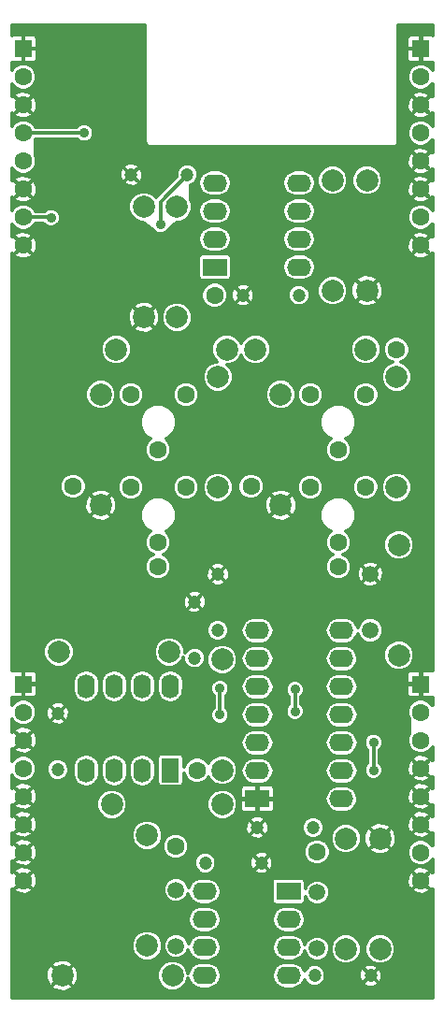
<source format=gtl>
G04 #@! TF.FileFunction,Copper,L1,Top,Signal*
%FSLAX46Y46*%
G04 Gerber Fmt 4.6, Leading zero omitted, Abs format (unit mm)*
G04 Created by KiCad (PCBNEW (2016-08-20 BZR 7083)-product) date Wed Apr 22 08:43:57 2020*
%MOMM*%
%LPD*%
G01*
G04 APERTURE LIST*
%ADD10C,0.100000*%
%ADD11C,1.200000*%
%ADD12R,2.200000X1.600000*%
%ADD13O,2.200000X1.600000*%
%ADD14C,1.600000*%
%ADD15R,1.600000X1.600000*%
%ADD16C,1.500000*%
%ADD17C,2.000000*%
%ADD18R,1.600000X2.200000*%
%ADD19O,1.600000X2.200000*%
%ADD20C,6.000000*%
%ADD21C,0.900000*%
%ADD22C,0.300000*%
G04 APERTURE END LIST*
D10*
D11*
X17000000Y31260000D03*
X17000000Y36340000D03*
X4600000Y26240000D03*
X4600000Y21160000D03*
X26440000Y64100000D03*
X21360000Y64100000D03*
X11260000Y75000000D03*
X16340000Y75000000D03*
X19100000Y33760000D03*
X19100000Y38840000D03*
X22660000Y15900000D03*
X27740000Y15900000D03*
D12*
X22690000Y18480000D03*
D13*
X22690000Y21020000D03*
X22690000Y23560000D03*
X22690000Y26100000D03*
X22690000Y28640000D03*
X22690000Y31180000D03*
X22690000Y33720000D03*
X30310000Y33720000D03*
X30310000Y31180000D03*
X30310000Y28640000D03*
X30310000Y26100000D03*
X30310000Y23560000D03*
X30310000Y21020000D03*
X30310000Y18480000D03*
D14*
X17200000Y21100000D03*
X15300000Y14200000D03*
X18800000Y64100000D03*
X35300000Y59200000D03*
X28100000Y13700000D03*
X13700000Y39500000D03*
X30000000Y39500000D03*
X1500000Y68610000D03*
X1500000Y71150000D03*
X1500000Y73690000D03*
X1500000Y76230000D03*
X1500000Y78770000D03*
X1500000Y81310000D03*
D15*
X1500000Y86390000D03*
D14*
X1500000Y83850000D03*
X1500000Y11110000D03*
X1500000Y13650000D03*
X1500000Y16190000D03*
X1500000Y18730000D03*
X1500000Y21270000D03*
X1500000Y23810000D03*
D15*
X1500000Y28890000D03*
D14*
X1500000Y26350000D03*
X37500000Y68610000D03*
X37500000Y71150000D03*
X37500000Y73690000D03*
X37500000Y76230000D03*
X37500000Y78770000D03*
X37500000Y81310000D03*
D15*
X37500000Y86390000D03*
D14*
X37500000Y83850000D03*
X37500000Y11110000D03*
X37500000Y13650000D03*
X37500000Y16190000D03*
X37500000Y18730000D03*
X37500000Y21270000D03*
X37500000Y23810000D03*
D15*
X37500000Y28890000D03*
D14*
X37500000Y26350000D03*
D11*
X17960000Y12700000D03*
X23040000Y12700000D03*
X32940000Y2500000D03*
X27860000Y2500000D03*
D12*
X18840000Y66640000D03*
D13*
X18840000Y69180000D03*
X18840000Y71720000D03*
X18840000Y74260000D03*
X26460000Y74260000D03*
X26460000Y71720000D03*
X26460000Y69180000D03*
X26460000Y66640000D03*
D12*
X25510000Y10110000D03*
D13*
X25510000Y7570000D03*
X25510000Y5030000D03*
X25510000Y2490000D03*
X17890000Y2490000D03*
X17890000Y5030000D03*
X17890000Y7570000D03*
X17890000Y10110000D03*
D14*
X6000000Y46800000D03*
X22100000Y46800000D03*
D16*
X15300000Y5160000D03*
X15300000Y10240000D03*
X32900000Y33760000D03*
X32900000Y38840000D03*
X28100000Y4960000D03*
X28100000Y10040000D03*
D17*
X12400000Y62100000D03*
X12400000Y72100000D03*
X32600000Y64500000D03*
X32600000Y74500000D03*
X15400000Y72100000D03*
X15400000Y62100000D03*
X29500000Y74500000D03*
X29500000Y64500000D03*
X19900000Y59200000D03*
X9900000Y59200000D03*
X22500000Y59200000D03*
X32500000Y59200000D03*
X19100000Y56700000D03*
X19100000Y46700000D03*
X35300000Y56700000D03*
X35300000Y46700000D03*
X9500000Y18000000D03*
X19500000Y18000000D03*
X8500000Y55100000D03*
X8500000Y45100000D03*
X24800000Y55100000D03*
X24800000Y45100000D03*
X19500000Y21100000D03*
X19500000Y31100000D03*
X35500000Y31500000D03*
X35500000Y41500000D03*
X33800000Y14900000D03*
X33800000Y4900000D03*
X30700000Y4900000D03*
X30700000Y14900000D03*
X4700000Y31800000D03*
X14700000Y31800000D03*
D18*
X14810000Y21090000D03*
D19*
X12270000Y21090000D03*
X9730000Y21090000D03*
X7190000Y21090000D03*
X7190000Y28710000D03*
X9730000Y28710000D03*
X12270000Y28710000D03*
X14810000Y28710000D03*
D17*
X12700000Y5200000D03*
X12700000Y15200000D03*
X5000000Y2500000D03*
X15000000Y2500000D03*
D14*
X30000000Y50100000D03*
X27500000Y55100000D03*
X32500000Y55100000D03*
X30000000Y41700000D03*
X27500000Y46700000D03*
X32500000Y46700000D03*
X13700000Y50100000D03*
X11200000Y55100000D03*
X16200000Y55100000D03*
X13700000Y41700000D03*
X11200000Y46700000D03*
X16200000Y46700000D03*
D20*
X23600000Y38600000D03*
D21*
X33200000Y23600000D03*
X33200000Y21100000D03*
X17400000Y14000000D03*
X19600000Y15800000D03*
X29700000Y13300000D03*
X1600000Y32200000D03*
X1600000Y46600000D03*
X1600000Y61000000D03*
X37300000Y1100000D03*
X28800000Y1100000D03*
X37400000Y5100000D03*
X29300000Y6800000D03*
X30100000Y11000000D03*
X26300000Y12000000D03*
X12600000Y3000000D03*
X21300000Y2400000D03*
X21800000Y9900000D03*
X4800000Y15500000D03*
X9100000Y12600000D03*
X8800000Y5700000D03*
X14800000Y18700000D03*
X16100000Y6600000D03*
X12100000Y7300000D03*
X13500000Y13200000D03*
X10800000Y16100000D03*
X5700000Y19600000D03*
X18100000Y23100000D03*
X13100000Y26700000D03*
X11100000Y23000000D03*
X8200000Y26200000D03*
X32500000Y29600000D03*
X31100000Y35500000D03*
X15900000Y40500000D03*
X12700000Y33300000D03*
X5600000Y40600000D03*
X16200000Y44900000D03*
X18600000Y43000000D03*
X22200000Y57400000D03*
X25200000Y60400000D03*
X25300000Y58000000D03*
X6600000Y57100000D03*
X13800000Y57800000D03*
X27900000Y53100000D03*
X26100000Y48000000D03*
X21000000Y48400000D03*
X18500000Y53700000D03*
X16600000Y48900000D03*
X12100000Y48600000D03*
X5800000Y48500000D03*
X6700000Y67500000D03*
X7200000Y61600000D03*
X11900000Y69300000D03*
X6200000Y77400000D03*
X4000000Y72600000D03*
X15100000Y68600000D03*
X15300000Y65000000D03*
X17200000Y62900000D03*
X18000000Y59700000D03*
X24200000Y69200000D03*
X34000000Y60500000D03*
X31100000Y56600000D03*
X27700000Y62900000D03*
X28300000Y67800000D03*
X30200000Y69300000D03*
X34900000Y54500000D03*
X33900000Y48700000D03*
X34700000Y44600000D03*
X37600000Y34500000D03*
X37800000Y44200000D03*
X30800000Y72300000D03*
X24400000Y76800000D03*
X20900000Y73100000D03*
X18600000Y76900000D03*
X14600000Y75400000D03*
X11700000Y79000000D03*
X6600000Y80500000D03*
X12000000Y87800000D03*
X26100000Y26400000D03*
X26100000Y28400000D03*
X19300000Y26100000D03*
X19300000Y28500000D03*
X13900000Y70500000D03*
X7000000Y78800000D03*
X4000000Y71100000D03*
D22*
X33200000Y21100000D02*
X33200000Y23600000D01*
X13500000Y13200000D02*
X14400000Y12300000D01*
X19200000Y15800000D02*
X19600000Y15800000D01*
X15700000Y12300000D02*
X17400000Y14000000D01*
X17400000Y14000000D02*
X19200000Y15800000D01*
X14400000Y12300000D02*
X15700000Y12300000D01*
X30100000Y11000000D02*
X30100000Y12900000D01*
X30100000Y12900000D02*
X29700000Y13300000D01*
X7200000Y61600000D02*
X6600000Y61000000D01*
X1600000Y46600000D02*
X1600000Y32200000D01*
X6600000Y61000000D02*
X1600000Y61000000D01*
X30100000Y7600000D02*
X29300000Y6800000D01*
X30100000Y11000000D02*
X30100000Y7600000D01*
X23040000Y12700000D02*
X23740000Y13400000D01*
X24900000Y13400000D02*
X26300000Y12000000D01*
X23740000Y13400000D02*
X24900000Y13400000D01*
X5000000Y2500000D02*
X6400000Y3900000D01*
X11700000Y3900000D02*
X12600000Y3000000D01*
X6400000Y3900000D02*
X11700000Y3900000D01*
X23040000Y12700000D02*
X21800000Y11460000D01*
X21800000Y11460000D02*
X21800000Y9900000D01*
X8800000Y12300000D02*
X9100000Y12600000D01*
X8800000Y5700000D02*
X8800000Y12300000D01*
X19600000Y15800000D02*
X17700000Y15800000D01*
X17700000Y15800000D02*
X14800000Y18700000D01*
X1500000Y16190000D02*
X4910000Y19600000D01*
X15400000Y7300000D02*
X16100000Y6600000D01*
X12100000Y7300000D02*
X15400000Y7300000D01*
X12000000Y13200000D02*
X13500000Y13200000D01*
X10800000Y14400000D02*
X12000000Y13200000D01*
X10800000Y16100000D02*
X10800000Y14400000D01*
X4910000Y19600000D02*
X5700000Y19600000D01*
X4600000Y26240000D02*
X5440000Y25400000D01*
X11100000Y24700000D02*
X13100000Y26700000D01*
X11100000Y23000000D02*
X11100000Y24700000D01*
X7400000Y25400000D02*
X8200000Y26200000D01*
X5440000Y25400000D02*
X7400000Y25400000D01*
X32900000Y38840000D02*
X31100000Y37040000D01*
X31100000Y37040000D02*
X31100000Y35500000D01*
X5600000Y40400000D02*
X12700000Y33300000D01*
X5600000Y40600000D02*
X5600000Y40400000D01*
X18100000Y43000000D02*
X16200000Y44900000D01*
X18600000Y43000000D02*
X18100000Y43000000D01*
X25200000Y60400000D02*
X25200000Y58100000D01*
X25060000Y60400000D02*
X25200000Y60400000D01*
X21360000Y64100000D02*
X25060000Y60400000D01*
X25200000Y58100000D02*
X25300000Y58000000D01*
X6600000Y57100000D02*
X13100000Y57100000D01*
X13100000Y57100000D02*
X13800000Y57800000D01*
X21400000Y48000000D02*
X26100000Y48000000D01*
X21000000Y48400000D02*
X21400000Y48000000D01*
X18500000Y50800000D02*
X18500000Y53700000D01*
X16600000Y48900000D02*
X18500000Y50800000D01*
X5900000Y48600000D02*
X12100000Y48600000D01*
X5800000Y48500000D02*
X5900000Y48600000D01*
X11260000Y75000000D02*
X8860000Y77400000D01*
X11900000Y66300000D02*
X7200000Y61600000D01*
X11900000Y69300000D02*
X11900000Y66300000D01*
X8860000Y77400000D02*
X6200000Y77400000D01*
X12400000Y62100000D02*
X15300000Y65000000D01*
X21360000Y64100000D02*
X19760000Y62500000D01*
X17600000Y62500000D02*
X17200000Y62900000D01*
X19760000Y62500000D02*
X17600000Y62500000D01*
X32600000Y64500000D02*
X34000000Y63100000D01*
X34000000Y63100000D02*
X34000000Y60500000D01*
X32600000Y64500000D02*
X29300000Y67800000D01*
X27700000Y60000000D02*
X31100000Y56600000D01*
X27700000Y62900000D02*
X27700000Y60000000D01*
X29300000Y67800000D02*
X28300000Y67800000D01*
X32600000Y64500000D02*
X31300000Y65800000D01*
X31300000Y68200000D02*
X30200000Y69300000D01*
X31300000Y65800000D02*
X31300000Y68200000D01*
X37800000Y44200000D02*
X37800000Y46700000D01*
X35800000Y48700000D02*
X33900000Y48700000D01*
X37800000Y46700000D02*
X35800000Y48700000D01*
X37500000Y73690000D02*
X36110000Y72300000D01*
X37800000Y34700000D02*
X37600000Y34500000D01*
X37800000Y44200000D02*
X37800000Y34700000D01*
X36110000Y72300000D02*
X30800000Y72300000D01*
X36090000Y86390000D02*
X37500000Y86390000D01*
X35800000Y86100000D02*
X36090000Y86390000D01*
X35800000Y84900000D02*
X35800000Y86100000D01*
X36100000Y84600000D02*
X35800000Y84900000D01*
X36100000Y78100000D02*
X36100000Y84600000D01*
X35300000Y77300000D02*
X36100000Y78100000D01*
X24900000Y77300000D02*
X35300000Y77300000D01*
X24400000Y76800000D02*
X24900000Y77300000D01*
X20900000Y74600000D02*
X20900000Y73100000D01*
X18600000Y76900000D02*
X20900000Y74600000D01*
X14300000Y75400000D02*
X14600000Y75400000D01*
X11700000Y78000000D02*
X14300000Y75400000D01*
X11700000Y79000000D02*
X11700000Y78000000D01*
X6600000Y82400000D02*
X6600000Y80500000D01*
X12000000Y87800000D02*
X6600000Y82400000D01*
X26100000Y28400000D02*
X26100000Y26400000D01*
X19300000Y28500000D02*
X19300000Y26100000D01*
X16340000Y75000000D02*
X13900000Y72560000D01*
X13900000Y72560000D02*
X13900000Y70500000D01*
X6970000Y78770000D02*
X1500000Y78770000D01*
X3950000Y71150000D02*
X1500000Y71150000D01*
X4000000Y71100000D02*
X3950000Y71150000D01*
G36*
X12525000Y78000000D02*
X12561157Y77818225D01*
X12664124Y77664124D01*
X12818225Y77561157D01*
X13000000Y77525000D01*
X35000000Y77525000D01*
X35181775Y77561157D01*
X35335876Y77664124D01*
X35438843Y77818225D01*
X35475000Y78000000D01*
X35475000Y80472214D01*
X36674942Y80472214D01*
X36747386Y80258804D01*
X37206950Y80050809D01*
X37711129Y80034514D01*
X38183164Y80212401D01*
X38252614Y80258804D01*
X38325058Y80472214D01*
X37500000Y81297272D01*
X36674942Y80472214D01*
X35475000Y80472214D01*
X35475000Y81098871D01*
X36224514Y81098871D01*
X36402401Y80626836D01*
X36448804Y80557386D01*
X36662214Y80484942D01*
X37487272Y81310000D01*
X36662214Y82135058D01*
X36448804Y82062614D01*
X36240809Y81603050D01*
X36224514Y81098871D01*
X35475000Y81098871D01*
X35475000Y82147786D01*
X36674942Y82147786D01*
X37500000Y81322728D01*
X38325058Y82147786D01*
X38252614Y82361196D01*
X37793050Y82569191D01*
X37288871Y82585486D01*
X36816836Y82407599D01*
X36747386Y82361196D01*
X36674942Y82147786D01*
X35475000Y82147786D01*
X35475000Y86264000D01*
X36232000Y86264000D01*
X36232000Y85496909D01*
X36303249Y85324899D01*
X36434899Y85193249D01*
X36606909Y85122000D01*
X37374000Y85122000D01*
X37491000Y85239000D01*
X37491000Y86381000D01*
X36349000Y86381000D01*
X36232000Y86264000D01*
X35475000Y86264000D01*
X35475000Y87283091D01*
X36232000Y87283091D01*
X36232000Y86516000D01*
X36349000Y86399000D01*
X37491000Y86399000D01*
X37491000Y87541000D01*
X37374000Y87658000D01*
X36606909Y87658000D01*
X36434899Y87586751D01*
X36303249Y87455101D01*
X36232000Y87283091D01*
X35475000Y87283091D01*
X35475000Y88525000D01*
X38525000Y88525000D01*
X38525000Y87603361D01*
X38393091Y87658000D01*
X37626000Y87658000D01*
X37509000Y87541000D01*
X37509000Y86399000D01*
X37529000Y86399000D01*
X37529000Y86381000D01*
X37509000Y86381000D01*
X37509000Y85239000D01*
X37626000Y85122000D01*
X38393091Y85122000D01*
X38525000Y85176639D01*
X38525000Y84511681D01*
X38517903Y84528857D01*
X38180633Y84866717D01*
X37739742Y85049791D01*
X37262353Y85050207D01*
X36821143Y84867903D01*
X36483283Y84530633D01*
X36300209Y84089742D01*
X36299793Y83612353D01*
X36482097Y83171143D01*
X36819367Y82833283D01*
X37260258Y82650209D01*
X37737647Y82649793D01*
X38178857Y82832097D01*
X38516717Y83169367D01*
X38525000Y83189315D01*
X38525000Y82071506D01*
X38337786Y82135058D01*
X37512728Y81310000D01*
X38337786Y80484942D01*
X38525000Y80548494D01*
X38525000Y79431681D01*
X38517903Y79448857D01*
X38180633Y79786717D01*
X37739742Y79969791D01*
X37262353Y79970207D01*
X36821143Y79787903D01*
X36483283Y79450633D01*
X36300209Y79009742D01*
X36299793Y78532353D01*
X36482097Y78091143D01*
X36819367Y77753283D01*
X37260258Y77570209D01*
X37737647Y77569793D01*
X38178857Y77752097D01*
X38516717Y78089367D01*
X38525000Y78109315D01*
X38525000Y76991506D01*
X38337786Y77055058D01*
X37512728Y76230000D01*
X38337786Y75404942D01*
X38525000Y75468494D01*
X38525000Y74451506D01*
X38337786Y74515058D01*
X37512728Y73690000D01*
X38337786Y72864942D01*
X38525000Y72928494D01*
X38525000Y71811681D01*
X38517903Y71828857D01*
X38180633Y72166717D01*
X37739742Y72349791D01*
X37262353Y72350207D01*
X36821143Y72167903D01*
X36483283Y71830633D01*
X36300209Y71389742D01*
X36299793Y70912353D01*
X36482097Y70471143D01*
X36819367Y70133283D01*
X37260258Y69950209D01*
X37737647Y69949793D01*
X38178857Y70132097D01*
X38516717Y70469367D01*
X38525000Y70489315D01*
X38525000Y69371506D01*
X38337786Y69435058D01*
X37512728Y68610000D01*
X38337786Y67784942D01*
X38525000Y67848494D01*
X38525000Y30103361D01*
X38393091Y30158000D01*
X37626000Y30158000D01*
X37509000Y30041000D01*
X37509000Y28899000D01*
X37529000Y28899000D01*
X37529000Y28881000D01*
X37509000Y28881000D01*
X37509000Y27739000D01*
X37626000Y27622000D01*
X38393091Y27622000D01*
X38525000Y27676639D01*
X38525000Y27011681D01*
X38517903Y27028857D01*
X38180633Y27366717D01*
X37739742Y27549791D01*
X37262353Y27550207D01*
X36821143Y27367903D01*
X36483283Y27030633D01*
X36300209Y26589742D01*
X36299793Y26112353D01*
X36450000Y25748824D01*
X36450000Y24410479D01*
X36300209Y24049742D01*
X36299793Y23572353D01*
X36482097Y23131143D01*
X36819367Y22793283D01*
X37260258Y22610209D01*
X37737647Y22609793D01*
X38178857Y22792097D01*
X38516717Y23129367D01*
X38525000Y23149315D01*
X38525000Y22031506D01*
X38337786Y22095058D01*
X37512728Y21270000D01*
X38337786Y20444942D01*
X38525000Y20508494D01*
X38525000Y19491506D01*
X38337786Y19555058D01*
X37512728Y18730000D01*
X38337786Y17904942D01*
X38525000Y17968494D01*
X38525000Y16951506D01*
X38337786Y17015058D01*
X37512728Y16190000D01*
X38337786Y15364942D01*
X38525000Y15428494D01*
X38525000Y14311681D01*
X38517903Y14328857D01*
X38180633Y14666717D01*
X37739742Y14849791D01*
X37262353Y14850207D01*
X36821143Y14667903D01*
X36483283Y14330633D01*
X36300209Y13889742D01*
X36299793Y13412353D01*
X36482097Y12971143D01*
X36819367Y12633283D01*
X37260258Y12450209D01*
X37737647Y12449793D01*
X38178857Y12632097D01*
X38516717Y12969367D01*
X38525000Y12989315D01*
X38525000Y11871506D01*
X38337786Y11935058D01*
X37512728Y11110000D01*
X38337786Y10284942D01*
X38525000Y10348494D01*
X38525000Y475000D01*
X475000Y475000D01*
X475000Y1518019D01*
X4030747Y1518019D01*
X4127524Y1283827D01*
X4659346Y1042521D01*
X5243030Y1023102D01*
X5789715Y1228529D01*
X5872476Y1283827D01*
X5969253Y1518019D01*
X5000000Y2487272D01*
X4030747Y1518019D01*
X475000Y1518019D01*
X475000Y2256970D01*
X3523102Y2256970D01*
X3728529Y1710285D01*
X3783827Y1627524D01*
X4018019Y1530747D01*
X4987272Y2500000D01*
X5012728Y2500000D01*
X5981981Y1530747D01*
X6216173Y1627524D01*
X6457479Y2159346D01*
X6459588Y2222744D01*
X13599757Y2222744D01*
X13812445Y1708000D01*
X14205928Y1313830D01*
X14720301Y1100243D01*
X15277256Y1099757D01*
X15792000Y1312445D01*
X16186170Y1705928D01*
X16399757Y2220301D01*
X16399820Y2292892D01*
X16451958Y2030780D01*
X16712085Y1641472D01*
X17101393Y1381345D01*
X17560613Y1290000D01*
X18219387Y1290000D01*
X18678607Y1381345D01*
X19067915Y1641472D01*
X19328042Y2030780D01*
X19419387Y2490000D01*
X23980613Y2490000D01*
X24071958Y2030780D01*
X24332085Y1641472D01*
X24721393Y1381345D01*
X25180613Y1290000D01*
X25839387Y1290000D01*
X26298607Y1381345D01*
X26687915Y1641472D01*
X26948042Y2030780D01*
X26955787Y2069718D01*
X27011747Y1934286D01*
X27292806Y1652736D01*
X27660215Y1500174D01*
X28058040Y1499827D01*
X28425714Y1651747D01*
X28580649Y1806412D01*
X32259140Y1806412D01*
X32307250Y1613783D01*
X32694555Y1439099D01*
X33119228Y1425927D01*
X33516614Y1576274D01*
X33572750Y1613783D01*
X33620860Y1806412D01*
X32940000Y2487272D01*
X32259140Y1806412D01*
X28580649Y1806412D01*
X28707264Y1932806D01*
X28859826Y2300215D01*
X28859843Y2320772D01*
X31865927Y2320772D01*
X32016274Y1923386D01*
X32053783Y1867250D01*
X32246412Y1819140D01*
X32927272Y2500000D01*
X32952728Y2500000D01*
X33633588Y1819140D01*
X33826217Y1867250D01*
X34000901Y2254555D01*
X34014073Y2679228D01*
X33863726Y3076614D01*
X33826217Y3132750D01*
X33633588Y3180860D01*
X32952728Y2500000D01*
X32927272Y2500000D01*
X32246412Y3180860D01*
X32053783Y3132750D01*
X31879099Y2745445D01*
X31865927Y2320772D01*
X28859843Y2320772D01*
X28860173Y2698040D01*
X28708253Y3065714D01*
X28580603Y3193588D01*
X32259140Y3193588D01*
X32940000Y2512728D01*
X33620860Y3193588D01*
X33572750Y3386217D01*
X33185445Y3560901D01*
X32760772Y3574073D01*
X32363386Y3423726D01*
X32307250Y3386217D01*
X32259140Y3193588D01*
X28580603Y3193588D01*
X28427194Y3347264D01*
X28059785Y3499826D01*
X27661960Y3500173D01*
X27294286Y3348253D01*
X27012736Y3067194D01*
X26953129Y2923645D01*
X26948042Y2949220D01*
X26687915Y3338528D01*
X26298607Y3598655D01*
X25839387Y3690000D01*
X25180613Y3690000D01*
X24721393Y3598655D01*
X24332085Y3338528D01*
X24071958Y2949220D01*
X23980613Y2490000D01*
X19419387Y2490000D01*
X19328042Y2949220D01*
X19067915Y3338528D01*
X18678607Y3598655D01*
X18219387Y3690000D01*
X17560613Y3690000D01*
X17101393Y3598655D01*
X16712085Y3338528D01*
X16451958Y2949220D01*
X16400166Y2688845D01*
X16400243Y2777256D01*
X16187555Y3292000D01*
X15794072Y3686170D01*
X15279699Y3899757D01*
X14722744Y3900243D01*
X14208000Y3687555D01*
X13813830Y3294072D01*
X13600243Y2779699D01*
X13599757Y2222744D01*
X6459588Y2222744D01*
X6476898Y2743030D01*
X6271471Y3289715D01*
X6216173Y3372476D01*
X5981981Y3469253D01*
X5012728Y2500000D01*
X4987272Y2500000D01*
X4018019Y3469253D01*
X3783827Y3372476D01*
X3542521Y2840654D01*
X3523102Y2256970D01*
X475000Y2256970D01*
X475000Y3481981D01*
X4030747Y3481981D01*
X5000000Y2512728D01*
X5969253Y3481981D01*
X5872476Y3716173D01*
X5340654Y3957479D01*
X4756970Y3976898D01*
X4210285Y3771471D01*
X4127524Y3716173D01*
X4030747Y3481981D01*
X475000Y3481981D01*
X475000Y4922744D01*
X11299757Y4922744D01*
X11512445Y4408000D01*
X11905928Y4013830D01*
X12420301Y3800243D01*
X12977256Y3799757D01*
X13492000Y4012445D01*
X13886170Y4405928D01*
X14099757Y4920301D01*
X14099767Y4932254D01*
X14149801Y4932254D01*
X14324509Y4509428D01*
X14647727Y4185646D01*
X15070247Y4010200D01*
X15527746Y4009801D01*
X15950572Y4184509D01*
X16274354Y4507727D01*
X16402915Y4817335D01*
X16451958Y4570780D01*
X16712085Y4181472D01*
X17101393Y3921345D01*
X17560613Y3830000D01*
X18219387Y3830000D01*
X18678607Y3921345D01*
X19067915Y4181472D01*
X19328042Y4570780D01*
X19419387Y5030000D01*
X23980613Y5030000D01*
X24071958Y4570780D01*
X24332085Y4181472D01*
X24721393Y3921345D01*
X25180613Y3830000D01*
X25839387Y3830000D01*
X26298607Y3921345D01*
X26687915Y4181472D01*
X26948042Y4570780D01*
X26970295Y4682654D01*
X27124509Y4309428D01*
X27447727Y3985646D01*
X27870247Y3810200D01*
X28327746Y3809801D01*
X28750572Y3984509D01*
X29074354Y4307727D01*
X29205160Y4622744D01*
X29299757Y4622744D01*
X29512445Y4108000D01*
X29905928Y3713830D01*
X30420301Y3500243D01*
X30977256Y3499757D01*
X31492000Y3712445D01*
X31886170Y4105928D01*
X32099757Y4620301D01*
X32099759Y4622744D01*
X32399757Y4622744D01*
X32612445Y4108000D01*
X33005928Y3713830D01*
X33520301Y3500243D01*
X34077256Y3499757D01*
X34592000Y3712445D01*
X34986170Y4105928D01*
X35199757Y4620301D01*
X35200243Y5177256D01*
X34987555Y5692000D01*
X34594072Y6086170D01*
X34079699Y6299757D01*
X33522744Y6300243D01*
X33008000Y6087555D01*
X32613830Y5694072D01*
X32400243Y5179699D01*
X32399757Y4622744D01*
X32099759Y4622744D01*
X32100243Y5177256D01*
X31887555Y5692000D01*
X31494072Y6086170D01*
X30979699Y6299757D01*
X30422744Y6300243D01*
X29908000Y6087555D01*
X29513830Y5694072D01*
X29300243Y5179699D01*
X29299757Y4622744D01*
X29205160Y4622744D01*
X29249800Y4730247D01*
X29250199Y5187746D01*
X29075491Y5610572D01*
X28752273Y5934354D01*
X28329753Y6109800D01*
X27872254Y6110199D01*
X27449428Y5935491D01*
X27125646Y5612273D01*
X26989016Y5283232D01*
X26948042Y5489220D01*
X26687915Y5878528D01*
X26298607Y6138655D01*
X25839387Y6230000D01*
X25180613Y6230000D01*
X24721393Y6138655D01*
X24332085Y5878528D01*
X24071958Y5489220D01*
X23980613Y5030000D01*
X19419387Y5030000D01*
X19328042Y5489220D01*
X19067915Y5878528D01*
X18678607Y6138655D01*
X18219387Y6230000D01*
X17560613Y6230000D01*
X17101393Y6138655D01*
X16712085Y5878528D01*
X16451958Y5489220D01*
X16437761Y5417848D01*
X16275491Y5810572D01*
X15952273Y6134354D01*
X15529753Y6309800D01*
X15072254Y6310199D01*
X14649428Y6135491D01*
X14325646Y5812273D01*
X14150200Y5389753D01*
X14149801Y4932254D01*
X14099767Y4932254D01*
X14100243Y5477256D01*
X13887555Y5992000D01*
X13494072Y6386170D01*
X12979699Y6599757D01*
X12422744Y6600243D01*
X11908000Y6387555D01*
X11513830Y5994072D01*
X11300243Y5479699D01*
X11299757Y4922744D01*
X475000Y4922744D01*
X475000Y7570000D01*
X16360613Y7570000D01*
X16451958Y7110780D01*
X16712085Y6721472D01*
X17101393Y6461345D01*
X17560613Y6370000D01*
X18219387Y6370000D01*
X18678607Y6461345D01*
X19067915Y6721472D01*
X19328042Y7110780D01*
X19419387Y7570000D01*
X23980613Y7570000D01*
X24071958Y7110780D01*
X24332085Y6721472D01*
X24721393Y6461345D01*
X25180613Y6370000D01*
X25839387Y6370000D01*
X26298607Y6461345D01*
X26687915Y6721472D01*
X26948042Y7110780D01*
X27039387Y7570000D01*
X26948042Y8029220D01*
X26687915Y8418528D01*
X26298607Y8678655D01*
X25839387Y8770000D01*
X25180613Y8770000D01*
X24721393Y8678655D01*
X24332085Y8418528D01*
X24071958Y8029220D01*
X23980613Y7570000D01*
X19419387Y7570000D01*
X19328042Y8029220D01*
X19067915Y8418528D01*
X18678607Y8678655D01*
X18219387Y8770000D01*
X17560613Y8770000D01*
X17101393Y8678655D01*
X16712085Y8418528D01*
X16451958Y8029220D01*
X16360613Y7570000D01*
X475000Y7570000D01*
X475000Y10272214D01*
X674942Y10272214D01*
X747386Y10058804D01*
X1206950Y9850809D01*
X1711129Y9834514D01*
X2182773Y10012254D01*
X14149801Y10012254D01*
X14324509Y9589428D01*
X14647727Y9265646D01*
X15070247Y9090200D01*
X15527746Y9089801D01*
X15950572Y9264509D01*
X16274354Y9587727D01*
X16402915Y9897335D01*
X16451958Y9650780D01*
X16712085Y9261472D01*
X17101393Y9001345D01*
X17560613Y8910000D01*
X18219387Y8910000D01*
X18678607Y9001345D01*
X19067915Y9261472D01*
X19328042Y9650780D01*
X19419387Y10110000D01*
X19328042Y10569220D01*
X19100341Y10910000D01*
X24002164Y10910000D01*
X24002164Y9310000D01*
X24033209Y9153928D01*
X24121616Y9021616D01*
X24253928Y8933209D01*
X24410000Y8902164D01*
X26610000Y8902164D01*
X26766072Y8933209D01*
X26898384Y9021616D01*
X26986791Y9153928D01*
X27017836Y9310000D01*
X27017836Y9647597D01*
X27124509Y9389428D01*
X27447727Y9065646D01*
X27870247Y8890200D01*
X28327746Y8889801D01*
X28750572Y9064509D01*
X29074354Y9387727D01*
X29249800Y9810247D01*
X29250199Y10267746D01*
X29248353Y10272214D01*
X36674942Y10272214D01*
X36747386Y10058804D01*
X37206950Y9850809D01*
X37711129Y9834514D01*
X38183164Y10012401D01*
X38252614Y10058804D01*
X38325058Y10272214D01*
X37500000Y11097272D01*
X36674942Y10272214D01*
X29248353Y10272214D01*
X29075491Y10690572D01*
X28867555Y10898871D01*
X36224514Y10898871D01*
X36402401Y10426836D01*
X36448804Y10357386D01*
X36662214Y10284942D01*
X37487272Y11110000D01*
X36662214Y11935058D01*
X36448804Y11862614D01*
X36240809Y11403050D01*
X36224514Y10898871D01*
X28867555Y10898871D01*
X28752273Y11014354D01*
X28329753Y11189800D01*
X27872254Y11190199D01*
X27449428Y11015491D01*
X27125646Y10692273D01*
X27017836Y10432638D01*
X27017836Y10910000D01*
X26986791Y11066072D01*
X26898384Y11198384D01*
X26766072Y11286791D01*
X26610000Y11317836D01*
X24410000Y11317836D01*
X24253928Y11286791D01*
X24121616Y11198384D01*
X24033209Y11066072D01*
X24002164Y10910000D01*
X19100341Y10910000D01*
X19067915Y10958528D01*
X18678607Y11218655D01*
X18219387Y11310000D01*
X17560613Y11310000D01*
X17101393Y11218655D01*
X16712085Y10958528D01*
X16451958Y10569220D01*
X16437761Y10497848D01*
X16275491Y10890572D01*
X15952273Y11214354D01*
X15529753Y11389800D01*
X15072254Y11390199D01*
X14649428Y11215491D01*
X14325646Y10892273D01*
X14150200Y10469753D01*
X14149801Y10012254D01*
X2182773Y10012254D01*
X2183164Y10012401D01*
X2252614Y10058804D01*
X2325058Y10272214D01*
X1500000Y11097272D01*
X674942Y10272214D01*
X475000Y10272214D01*
X475000Y10348494D01*
X662214Y10284942D01*
X1487272Y11110000D01*
X1512728Y11110000D01*
X2337786Y10284942D01*
X2551196Y10357386D01*
X2759191Y10816950D01*
X2775486Y11321129D01*
X2597599Y11793164D01*
X2551196Y11862614D01*
X2337786Y11935058D01*
X1512728Y11110000D01*
X1487272Y11110000D01*
X662214Y11935058D01*
X475000Y11871506D01*
X475000Y11947786D01*
X674942Y11947786D01*
X1500000Y11122728D01*
X2325058Y11947786D01*
X2252614Y12161196D01*
X1793050Y12369191D01*
X1288871Y12385486D01*
X816836Y12207599D01*
X747386Y12161196D01*
X674942Y11947786D01*
X475000Y11947786D01*
X475000Y12812214D01*
X674942Y12812214D01*
X747386Y12598804D01*
X1206950Y12390809D01*
X1711129Y12374514D01*
X2049315Y12501960D01*
X16959827Y12501960D01*
X17111747Y12134286D01*
X17392806Y11852736D01*
X17760215Y11700174D01*
X18158040Y11699827D01*
X18525714Y11851747D01*
X18680649Y12006412D01*
X22359140Y12006412D01*
X22407250Y11813783D01*
X22794555Y11639099D01*
X23219228Y11625927D01*
X23616614Y11776274D01*
X23672750Y11813783D01*
X23706217Y11947786D01*
X36674942Y11947786D01*
X37500000Y11122728D01*
X38325058Y11947786D01*
X38252614Y12161196D01*
X37793050Y12369191D01*
X37288871Y12385486D01*
X36816836Y12207599D01*
X36747386Y12161196D01*
X36674942Y11947786D01*
X23706217Y11947786D01*
X23720860Y12006412D01*
X23040000Y12687272D01*
X22359140Y12006412D01*
X18680649Y12006412D01*
X18807264Y12132806D01*
X18959826Y12500215D01*
X18959843Y12520772D01*
X21965927Y12520772D01*
X22116274Y12123386D01*
X22153783Y12067250D01*
X22346412Y12019140D01*
X23027272Y12700000D01*
X23052728Y12700000D01*
X23733588Y12019140D01*
X23926217Y12067250D01*
X24100901Y12454555D01*
X24114073Y12879228D01*
X23963726Y13276614D01*
X23926217Y13332750D01*
X23733588Y13380860D01*
X23052728Y12700000D01*
X23027272Y12700000D01*
X22346412Y13380860D01*
X22153783Y13332750D01*
X21979099Y12945445D01*
X21965927Y12520772D01*
X18959843Y12520772D01*
X18960173Y12898040D01*
X18808253Y13265714D01*
X18680603Y13393588D01*
X22359140Y13393588D01*
X23040000Y12712728D01*
X23720860Y13393588D01*
X23672750Y13586217D01*
X23285445Y13760901D01*
X22860772Y13774073D01*
X22463386Y13623726D01*
X22407250Y13586217D01*
X22359140Y13393588D01*
X18680603Y13393588D01*
X18527194Y13547264D01*
X18159785Y13699826D01*
X17761960Y13700173D01*
X17394286Y13548253D01*
X17112736Y13267194D01*
X16960174Y12899785D01*
X16959827Y12501960D01*
X2049315Y12501960D01*
X2183164Y12552401D01*
X2252614Y12598804D01*
X2325058Y12812214D01*
X1500000Y13637272D01*
X674942Y12812214D01*
X475000Y12812214D01*
X475000Y12888494D01*
X662214Y12824942D01*
X1487272Y13650000D01*
X1512728Y13650000D01*
X2337786Y12824942D01*
X2551196Y12897386D01*
X2759191Y13356950D01*
X2775486Y13861129D01*
X2597599Y14333164D01*
X2551196Y14402614D01*
X2337786Y14475058D01*
X1512728Y13650000D01*
X1487272Y13650000D01*
X662214Y14475058D01*
X475000Y14411506D01*
X475000Y14487786D01*
X674942Y14487786D01*
X1500000Y13662728D01*
X2325058Y14487786D01*
X2252614Y14701196D01*
X1793050Y14909191D01*
X1288871Y14925486D01*
X816836Y14747599D01*
X747386Y14701196D01*
X674942Y14487786D01*
X475000Y14487786D01*
X475000Y15352214D01*
X674942Y15352214D01*
X747386Y15138804D01*
X1206950Y14930809D01*
X1711129Y14914514D01*
X1732967Y14922744D01*
X11299757Y14922744D01*
X11512445Y14408000D01*
X11905928Y14013830D01*
X12420301Y13800243D01*
X12977256Y13799757D01*
X13370768Y13962353D01*
X14099793Y13962353D01*
X14282097Y13521143D01*
X14619367Y13183283D01*
X15060258Y13000209D01*
X15537647Y12999793D01*
X15978857Y13182097D01*
X16316717Y13519367D01*
X16499791Y13960258D01*
X16500207Y14437647D01*
X16317903Y14878857D01*
X15990921Y15206412D01*
X21979140Y15206412D01*
X22027250Y15013783D01*
X22414555Y14839099D01*
X22839228Y14825927D01*
X23236614Y14976274D01*
X23292750Y15013783D01*
X23340860Y15206412D01*
X22660000Y15887272D01*
X21979140Y15206412D01*
X15990921Y15206412D01*
X15980633Y15216717D01*
X15539742Y15399791D01*
X15062353Y15400207D01*
X14621143Y15217903D01*
X14283283Y14880633D01*
X14100209Y14439742D01*
X14099793Y13962353D01*
X13370768Y13962353D01*
X13492000Y14012445D01*
X13886170Y14405928D01*
X14099757Y14920301D01*
X14100243Y15477256D01*
X13999625Y15720772D01*
X21585927Y15720772D01*
X21736274Y15323386D01*
X21773783Y15267250D01*
X21966412Y15219140D01*
X22647272Y15900000D01*
X22672728Y15900000D01*
X23353588Y15219140D01*
X23546217Y15267250D01*
X23720901Y15654555D01*
X23722371Y15701960D01*
X26739827Y15701960D01*
X26891747Y15334286D01*
X27172806Y15052736D01*
X27540215Y14900174D01*
X27861595Y14899894D01*
X27421143Y14717903D01*
X27083283Y14380633D01*
X26900209Y13939742D01*
X26899793Y13462353D01*
X27082097Y13021143D01*
X27419367Y12683283D01*
X27860258Y12500209D01*
X28337647Y12499793D01*
X28778857Y12682097D01*
X29116717Y13019367D01*
X29299791Y13460258D01*
X29300207Y13937647D01*
X29117903Y14378857D01*
X28874442Y14622744D01*
X29299757Y14622744D01*
X29512445Y14108000D01*
X29905928Y13713830D01*
X30420301Y13500243D01*
X30977256Y13499757D01*
X31492000Y13712445D01*
X31697932Y13918019D01*
X32830747Y13918019D01*
X32927524Y13683827D01*
X33459346Y13442521D01*
X34043030Y13423102D01*
X34589715Y13628529D01*
X34672476Y13683827D01*
X34769253Y13918019D01*
X33800000Y14887272D01*
X32830747Y13918019D01*
X31697932Y13918019D01*
X31886170Y14105928D01*
X32099757Y14620301D01*
X32099788Y14656970D01*
X32323102Y14656970D01*
X32528529Y14110285D01*
X32583827Y14027524D01*
X32818019Y13930747D01*
X33787272Y14900000D01*
X33812728Y14900000D01*
X34781981Y13930747D01*
X35016173Y14027524D01*
X35257479Y14559346D01*
X35276898Y15143030D01*
X35198294Y15352214D01*
X36674942Y15352214D01*
X36747386Y15138804D01*
X37206950Y14930809D01*
X37711129Y14914514D01*
X38183164Y15092401D01*
X38252614Y15138804D01*
X38325058Y15352214D01*
X37500000Y16177272D01*
X36674942Y15352214D01*
X35198294Y15352214D01*
X35071471Y15689715D01*
X35016173Y15772476D01*
X34781981Y15869253D01*
X33812728Y14900000D01*
X33787272Y14900000D01*
X32818019Y15869253D01*
X32583827Y15772476D01*
X32342521Y15240654D01*
X32323102Y14656970D01*
X32099788Y14656970D01*
X32100243Y15177256D01*
X31887555Y15692000D01*
X31697906Y15881981D01*
X32830747Y15881981D01*
X33800000Y14912728D01*
X34769253Y15881981D01*
X34729215Y15978871D01*
X36224514Y15978871D01*
X36402401Y15506836D01*
X36448804Y15437386D01*
X36662214Y15364942D01*
X37487272Y16190000D01*
X36662214Y17015058D01*
X36448804Y16942614D01*
X36240809Y16483050D01*
X36224514Y15978871D01*
X34729215Y15978871D01*
X34672476Y16116173D01*
X34140654Y16357479D01*
X33556970Y16376898D01*
X33010285Y16171471D01*
X32927524Y16116173D01*
X32830747Y15881981D01*
X31697906Y15881981D01*
X31494072Y16086170D01*
X30979699Y16299757D01*
X30422744Y16300243D01*
X29908000Y16087555D01*
X29513830Y15694072D01*
X29300243Y15179699D01*
X29299757Y14622744D01*
X28874442Y14622744D01*
X28780633Y14716717D01*
X28339742Y14899791D01*
X27938798Y14900140D01*
X28305714Y15051747D01*
X28587264Y15332806D01*
X28739826Y15700215D01*
X28740173Y16098040D01*
X28588253Y16465714D01*
X28307194Y16747264D01*
X27939785Y16899826D01*
X27541960Y16900173D01*
X27174286Y16748253D01*
X26892736Y16467194D01*
X26740174Y16099785D01*
X26739827Y15701960D01*
X23722371Y15701960D01*
X23734073Y16079228D01*
X23583726Y16476614D01*
X23546217Y16532750D01*
X23353588Y16580860D01*
X22672728Y15900000D01*
X22647272Y15900000D01*
X21966412Y16580860D01*
X21773783Y16532750D01*
X21599099Y16145445D01*
X21585927Y15720772D01*
X13999625Y15720772D01*
X13887555Y15992000D01*
X13494072Y16386170D01*
X12994556Y16593588D01*
X21979140Y16593588D01*
X22660000Y15912728D01*
X23340860Y16593588D01*
X23292750Y16786217D01*
X22905445Y16960901D01*
X22480772Y16974073D01*
X22083386Y16823726D01*
X22027250Y16786217D01*
X21979140Y16593588D01*
X12994556Y16593588D01*
X12979699Y16599757D01*
X12422744Y16600243D01*
X11908000Y16387555D01*
X11513830Y15994072D01*
X11300243Y15479699D01*
X11299757Y14922744D01*
X1732967Y14922744D01*
X2183164Y15092401D01*
X2252614Y15138804D01*
X2325058Y15352214D01*
X1500000Y16177272D01*
X674942Y15352214D01*
X475000Y15352214D01*
X475000Y15428494D01*
X662214Y15364942D01*
X1487272Y16190000D01*
X1512728Y16190000D01*
X2337786Y15364942D01*
X2551196Y15437386D01*
X2759191Y15896950D01*
X2775486Y16401129D01*
X2597599Y16873164D01*
X2551196Y16942614D01*
X2337786Y17015058D01*
X1512728Y16190000D01*
X1487272Y16190000D01*
X662214Y17015058D01*
X475000Y16951506D01*
X475000Y17027786D01*
X674942Y17027786D01*
X1500000Y16202728D01*
X2325058Y17027786D01*
X2252614Y17241196D01*
X1793050Y17449191D01*
X1288871Y17465486D01*
X816836Y17287599D01*
X747386Y17241196D01*
X674942Y17027786D01*
X475000Y17027786D01*
X475000Y17892214D01*
X674942Y17892214D01*
X747386Y17678804D01*
X1206950Y17470809D01*
X1711129Y17454514D01*
X2183164Y17632401D01*
X2252614Y17678804D01*
X2267529Y17722744D01*
X8099757Y17722744D01*
X8312445Y17208000D01*
X8705928Y16813830D01*
X9220301Y16600243D01*
X9777256Y16599757D01*
X10292000Y16812445D01*
X10686170Y17205928D01*
X10899757Y17720301D01*
X10899759Y17722744D01*
X18099757Y17722744D01*
X18312445Y17208000D01*
X18705928Y16813830D01*
X19220301Y16600243D01*
X19777256Y16599757D01*
X20292000Y16812445D01*
X20507716Y17027786D01*
X36674942Y17027786D01*
X37500000Y16202728D01*
X38325058Y17027786D01*
X38252614Y17241196D01*
X37793050Y17449191D01*
X37288871Y17465486D01*
X36816836Y17287599D01*
X36747386Y17241196D01*
X36674942Y17027786D01*
X20507716Y17027786D01*
X20686170Y17205928D01*
X20899757Y17720301D01*
X20900243Y18277256D01*
X20868534Y18354000D01*
X21122000Y18354000D01*
X21122000Y17586909D01*
X21193249Y17414899D01*
X21324899Y17283249D01*
X21496909Y17212000D01*
X22564000Y17212000D01*
X22681000Y17329000D01*
X22681000Y18471000D01*
X22699000Y18471000D01*
X22699000Y17329000D01*
X22816000Y17212000D01*
X23883091Y17212000D01*
X24055101Y17283249D01*
X24186751Y17414899D01*
X24258000Y17586909D01*
X24258000Y18354000D01*
X24141000Y18471000D01*
X22699000Y18471000D01*
X22681000Y18471000D01*
X21239000Y18471000D01*
X21122000Y18354000D01*
X20868534Y18354000D01*
X20816472Y18480000D01*
X28780613Y18480000D01*
X28871958Y18020780D01*
X29132085Y17631472D01*
X29521393Y17371345D01*
X29980613Y17280000D01*
X30639387Y17280000D01*
X31098607Y17371345D01*
X31487915Y17631472D01*
X31662137Y17892214D01*
X36674942Y17892214D01*
X36747386Y17678804D01*
X37206950Y17470809D01*
X37711129Y17454514D01*
X38183164Y17632401D01*
X38252614Y17678804D01*
X38325058Y17892214D01*
X37500000Y18717272D01*
X36674942Y17892214D01*
X31662137Y17892214D01*
X31748042Y18020780D01*
X31839387Y18480000D01*
X31831656Y18518871D01*
X36224514Y18518871D01*
X36402401Y18046836D01*
X36448804Y17977386D01*
X36662214Y17904942D01*
X37487272Y18730000D01*
X36662214Y19555058D01*
X36448804Y19482614D01*
X36240809Y19023050D01*
X36224514Y18518871D01*
X31831656Y18518871D01*
X31748042Y18939220D01*
X31487915Y19328528D01*
X31129840Y19567786D01*
X36674942Y19567786D01*
X37500000Y18742728D01*
X38325058Y19567786D01*
X38252614Y19781196D01*
X37793050Y19989191D01*
X37288871Y20005486D01*
X36816836Y19827599D01*
X36747386Y19781196D01*
X36674942Y19567786D01*
X31129840Y19567786D01*
X31098607Y19588655D01*
X30639387Y19680000D01*
X29980613Y19680000D01*
X29521393Y19588655D01*
X29132085Y19328528D01*
X28871958Y18939220D01*
X28780613Y18480000D01*
X20816472Y18480000D01*
X20687555Y18792000D01*
X20294072Y19186170D01*
X19843918Y19373091D01*
X21122000Y19373091D01*
X21122000Y18606000D01*
X21239000Y18489000D01*
X22681000Y18489000D01*
X22681000Y19631000D01*
X22699000Y19631000D01*
X22699000Y18489000D01*
X24141000Y18489000D01*
X24258000Y18606000D01*
X24258000Y19373091D01*
X24186751Y19545101D01*
X24055101Y19676751D01*
X23883091Y19748000D01*
X22816000Y19748000D01*
X22699000Y19631000D01*
X22681000Y19631000D01*
X22564000Y19748000D01*
X21496909Y19748000D01*
X21324899Y19676751D01*
X21193249Y19545101D01*
X21122000Y19373091D01*
X19843918Y19373091D01*
X19779699Y19399757D01*
X19222744Y19400243D01*
X18708000Y19187555D01*
X18313830Y18794072D01*
X18100243Y18279699D01*
X18099757Y17722744D01*
X10899759Y17722744D01*
X10900243Y18277256D01*
X10687555Y18792000D01*
X10294072Y19186170D01*
X9779699Y19399757D01*
X9222744Y19400243D01*
X8708000Y19187555D01*
X8313830Y18794072D01*
X8100243Y18279699D01*
X8099757Y17722744D01*
X2267529Y17722744D01*
X2325058Y17892214D01*
X1500000Y18717272D01*
X674942Y17892214D01*
X475000Y17892214D01*
X475000Y17968494D01*
X662214Y17904942D01*
X1487272Y18730000D01*
X1512728Y18730000D01*
X2337786Y17904942D01*
X2551196Y17977386D01*
X2759191Y18436950D01*
X2775486Y18941129D01*
X2597599Y19413164D01*
X2551196Y19482614D01*
X2337786Y19555058D01*
X1512728Y18730000D01*
X1487272Y18730000D01*
X662214Y19555058D01*
X475000Y19491506D01*
X475000Y19567786D01*
X674942Y19567786D01*
X1500000Y18742728D01*
X2325058Y19567786D01*
X2252614Y19781196D01*
X1793050Y19989191D01*
X1288871Y20005486D01*
X816836Y19827599D01*
X747386Y19781196D01*
X674942Y19567786D01*
X475000Y19567786D01*
X475000Y20608319D01*
X482097Y20591143D01*
X819367Y20253283D01*
X1260258Y20070209D01*
X1737647Y20069793D01*
X2178857Y20252097D01*
X2516717Y20589367D01*
X2671431Y20961960D01*
X3599827Y20961960D01*
X3751747Y20594286D01*
X4032806Y20312736D01*
X4400215Y20160174D01*
X4798040Y20159827D01*
X5165714Y20311747D01*
X5447264Y20592806D01*
X5599826Y20960215D01*
X5600173Y21358040D01*
X5574825Y21419387D01*
X5990000Y21419387D01*
X5990000Y20760613D01*
X6081345Y20301393D01*
X6341472Y19912085D01*
X6730780Y19651958D01*
X7190000Y19560613D01*
X7649220Y19651958D01*
X8038528Y19912085D01*
X8298655Y20301393D01*
X8390000Y20760613D01*
X8390000Y21419387D01*
X8530000Y21419387D01*
X8530000Y20760613D01*
X8621345Y20301393D01*
X8881472Y19912085D01*
X9270780Y19651958D01*
X9730000Y19560613D01*
X10189220Y19651958D01*
X10578528Y19912085D01*
X10838655Y20301393D01*
X10930000Y20760613D01*
X10930000Y21419387D01*
X11070000Y21419387D01*
X11070000Y20760613D01*
X11161345Y20301393D01*
X11421472Y19912085D01*
X11810780Y19651958D01*
X12270000Y19560613D01*
X12729220Y19651958D01*
X13118528Y19912085D01*
X13378655Y20301393D01*
X13470000Y20760613D01*
X13470000Y21419387D01*
X13378655Y21878607D01*
X13170590Y22190000D01*
X13602164Y22190000D01*
X13602164Y19990000D01*
X13633209Y19833928D01*
X13721616Y19701616D01*
X13853928Y19613209D01*
X14010000Y19582164D01*
X15610000Y19582164D01*
X15766072Y19613209D01*
X15898384Y19701616D01*
X15986791Y19833928D01*
X16017836Y19990000D01*
X16017836Y20818686D01*
X16182097Y20421143D01*
X16519367Y20083283D01*
X16960258Y19900209D01*
X17437647Y19899793D01*
X17878857Y20082097D01*
X18216717Y20419367D01*
X18241634Y20479375D01*
X18312445Y20308000D01*
X18705928Y19913830D01*
X19220301Y19700243D01*
X19777256Y19699757D01*
X20292000Y19912445D01*
X20686170Y20305928D01*
X20899757Y20820301D01*
X20899931Y21020000D01*
X21160613Y21020000D01*
X21251958Y20560780D01*
X21512085Y20171472D01*
X21901393Y19911345D01*
X22360613Y19820000D01*
X23019387Y19820000D01*
X23478607Y19911345D01*
X23867915Y20171472D01*
X24128042Y20560780D01*
X24219387Y21020000D01*
X28780613Y21020000D01*
X28871958Y20560780D01*
X29132085Y20171472D01*
X29521393Y19911345D01*
X29980613Y19820000D01*
X30639387Y19820000D01*
X31098607Y19911345D01*
X31487915Y20171472D01*
X31748042Y20560780D01*
X31839387Y21020000D01*
X31748042Y21479220D01*
X31487915Y21868528D01*
X31098607Y22128655D01*
X30639387Y22220000D01*
X29980613Y22220000D01*
X29521393Y22128655D01*
X29132085Y21868528D01*
X28871958Y21479220D01*
X28780613Y21020000D01*
X24219387Y21020000D01*
X24128042Y21479220D01*
X23867915Y21868528D01*
X23478607Y22128655D01*
X23019387Y22220000D01*
X22360613Y22220000D01*
X21901393Y22128655D01*
X21512085Y21868528D01*
X21251958Y21479220D01*
X21160613Y21020000D01*
X20899931Y21020000D01*
X20900243Y21377256D01*
X20687555Y21892000D01*
X20294072Y22286170D01*
X19779699Y22499757D01*
X19222744Y22500243D01*
X18708000Y22287555D01*
X18313830Y21894072D01*
X18241886Y21720813D01*
X18217903Y21778857D01*
X17880633Y22116717D01*
X17439742Y22299791D01*
X16962353Y22300207D01*
X16521143Y22117903D01*
X16183283Y21780633D01*
X16017836Y21382193D01*
X16017836Y22190000D01*
X15986791Y22346072D01*
X15898384Y22478384D01*
X15766072Y22566791D01*
X15610000Y22597836D01*
X14010000Y22597836D01*
X13853928Y22566791D01*
X13721616Y22478384D01*
X13633209Y22346072D01*
X13602164Y22190000D01*
X13170590Y22190000D01*
X13118528Y22267915D01*
X12729220Y22528042D01*
X12270000Y22619387D01*
X11810780Y22528042D01*
X11421472Y22267915D01*
X11161345Y21878607D01*
X11070000Y21419387D01*
X10930000Y21419387D01*
X10838655Y21878607D01*
X10578528Y22267915D01*
X10189220Y22528042D01*
X9730000Y22619387D01*
X9270780Y22528042D01*
X8881472Y22267915D01*
X8621345Y21878607D01*
X8530000Y21419387D01*
X8390000Y21419387D01*
X8298655Y21878607D01*
X8038528Y22267915D01*
X7649220Y22528042D01*
X7190000Y22619387D01*
X6730780Y22528042D01*
X6341472Y22267915D01*
X6081345Y21878607D01*
X5990000Y21419387D01*
X5574825Y21419387D01*
X5448253Y21725714D01*
X5167194Y22007264D01*
X4799785Y22159826D01*
X4401960Y22160173D01*
X4034286Y22008253D01*
X3752736Y21727194D01*
X3600174Y21359785D01*
X3599827Y20961960D01*
X2671431Y20961960D01*
X2699791Y21030258D01*
X2700207Y21507647D01*
X2517903Y21948857D01*
X2180633Y22286717D01*
X1739742Y22469791D01*
X1262353Y22470207D01*
X821143Y22287903D01*
X483283Y21950633D01*
X475000Y21930685D01*
X475000Y22972214D01*
X674942Y22972214D01*
X747386Y22758804D01*
X1206950Y22550809D01*
X1711129Y22534514D01*
X2183164Y22712401D01*
X2252614Y22758804D01*
X2325058Y22972214D01*
X1500000Y23797272D01*
X674942Y22972214D01*
X475000Y22972214D01*
X475000Y23048494D01*
X662214Y22984942D01*
X1487272Y23810000D01*
X1512728Y23810000D01*
X2337786Y22984942D01*
X2551196Y23057386D01*
X2759191Y23516950D01*
X2760582Y23560000D01*
X21160613Y23560000D01*
X21251958Y23100780D01*
X21512085Y22711472D01*
X21901393Y22451345D01*
X22360613Y22360000D01*
X23019387Y22360000D01*
X23478607Y22451345D01*
X23867915Y22711472D01*
X24128042Y23100780D01*
X24219387Y23560000D01*
X28780613Y23560000D01*
X28871958Y23100780D01*
X29132085Y22711472D01*
X29521393Y22451345D01*
X29980613Y22360000D01*
X30639387Y22360000D01*
X31098607Y22451345D01*
X31487915Y22711472D01*
X31748042Y23100780D01*
X31813859Y23431666D01*
X32349853Y23431666D01*
X32478985Y23119143D01*
X32650000Y22947829D01*
X32650000Y21751992D01*
X32479826Y21582115D01*
X32350148Y21269817D01*
X32349853Y20931666D01*
X32478985Y20619143D01*
X32717885Y20379826D01*
X33030183Y20250148D01*
X33368334Y20249853D01*
X33680857Y20378985D01*
X33734178Y20432214D01*
X36674942Y20432214D01*
X36747386Y20218804D01*
X37206950Y20010809D01*
X37711129Y19994514D01*
X38183164Y20172401D01*
X38252614Y20218804D01*
X38325058Y20432214D01*
X37500000Y21257272D01*
X36674942Y20432214D01*
X33734178Y20432214D01*
X33920174Y20617885D01*
X34049852Y20930183D01*
X34049964Y21058871D01*
X36224514Y21058871D01*
X36402401Y20586836D01*
X36448804Y20517386D01*
X36662214Y20444942D01*
X37487272Y21270000D01*
X36662214Y22095058D01*
X36448804Y22022614D01*
X36240809Y21563050D01*
X36224514Y21058871D01*
X34049964Y21058871D01*
X34050147Y21268334D01*
X33921015Y21580857D01*
X33750000Y21752171D01*
X33750000Y22107786D01*
X36674942Y22107786D01*
X37500000Y21282728D01*
X38325058Y22107786D01*
X38252614Y22321196D01*
X37793050Y22529191D01*
X37288871Y22545486D01*
X36816836Y22367599D01*
X36747386Y22321196D01*
X36674942Y22107786D01*
X33750000Y22107786D01*
X33750000Y22948008D01*
X33920174Y23117885D01*
X34049852Y23430183D01*
X34050147Y23768334D01*
X33921015Y24080857D01*
X33682115Y24320174D01*
X33369817Y24449852D01*
X33031666Y24450147D01*
X32719143Y24321015D01*
X32479826Y24082115D01*
X32350148Y23769817D01*
X32349853Y23431666D01*
X31813859Y23431666D01*
X31839387Y23560000D01*
X31748042Y24019220D01*
X31487915Y24408528D01*
X31098607Y24668655D01*
X30639387Y24760000D01*
X29980613Y24760000D01*
X29521393Y24668655D01*
X29132085Y24408528D01*
X28871958Y24019220D01*
X28780613Y23560000D01*
X24219387Y23560000D01*
X24128042Y24019220D01*
X23867915Y24408528D01*
X23478607Y24668655D01*
X23019387Y24760000D01*
X22360613Y24760000D01*
X21901393Y24668655D01*
X21512085Y24408528D01*
X21251958Y24019220D01*
X21160613Y23560000D01*
X2760582Y23560000D01*
X2775486Y24021129D01*
X2597599Y24493164D01*
X2551196Y24562614D01*
X2337786Y24635058D01*
X1512728Y23810000D01*
X1487272Y23810000D01*
X662214Y24635058D01*
X475000Y24571506D01*
X475000Y24647786D01*
X674942Y24647786D01*
X1500000Y23822728D01*
X2325058Y24647786D01*
X2252614Y24861196D01*
X1793050Y25069191D01*
X1288871Y25085486D01*
X816836Y24907599D01*
X747386Y24861196D01*
X674942Y24647786D01*
X475000Y24647786D01*
X475000Y25688319D01*
X482097Y25671143D01*
X819367Y25333283D01*
X1260258Y25150209D01*
X1737647Y25149793D01*
X2178857Y25332097D01*
X2393546Y25546412D01*
X3919140Y25546412D01*
X3967250Y25353783D01*
X4354555Y25179099D01*
X4779228Y25165927D01*
X5176614Y25316274D01*
X5232750Y25353783D01*
X5280860Y25546412D01*
X4600000Y26227272D01*
X3919140Y25546412D01*
X2393546Y25546412D01*
X2516717Y25669367D01*
X2679242Y26060772D01*
X3525927Y26060772D01*
X3676274Y25663386D01*
X3713783Y25607250D01*
X3906412Y25559140D01*
X4587272Y26240000D01*
X4612728Y26240000D01*
X5293588Y25559140D01*
X5486217Y25607250D01*
X5660901Y25994555D01*
X5674073Y26419228D01*
X5523726Y26816614D01*
X5486217Y26872750D01*
X5293588Y26920860D01*
X4612728Y26240000D01*
X4587272Y26240000D01*
X3906412Y26920860D01*
X3713783Y26872750D01*
X3539099Y26485445D01*
X3525927Y26060772D01*
X2679242Y26060772D01*
X2699791Y26110258D01*
X2700207Y26587647D01*
X2557268Y26933588D01*
X3919140Y26933588D01*
X4600000Y26252728D01*
X5280860Y26933588D01*
X5232750Y27126217D01*
X4845445Y27300901D01*
X4420772Y27314073D01*
X4023386Y27163726D01*
X3967250Y27126217D01*
X3919140Y26933588D01*
X2557268Y26933588D01*
X2517903Y27028857D01*
X2180633Y27366717D01*
X1739742Y27549791D01*
X1262353Y27550207D01*
X821143Y27367903D01*
X483283Y27030633D01*
X475000Y27010685D01*
X475000Y27676639D01*
X606909Y27622000D01*
X1374000Y27622000D01*
X1491000Y27739000D01*
X1491000Y28881000D01*
X1509000Y28881000D01*
X1509000Y27739000D01*
X1626000Y27622000D01*
X2393091Y27622000D01*
X2565101Y27693249D01*
X2696751Y27824899D01*
X2768000Y27996909D01*
X2768000Y28764000D01*
X2651000Y28881000D01*
X1509000Y28881000D01*
X1491000Y28881000D01*
X1471000Y28881000D01*
X1471000Y28899000D01*
X1491000Y28899000D01*
X1491000Y30041000D01*
X1509000Y30041000D01*
X1509000Y28899000D01*
X2651000Y28899000D01*
X2768000Y29016000D01*
X2768000Y29039387D01*
X5990000Y29039387D01*
X5990000Y28380613D01*
X6081345Y27921393D01*
X6341472Y27532085D01*
X6730780Y27271958D01*
X7190000Y27180613D01*
X7649220Y27271958D01*
X8038528Y27532085D01*
X8298655Y27921393D01*
X8390000Y28380613D01*
X8390000Y29039387D01*
X8530000Y29039387D01*
X8530000Y28380613D01*
X8621345Y27921393D01*
X8881472Y27532085D01*
X9270780Y27271958D01*
X9730000Y27180613D01*
X10189220Y27271958D01*
X10578528Y27532085D01*
X10838655Y27921393D01*
X10930000Y28380613D01*
X10930000Y29039387D01*
X11070000Y29039387D01*
X11070000Y28380613D01*
X11161345Y27921393D01*
X11421472Y27532085D01*
X11810780Y27271958D01*
X12270000Y27180613D01*
X12729220Y27271958D01*
X13118528Y27532085D01*
X13378655Y27921393D01*
X13470000Y28380613D01*
X13470000Y29039387D01*
X13610000Y29039387D01*
X13610000Y28380613D01*
X13701345Y27921393D01*
X13961472Y27532085D01*
X14350780Y27271958D01*
X14810000Y27180613D01*
X15269220Y27271958D01*
X15658528Y27532085D01*
X15918655Y27921393D01*
X16000263Y28331666D01*
X18449853Y28331666D01*
X18578985Y28019143D01*
X18750000Y27847829D01*
X18750000Y26751992D01*
X18579826Y26582115D01*
X18450148Y26269817D01*
X18449853Y25931666D01*
X18578985Y25619143D01*
X18817885Y25379826D01*
X19130183Y25250148D01*
X19468334Y25249853D01*
X19780857Y25378985D01*
X20020174Y25617885D01*
X20149852Y25930183D01*
X20150000Y26100000D01*
X21160613Y26100000D01*
X21251958Y25640780D01*
X21512085Y25251472D01*
X21901393Y24991345D01*
X22360613Y24900000D01*
X23019387Y24900000D01*
X23478607Y24991345D01*
X23867915Y25251472D01*
X24128042Y25640780D01*
X24219387Y26100000D01*
X24128042Y26559220D01*
X23867915Y26948528D01*
X23478607Y27208655D01*
X23019387Y27300000D01*
X22360613Y27300000D01*
X21901393Y27208655D01*
X21512085Y26948528D01*
X21251958Y26559220D01*
X21160613Y26100000D01*
X20150000Y26100000D01*
X20150147Y26268334D01*
X20021015Y26580857D01*
X19850000Y26752171D01*
X19850000Y27848008D01*
X20020174Y28017885D01*
X20149852Y28330183D01*
X20150122Y28640000D01*
X21160613Y28640000D01*
X21251958Y28180780D01*
X21512085Y27791472D01*
X21901393Y27531345D01*
X22360613Y27440000D01*
X23019387Y27440000D01*
X23478607Y27531345D01*
X23867915Y27791472D01*
X24128042Y28180780D01*
X24138163Y28231666D01*
X25249853Y28231666D01*
X25378985Y27919143D01*
X25550000Y27747829D01*
X25550000Y27051992D01*
X25379826Y26882115D01*
X25250148Y26569817D01*
X25249853Y26231666D01*
X25378985Y25919143D01*
X25617885Y25679826D01*
X25930183Y25550148D01*
X26268334Y25549853D01*
X26580857Y25678985D01*
X26820174Y25917885D01*
X26895795Y26100000D01*
X28780613Y26100000D01*
X28871958Y25640780D01*
X29132085Y25251472D01*
X29521393Y24991345D01*
X29980613Y24900000D01*
X30639387Y24900000D01*
X31098607Y24991345D01*
X31487915Y25251472D01*
X31748042Y25640780D01*
X31839387Y26100000D01*
X31748042Y26559220D01*
X31487915Y26948528D01*
X31098607Y27208655D01*
X30639387Y27300000D01*
X29980613Y27300000D01*
X29521393Y27208655D01*
X29132085Y26948528D01*
X28871958Y26559220D01*
X28780613Y26100000D01*
X26895795Y26100000D01*
X26949852Y26230183D01*
X26950147Y26568334D01*
X26821015Y26880857D01*
X26650000Y27052171D01*
X26650000Y27748008D01*
X26820174Y27917885D01*
X26949852Y28230183D01*
X26950147Y28568334D01*
X26920536Y28640000D01*
X28780613Y28640000D01*
X28871958Y28180780D01*
X29132085Y27791472D01*
X29521393Y27531345D01*
X29980613Y27440000D01*
X30639387Y27440000D01*
X31098607Y27531345D01*
X31487915Y27791472D01*
X31748042Y28180780D01*
X31839387Y28640000D01*
X31814722Y28764000D01*
X36232000Y28764000D01*
X36232000Y27996909D01*
X36303249Y27824899D01*
X36434899Y27693249D01*
X36606909Y27622000D01*
X37374000Y27622000D01*
X37491000Y27739000D01*
X37491000Y28881000D01*
X36349000Y28881000D01*
X36232000Y28764000D01*
X31814722Y28764000D01*
X31748042Y29099220D01*
X31487915Y29488528D01*
X31098607Y29748655D01*
X30925487Y29783091D01*
X36232000Y29783091D01*
X36232000Y29016000D01*
X36349000Y28899000D01*
X37491000Y28899000D01*
X37491000Y30041000D01*
X37374000Y30158000D01*
X36606909Y30158000D01*
X36434899Y30086751D01*
X36303249Y29955101D01*
X36232000Y29783091D01*
X30925487Y29783091D01*
X30639387Y29840000D01*
X29980613Y29840000D01*
X29521393Y29748655D01*
X29132085Y29488528D01*
X28871958Y29099220D01*
X28780613Y28640000D01*
X26920536Y28640000D01*
X26821015Y28880857D01*
X26582115Y29120174D01*
X26269817Y29249852D01*
X25931666Y29250147D01*
X25619143Y29121015D01*
X25379826Y28882115D01*
X25250148Y28569817D01*
X25249853Y28231666D01*
X24138163Y28231666D01*
X24219387Y28640000D01*
X24128042Y29099220D01*
X23867915Y29488528D01*
X23478607Y29748655D01*
X23019387Y29840000D01*
X22360613Y29840000D01*
X21901393Y29748655D01*
X21512085Y29488528D01*
X21251958Y29099220D01*
X21160613Y28640000D01*
X20150122Y28640000D01*
X20150147Y28668334D01*
X20021015Y28980857D01*
X19782115Y29220174D01*
X19469817Y29349852D01*
X19131666Y29350147D01*
X18819143Y29221015D01*
X18579826Y28982115D01*
X18450148Y28669817D01*
X18449853Y28331666D01*
X16000263Y28331666D01*
X16010000Y28380613D01*
X16010000Y29039387D01*
X15918655Y29498607D01*
X15658528Y29887915D01*
X15269220Y30148042D01*
X14810000Y30239387D01*
X14350780Y30148042D01*
X13961472Y29887915D01*
X13701345Y29498607D01*
X13610000Y29039387D01*
X13470000Y29039387D01*
X13378655Y29498607D01*
X13118528Y29887915D01*
X12729220Y30148042D01*
X12270000Y30239387D01*
X11810780Y30148042D01*
X11421472Y29887915D01*
X11161345Y29498607D01*
X11070000Y29039387D01*
X10930000Y29039387D01*
X10838655Y29498607D01*
X10578528Y29887915D01*
X10189220Y30148042D01*
X9730000Y30239387D01*
X9270780Y30148042D01*
X8881472Y29887915D01*
X8621345Y29498607D01*
X8530000Y29039387D01*
X8390000Y29039387D01*
X8298655Y29498607D01*
X8038528Y29887915D01*
X7649220Y30148042D01*
X7190000Y30239387D01*
X6730780Y30148042D01*
X6341472Y29887915D01*
X6081345Y29498607D01*
X5990000Y29039387D01*
X2768000Y29039387D01*
X2768000Y29783091D01*
X2696751Y29955101D01*
X2565101Y30086751D01*
X2393091Y30158000D01*
X1626000Y30158000D01*
X1509000Y30041000D01*
X1491000Y30041000D01*
X1374000Y30158000D01*
X606909Y30158000D01*
X475000Y30103361D01*
X475000Y31522744D01*
X3299757Y31522744D01*
X3512445Y31008000D01*
X3905928Y30613830D01*
X4420301Y30400243D01*
X4977256Y30399757D01*
X5492000Y30612445D01*
X5886170Y31005928D01*
X6099757Y31520301D01*
X6099759Y31522744D01*
X13299757Y31522744D01*
X13512445Y31008000D01*
X13905928Y30613830D01*
X14420301Y30400243D01*
X14977256Y30399757D01*
X15492000Y30612445D01*
X15886170Y31005928D01*
X16000017Y31280102D01*
X15999827Y31061960D01*
X16151747Y30694286D01*
X16432806Y30412736D01*
X16800215Y30260174D01*
X17198040Y30259827D01*
X17565714Y30411747D01*
X17847264Y30692806D01*
X17901219Y30822744D01*
X18099757Y30822744D01*
X18312445Y30308000D01*
X18705928Y29913830D01*
X19220301Y29700243D01*
X19777256Y29699757D01*
X20292000Y29912445D01*
X20686170Y30305928D01*
X20899757Y30820301D01*
X20900070Y31180000D01*
X21160613Y31180000D01*
X21251958Y30720780D01*
X21512085Y30331472D01*
X21901393Y30071345D01*
X22360613Y29980000D01*
X23019387Y29980000D01*
X23478607Y30071345D01*
X23867915Y30331472D01*
X24128042Y30720780D01*
X24219387Y31180000D01*
X28780613Y31180000D01*
X28871958Y30720780D01*
X29132085Y30331472D01*
X29521393Y30071345D01*
X29980613Y29980000D01*
X30639387Y29980000D01*
X31098607Y30071345D01*
X31487915Y30331472D01*
X31748042Y30720780D01*
X31839387Y31180000D01*
X31830885Y31222744D01*
X34099757Y31222744D01*
X34312445Y30708000D01*
X34705928Y30313830D01*
X35220301Y30100243D01*
X35777256Y30099757D01*
X36292000Y30312445D01*
X36686170Y30705928D01*
X36899757Y31220301D01*
X36900243Y31777256D01*
X36687555Y32292000D01*
X36294072Y32686170D01*
X35779699Y32899757D01*
X35222744Y32900243D01*
X34708000Y32687555D01*
X34313830Y32294072D01*
X34100243Y31779699D01*
X34099757Y31222744D01*
X31830885Y31222744D01*
X31748042Y31639220D01*
X31487915Y32028528D01*
X31098607Y32288655D01*
X30639387Y32380000D01*
X29980613Y32380000D01*
X29521393Y32288655D01*
X29132085Y32028528D01*
X28871958Y31639220D01*
X28780613Y31180000D01*
X24219387Y31180000D01*
X24128042Y31639220D01*
X23867915Y32028528D01*
X23478607Y32288655D01*
X23019387Y32380000D01*
X22360613Y32380000D01*
X21901393Y32288655D01*
X21512085Y32028528D01*
X21251958Y31639220D01*
X21160613Y31180000D01*
X20900070Y31180000D01*
X20900243Y31377256D01*
X20687555Y31892000D01*
X20294072Y32286170D01*
X19779699Y32499757D01*
X19222744Y32500243D01*
X18708000Y32287555D01*
X18313830Y31894072D01*
X18100243Y31379699D01*
X18099757Y30822744D01*
X17901219Y30822744D01*
X17999826Y31060215D01*
X18000173Y31458040D01*
X17848253Y31825714D01*
X17567194Y32107264D01*
X17199785Y32259826D01*
X16801960Y32260173D01*
X16434286Y32108253D01*
X16152736Y31827194D01*
X16099914Y31699984D01*
X16100243Y32077256D01*
X15887555Y32592000D01*
X15494072Y32986170D01*
X14979699Y33199757D01*
X14422744Y33200243D01*
X13908000Y32987555D01*
X13513830Y32594072D01*
X13300243Y32079699D01*
X13299757Y31522744D01*
X6099759Y31522744D01*
X6100243Y32077256D01*
X5887555Y32592000D01*
X5494072Y32986170D01*
X4979699Y33199757D01*
X4422744Y33200243D01*
X3908000Y32987555D01*
X3513830Y32594072D01*
X3300243Y32079699D01*
X3299757Y31522744D01*
X475000Y31522744D01*
X475000Y33561960D01*
X18099827Y33561960D01*
X18251747Y33194286D01*
X18532806Y32912736D01*
X18900215Y32760174D01*
X19298040Y32759827D01*
X19665714Y32911747D01*
X19947264Y33192806D01*
X20099826Y33560215D01*
X20099965Y33720000D01*
X21160613Y33720000D01*
X21251958Y33260780D01*
X21512085Y32871472D01*
X21901393Y32611345D01*
X22360613Y32520000D01*
X23019387Y32520000D01*
X23478607Y32611345D01*
X23867915Y32871472D01*
X24128042Y33260780D01*
X24219387Y33720000D01*
X28780613Y33720000D01*
X28871958Y33260780D01*
X29132085Y32871472D01*
X29521393Y32611345D01*
X29980613Y32520000D01*
X30639387Y32520000D01*
X31098607Y32611345D01*
X31487915Y32871472D01*
X31748042Y33260780D01*
X31785065Y33446908D01*
X31924509Y33109428D01*
X32247727Y32785646D01*
X32670247Y32610200D01*
X33127746Y32609801D01*
X33550572Y32784509D01*
X33874354Y33107727D01*
X34049800Y33530247D01*
X34050199Y33987746D01*
X33875491Y34410572D01*
X33552273Y34734354D01*
X33129753Y34909800D01*
X32672254Y34910199D01*
X32249428Y34735491D01*
X31925646Y34412273D01*
X31774222Y34047604D01*
X31748042Y34179220D01*
X31487915Y34568528D01*
X31098607Y34828655D01*
X30639387Y34920000D01*
X29980613Y34920000D01*
X29521393Y34828655D01*
X29132085Y34568528D01*
X28871958Y34179220D01*
X28780613Y33720000D01*
X24219387Y33720000D01*
X24128042Y34179220D01*
X23867915Y34568528D01*
X23478607Y34828655D01*
X23019387Y34920000D01*
X22360613Y34920000D01*
X21901393Y34828655D01*
X21512085Y34568528D01*
X21251958Y34179220D01*
X21160613Y33720000D01*
X20099965Y33720000D01*
X20100173Y33958040D01*
X19948253Y34325714D01*
X19667194Y34607264D01*
X19299785Y34759826D01*
X18901960Y34760173D01*
X18534286Y34608253D01*
X18252736Y34327194D01*
X18100174Y33959785D01*
X18099827Y33561960D01*
X475000Y33561960D01*
X475000Y35646412D01*
X16319140Y35646412D01*
X16367250Y35453783D01*
X16754555Y35279099D01*
X17179228Y35265927D01*
X17576614Y35416274D01*
X17632750Y35453783D01*
X17680860Y35646412D01*
X17000000Y36327272D01*
X16319140Y35646412D01*
X475000Y35646412D01*
X475000Y36160772D01*
X15925927Y36160772D01*
X16076274Y35763386D01*
X16113783Y35707250D01*
X16306412Y35659140D01*
X16987272Y36340000D01*
X17012728Y36340000D01*
X17693588Y35659140D01*
X17886217Y35707250D01*
X18060901Y36094555D01*
X18074073Y36519228D01*
X17923726Y36916614D01*
X17886217Y36972750D01*
X17693588Y37020860D01*
X17012728Y36340000D01*
X16987272Y36340000D01*
X16306412Y37020860D01*
X16113783Y36972750D01*
X15939099Y36585445D01*
X15925927Y36160772D01*
X475000Y36160772D01*
X475000Y37033588D01*
X16319140Y37033588D01*
X17000000Y36352728D01*
X17680860Y37033588D01*
X17632750Y37226217D01*
X17245445Y37400901D01*
X16820772Y37414073D01*
X16423386Y37263726D01*
X16367250Y37226217D01*
X16319140Y37033588D01*
X475000Y37033588D01*
X475000Y38146412D01*
X18419140Y38146412D01*
X18467250Y37953783D01*
X18854555Y37779099D01*
X19279228Y37765927D01*
X19676614Y37916274D01*
X19732750Y37953783D01*
X19753849Y38038264D01*
X32110992Y38038264D01*
X32177352Y37830049D01*
X32618852Y37630381D01*
X33103154Y37614867D01*
X33556527Y37785869D01*
X33622648Y37830049D01*
X33689008Y38038264D01*
X32900000Y38827272D01*
X32110992Y38038264D01*
X19753849Y38038264D01*
X19780860Y38146412D01*
X19100000Y38827272D01*
X18419140Y38146412D01*
X475000Y38146412D01*
X475000Y44118019D01*
X7530747Y44118019D01*
X7627524Y43883827D01*
X8159346Y43642521D01*
X8743030Y43623102D01*
X9289715Y43828529D01*
X9356623Y43873235D01*
X12049715Y43873235D01*
X12300383Y43266571D01*
X12764130Y42802014D01*
X13005147Y42701935D01*
X12683283Y42380633D01*
X12500209Y41939742D01*
X12499793Y41462353D01*
X12682097Y41021143D01*
X13019367Y40683283D01*
X13219884Y40600021D01*
X13021143Y40517903D01*
X12683283Y40180633D01*
X12500209Y39739742D01*
X12499793Y39262353D01*
X12682097Y38821143D01*
X13019367Y38483283D01*
X13460258Y38300209D01*
X13937647Y38299793D01*
X14378857Y38482097D01*
X14557844Y38660772D01*
X18025927Y38660772D01*
X18176274Y38263386D01*
X18213783Y38207250D01*
X18406412Y38159140D01*
X19087272Y38840000D01*
X19112728Y38840000D01*
X19793588Y38159140D01*
X19986217Y38207250D01*
X20160901Y38594555D01*
X20174073Y39019228D01*
X20023726Y39416614D01*
X19986217Y39472750D01*
X19793588Y39520860D01*
X19112728Y38840000D01*
X19087272Y38840000D01*
X18406412Y39520860D01*
X18213783Y39472750D01*
X18039099Y39085445D01*
X18025927Y38660772D01*
X14557844Y38660772D01*
X14716717Y38819367D01*
X14899791Y39260258D01*
X14900029Y39533588D01*
X18419140Y39533588D01*
X19100000Y38852728D01*
X19780860Y39533588D01*
X19732750Y39726217D01*
X19345445Y39900901D01*
X18920772Y39914073D01*
X18523386Y39763726D01*
X18467250Y39726217D01*
X18419140Y39533588D01*
X14900029Y39533588D01*
X14900207Y39737647D01*
X14717903Y40178857D01*
X14380633Y40516717D01*
X14180116Y40599979D01*
X14378857Y40682097D01*
X14716717Y41019367D01*
X14899791Y41460258D01*
X14900207Y41937647D01*
X14717903Y42378857D01*
X14395324Y42702000D01*
X14633429Y42800383D01*
X15097986Y43264130D01*
X15349713Y43870355D01*
X15349928Y44118019D01*
X23830747Y44118019D01*
X23927524Y43883827D01*
X24459346Y43642521D01*
X25043030Y43623102D01*
X25589715Y43828529D01*
X25656623Y43873235D01*
X28349715Y43873235D01*
X28600383Y43266571D01*
X29064130Y42802014D01*
X29305147Y42701935D01*
X28983283Y42380633D01*
X28800209Y41939742D01*
X28799793Y41462353D01*
X28982097Y41021143D01*
X29319367Y40683283D01*
X29519884Y40600021D01*
X29321143Y40517903D01*
X28983283Y40180633D01*
X28800209Y39739742D01*
X28799793Y39262353D01*
X28982097Y38821143D01*
X29319367Y38483283D01*
X29760258Y38300209D01*
X30237647Y38299793D01*
X30678857Y38482097D01*
X30833876Y38636846D01*
X31674867Y38636846D01*
X31845869Y38183473D01*
X31890049Y38117352D01*
X32098264Y38050992D01*
X32887272Y38840000D01*
X32912728Y38840000D01*
X33701736Y38050992D01*
X33909951Y38117352D01*
X34109619Y38558852D01*
X34125133Y39043154D01*
X33954131Y39496527D01*
X33909951Y39562648D01*
X33701736Y39629008D01*
X32912728Y38840000D01*
X32887272Y38840000D01*
X32098264Y39629008D01*
X31890049Y39562648D01*
X31690381Y39121148D01*
X31674867Y38636846D01*
X30833876Y38636846D01*
X31016717Y38819367D01*
X31199791Y39260258D01*
X31200123Y39641736D01*
X32110992Y39641736D01*
X32900000Y38852728D01*
X33689008Y39641736D01*
X33622648Y39849951D01*
X33181148Y40049619D01*
X32696846Y40065133D01*
X32243473Y39894131D01*
X32177352Y39849951D01*
X32110992Y39641736D01*
X31200123Y39641736D01*
X31200207Y39737647D01*
X31017903Y40178857D01*
X30680633Y40516717D01*
X30480116Y40599979D01*
X30678857Y40682097D01*
X31016717Y41019367D01*
X31101166Y41222744D01*
X34099757Y41222744D01*
X34312445Y40708000D01*
X34705928Y40313830D01*
X35220301Y40100243D01*
X35777256Y40099757D01*
X36292000Y40312445D01*
X36686170Y40705928D01*
X36899757Y41220301D01*
X36900243Y41777256D01*
X36687555Y42292000D01*
X36294072Y42686170D01*
X35779699Y42899757D01*
X35222744Y42900243D01*
X34708000Y42687555D01*
X34313830Y42294072D01*
X34100243Y41779699D01*
X34099757Y41222744D01*
X31101166Y41222744D01*
X31199791Y41460258D01*
X31200207Y41937647D01*
X31017903Y42378857D01*
X30695324Y42702000D01*
X30933429Y42800383D01*
X31397986Y43264130D01*
X31649713Y43870355D01*
X31650285Y44526765D01*
X31399617Y45133429D01*
X30935870Y45597986D01*
X30329645Y45849713D01*
X29673235Y45850285D01*
X29066571Y45599617D01*
X28602014Y45135870D01*
X28350287Y44529645D01*
X28349715Y43873235D01*
X25656623Y43873235D01*
X25672476Y43883827D01*
X25769253Y44118019D01*
X24800000Y45087272D01*
X23830747Y44118019D01*
X15349928Y44118019D01*
X15350285Y44526765D01*
X15213848Y44856970D01*
X23323102Y44856970D01*
X23528529Y44310285D01*
X23583827Y44227524D01*
X23818019Y44130747D01*
X24787272Y45100000D01*
X24812728Y45100000D01*
X25781981Y44130747D01*
X26016173Y44227524D01*
X26257479Y44759346D01*
X26276898Y45343030D01*
X26071471Y45889715D01*
X26016173Y45972476D01*
X25781981Y46069253D01*
X24812728Y45100000D01*
X24787272Y45100000D01*
X23818019Y46069253D01*
X23583827Y45972476D01*
X23342521Y45440654D01*
X23323102Y44856970D01*
X15213848Y44856970D01*
X15099617Y45133429D01*
X14635870Y45597986D01*
X14029645Y45849713D01*
X13373235Y45850285D01*
X12766571Y45599617D01*
X12302014Y45135870D01*
X12050287Y44529645D01*
X12049715Y43873235D01*
X9356623Y43873235D01*
X9372476Y43883827D01*
X9469253Y44118019D01*
X8500000Y45087272D01*
X7530747Y44118019D01*
X475000Y44118019D01*
X475000Y44856970D01*
X7023102Y44856970D01*
X7228529Y44310285D01*
X7283827Y44227524D01*
X7518019Y44130747D01*
X8487272Y45100000D01*
X8512728Y45100000D01*
X9481981Y44130747D01*
X9716173Y44227524D01*
X9957479Y44759346D01*
X9976898Y45343030D01*
X9771471Y45889715D01*
X9716173Y45972476D01*
X9481981Y46069253D01*
X8512728Y45100000D01*
X8487272Y45100000D01*
X7518019Y46069253D01*
X7283827Y45972476D01*
X7042521Y45440654D01*
X7023102Y44856970D01*
X475000Y44856970D01*
X475000Y46562353D01*
X4799793Y46562353D01*
X4982097Y46121143D01*
X5319367Y45783283D01*
X5760258Y45600209D01*
X6237647Y45599793D01*
X6678857Y45782097D01*
X6979265Y46081981D01*
X7530747Y46081981D01*
X8500000Y45112728D01*
X9469253Y46081981D01*
X9372476Y46316173D01*
X9050306Y46462353D01*
X9999793Y46462353D01*
X10182097Y46021143D01*
X10519367Y45683283D01*
X10960258Y45500209D01*
X11437647Y45499793D01*
X11878857Y45682097D01*
X12216717Y46019367D01*
X12399791Y46460258D01*
X12399792Y46462353D01*
X14999793Y46462353D01*
X15182097Y46021143D01*
X15519367Y45683283D01*
X15960258Y45500209D01*
X16437647Y45499793D01*
X16878857Y45682097D01*
X17216717Y46019367D01*
X17384213Y46422744D01*
X17699757Y46422744D01*
X17912445Y45908000D01*
X18305928Y45513830D01*
X18820301Y45300243D01*
X19377256Y45299757D01*
X19892000Y45512445D01*
X20286170Y45905928D01*
X20499757Y46420301D01*
X20499880Y46562353D01*
X20899793Y46562353D01*
X21082097Y46121143D01*
X21419367Y45783283D01*
X21860258Y45600209D01*
X22337647Y45599793D01*
X22778857Y45782097D01*
X23079265Y46081981D01*
X23830747Y46081981D01*
X24800000Y45112728D01*
X25769253Y46081981D01*
X25672476Y46316173D01*
X25350306Y46462353D01*
X26299793Y46462353D01*
X26482097Y46021143D01*
X26819367Y45683283D01*
X27260258Y45500209D01*
X27737647Y45499793D01*
X28178857Y45682097D01*
X28516717Y46019367D01*
X28699791Y46460258D01*
X28699792Y46462353D01*
X31299793Y46462353D01*
X31482097Y46021143D01*
X31819367Y45683283D01*
X32260258Y45500209D01*
X32737647Y45499793D01*
X33178857Y45682097D01*
X33516717Y46019367D01*
X33684213Y46422744D01*
X33899757Y46422744D01*
X34112445Y45908000D01*
X34505928Y45513830D01*
X35020301Y45300243D01*
X35577256Y45299757D01*
X36092000Y45512445D01*
X36486170Y45905928D01*
X36699757Y46420301D01*
X36700243Y46977256D01*
X36487555Y47492000D01*
X36094072Y47886170D01*
X35579699Y48099757D01*
X35022744Y48100243D01*
X34508000Y47887555D01*
X34113830Y47494072D01*
X33900243Y46979699D01*
X33899757Y46422744D01*
X33684213Y46422744D01*
X33699791Y46460258D01*
X33700207Y46937647D01*
X33517903Y47378857D01*
X33180633Y47716717D01*
X32739742Y47899791D01*
X32262353Y47900207D01*
X31821143Y47717903D01*
X31483283Y47380633D01*
X31300209Y46939742D01*
X31299793Y46462353D01*
X28699792Y46462353D01*
X28700207Y46937647D01*
X28517903Y47378857D01*
X28180633Y47716717D01*
X27739742Y47899791D01*
X27262353Y47900207D01*
X26821143Y47717903D01*
X26483283Y47380633D01*
X26300209Y46939742D01*
X26299793Y46462353D01*
X25350306Y46462353D01*
X25140654Y46557479D01*
X24556970Y46576898D01*
X24010285Y46371471D01*
X23927524Y46316173D01*
X23830747Y46081981D01*
X23079265Y46081981D01*
X23116717Y46119367D01*
X23299791Y46560258D01*
X23300207Y47037647D01*
X23117903Y47478857D01*
X22780633Y47816717D01*
X22339742Y47999791D01*
X21862353Y48000207D01*
X21421143Y47817903D01*
X21083283Y47480633D01*
X20900209Y47039742D01*
X20899793Y46562353D01*
X20499880Y46562353D01*
X20500243Y46977256D01*
X20287555Y47492000D01*
X19894072Y47886170D01*
X19379699Y48099757D01*
X18822744Y48100243D01*
X18308000Y47887555D01*
X17913830Y47494072D01*
X17700243Y46979699D01*
X17699757Y46422744D01*
X17384213Y46422744D01*
X17399791Y46460258D01*
X17400207Y46937647D01*
X17217903Y47378857D01*
X16880633Y47716717D01*
X16439742Y47899791D01*
X15962353Y47900207D01*
X15521143Y47717903D01*
X15183283Y47380633D01*
X15000209Y46939742D01*
X14999793Y46462353D01*
X12399792Y46462353D01*
X12400207Y46937647D01*
X12217903Y47378857D01*
X11880633Y47716717D01*
X11439742Y47899791D01*
X10962353Y47900207D01*
X10521143Y47717903D01*
X10183283Y47380633D01*
X10000209Y46939742D01*
X9999793Y46462353D01*
X9050306Y46462353D01*
X8840654Y46557479D01*
X8256970Y46576898D01*
X7710285Y46371471D01*
X7627524Y46316173D01*
X7530747Y46081981D01*
X6979265Y46081981D01*
X7016717Y46119367D01*
X7199791Y46560258D01*
X7200207Y47037647D01*
X7017903Y47478857D01*
X6680633Y47816717D01*
X6239742Y47999791D01*
X5762353Y48000207D01*
X5321143Y47817903D01*
X4983283Y47480633D01*
X4800209Y47039742D01*
X4799793Y46562353D01*
X475000Y46562353D01*
X475000Y52273235D01*
X12049715Y52273235D01*
X12300383Y51666571D01*
X12764130Y51202014D01*
X13005147Y51101935D01*
X12683283Y50780633D01*
X12500209Y50339742D01*
X12499793Y49862353D01*
X12682097Y49421143D01*
X13019367Y49083283D01*
X13460258Y48900209D01*
X13937647Y48899793D01*
X14378857Y49082097D01*
X14716717Y49419367D01*
X14899791Y49860258D01*
X14900207Y50337647D01*
X14717903Y50778857D01*
X14395324Y51102000D01*
X14633429Y51200383D01*
X15097986Y51664130D01*
X15349713Y52270355D01*
X15349715Y52273235D01*
X28349715Y52273235D01*
X28600383Y51666571D01*
X29064130Y51202014D01*
X29305147Y51101935D01*
X28983283Y50780633D01*
X28800209Y50339742D01*
X28799793Y49862353D01*
X28982097Y49421143D01*
X29319367Y49083283D01*
X29760258Y48900209D01*
X30237647Y48899793D01*
X30678857Y49082097D01*
X31016717Y49419367D01*
X31199791Y49860258D01*
X31200207Y50337647D01*
X31017903Y50778857D01*
X30695324Y51102000D01*
X30933429Y51200383D01*
X31397986Y51664130D01*
X31649713Y52270355D01*
X31650285Y52926765D01*
X31399617Y53533429D01*
X30935870Y53997986D01*
X30329645Y54249713D01*
X29673235Y54250285D01*
X29066571Y53999617D01*
X28602014Y53535870D01*
X28350287Y52929645D01*
X28349715Y52273235D01*
X15349715Y52273235D01*
X15350285Y52926765D01*
X15099617Y53533429D01*
X14635870Y53997986D01*
X14029645Y54249713D01*
X13373235Y54250285D01*
X12766571Y53999617D01*
X12302014Y53535870D01*
X12050287Y52929645D01*
X12049715Y52273235D01*
X475000Y52273235D01*
X475000Y54822744D01*
X7099757Y54822744D01*
X7312445Y54308000D01*
X7705928Y53913830D01*
X8220301Y53700243D01*
X8777256Y53699757D01*
X9292000Y53912445D01*
X9686170Y54305928D01*
X9899757Y54820301D01*
X9899793Y54862353D01*
X9999793Y54862353D01*
X10182097Y54421143D01*
X10519367Y54083283D01*
X10960258Y53900209D01*
X11437647Y53899793D01*
X11878857Y54082097D01*
X12216717Y54419367D01*
X12399791Y54860258D01*
X12399792Y54862353D01*
X14999793Y54862353D01*
X15182097Y54421143D01*
X15519367Y54083283D01*
X15960258Y53900209D01*
X16437647Y53899793D01*
X16878857Y54082097D01*
X17216717Y54419367D01*
X17384213Y54822744D01*
X23399757Y54822744D01*
X23612445Y54308000D01*
X24005928Y53913830D01*
X24520301Y53700243D01*
X25077256Y53699757D01*
X25592000Y53912445D01*
X25986170Y54305928D01*
X26199757Y54820301D01*
X26199793Y54862353D01*
X26299793Y54862353D01*
X26482097Y54421143D01*
X26819367Y54083283D01*
X27260258Y53900209D01*
X27737647Y53899793D01*
X28178857Y54082097D01*
X28516717Y54419367D01*
X28699791Y54860258D01*
X28699792Y54862353D01*
X31299793Y54862353D01*
X31482097Y54421143D01*
X31819367Y54083283D01*
X32260258Y53900209D01*
X32737647Y53899793D01*
X33178857Y54082097D01*
X33516717Y54419367D01*
X33699791Y54860258D01*
X33700207Y55337647D01*
X33517903Y55778857D01*
X33180633Y56116717D01*
X32739742Y56299791D01*
X32262353Y56300207D01*
X31821143Y56117903D01*
X31483283Y55780633D01*
X31300209Y55339742D01*
X31299793Y54862353D01*
X28699792Y54862353D01*
X28700207Y55337647D01*
X28517903Y55778857D01*
X28180633Y56116717D01*
X27739742Y56299791D01*
X27262353Y56300207D01*
X26821143Y56117903D01*
X26483283Y55780633D01*
X26300209Y55339742D01*
X26299793Y54862353D01*
X26199793Y54862353D01*
X26200243Y55377256D01*
X25987555Y55892000D01*
X25594072Y56286170D01*
X25265167Y56422744D01*
X33899757Y56422744D01*
X34112445Y55908000D01*
X34505928Y55513830D01*
X35020301Y55300243D01*
X35577256Y55299757D01*
X36092000Y55512445D01*
X36486170Y55905928D01*
X36699757Y56420301D01*
X36700243Y56977256D01*
X36487555Y57492000D01*
X36094072Y57886170D01*
X35679392Y58058361D01*
X35978857Y58182097D01*
X36316717Y58519367D01*
X36499791Y58960258D01*
X36500207Y59437647D01*
X36317903Y59878857D01*
X35980633Y60216717D01*
X35539742Y60399791D01*
X35062353Y60400207D01*
X34621143Y60217903D01*
X34283283Y59880633D01*
X34100209Y59439742D01*
X34099793Y58962353D01*
X34282097Y58521143D01*
X34619367Y58183283D01*
X34920796Y58058119D01*
X34508000Y57887555D01*
X34113830Y57494072D01*
X33900243Y56979699D01*
X33899757Y56422744D01*
X25265167Y56422744D01*
X25079699Y56499757D01*
X24522744Y56500243D01*
X24008000Y56287555D01*
X23613830Y55894072D01*
X23400243Y55379699D01*
X23399757Y54822744D01*
X17384213Y54822744D01*
X17399791Y54860258D01*
X17400207Y55337647D01*
X17217903Y55778857D01*
X16880633Y56116717D01*
X16439742Y56299791D01*
X15962353Y56300207D01*
X15521143Y56117903D01*
X15183283Y55780633D01*
X15000209Y55339742D01*
X14999793Y54862353D01*
X12399792Y54862353D01*
X12400207Y55337647D01*
X12217903Y55778857D01*
X11880633Y56116717D01*
X11439742Y56299791D01*
X10962353Y56300207D01*
X10521143Y56117903D01*
X10183283Y55780633D01*
X10000209Y55339742D01*
X9999793Y54862353D01*
X9899793Y54862353D01*
X9900243Y55377256D01*
X9687555Y55892000D01*
X9294072Y56286170D01*
X8965167Y56422744D01*
X17699757Y56422744D01*
X17912445Y55908000D01*
X18305928Y55513830D01*
X18820301Y55300243D01*
X19377256Y55299757D01*
X19892000Y55512445D01*
X20286170Y55905928D01*
X20499757Y56420301D01*
X20500243Y56977256D01*
X20287555Y57492000D01*
X19980163Y57799929D01*
X20177256Y57799757D01*
X20692000Y58012445D01*
X21086170Y58405928D01*
X21200016Y58680099D01*
X21312445Y58408000D01*
X21705928Y58013830D01*
X22220301Y57800243D01*
X22777256Y57799757D01*
X23292000Y58012445D01*
X23686170Y58405928D01*
X23899757Y58920301D01*
X23899759Y58922744D01*
X31099757Y58922744D01*
X31312445Y58408000D01*
X31705928Y58013830D01*
X32220301Y57800243D01*
X32777256Y57799757D01*
X33292000Y58012445D01*
X33686170Y58405928D01*
X33899757Y58920301D01*
X33900243Y59477256D01*
X33687555Y59992000D01*
X33294072Y60386170D01*
X32779699Y60599757D01*
X32222744Y60600243D01*
X31708000Y60387555D01*
X31313830Y59994072D01*
X31100243Y59479699D01*
X31099757Y58922744D01*
X23899759Y58922744D01*
X23900243Y59477256D01*
X23687555Y59992000D01*
X23294072Y60386170D01*
X22779699Y60599757D01*
X22222744Y60600243D01*
X21708000Y60387555D01*
X21313830Y59994072D01*
X21199984Y59719901D01*
X21087555Y59992000D01*
X20694072Y60386170D01*
X20179699Y60599757D01*
X19622744Y60600243D01*
X19108000Y60387555D01*
X18713830Y59994072D01*
X18500243Y59479699D01*
X18499757Y58922744D01*
X18712445Y58408000D01*
X19019837Y58100071D01*
X18822744Y58100243D01*
X18308000Y57887555D01*
X17913830Y57494072D01*
X17700243Y56979699D01*
X17699757Y56422744D01*
X8965167Y56422744D01*
X8779699Y56499757D01*
X8222744Y56500243D01*
X7708000Y56287555D01*
X7313830Y55894072D01*
X7100243Y55379699D01*
X7099757Y54822744D01*
X475000Y54822744D01*
X475000Y58922744D01*
X8499757Y58922744D01*
X8712445Y58408000D01*
X9105928Y58013830D01*
X9620301Y57800243D01*
X10177256Y57799757D01*
X10692000Y58012445D01*
X11086170Y58405928D01*
X11299757Y58920301D01*
X11300243Y59477256D01*
X11087555Y59992000D01*
X10694072Y60386170D01*
X10179699Y60599757D01*
X9622744Y60600243D01*
X9108000Y60387555D01*
X8713830Y59994072D01*
X8500243Y59479699D01*
X8499757Y58922744D01*
X475000Y58922744D01*
X475000Y61118019D01*
X11430747Y61118019D01*
X11527524Y60883827D01*
X12059346Y60642521D01*
X12643030Y60623102D01*
X13189715Y60828529D01*
X13272476Y60883827D01*
X13369253Y61118019D01*
X12400000Y62087272D01*
X11430747Y61118019D01*
X475000Y61118019D01*
X475000Y61856970D01*
X10923102Y61856970D01*
X11128529Y61310285D01*
X11183827Y61227524D01*
X11418019Y61130747D01*
X12387272Y62100000D01*
X12412728Y62100000D01*
X13381981Y61130747D01*
X13616173Y61227524D01*
X13857479Y61759346D01*
X13859588Y61822744D01*
X13999757Y61822744D01*
X14212445Y61308000D01*
X14605928Y60913830D01*
X15120301Y60700243D01*
X15677256Y60699757D01*
X16192000Y60912445D01*
X16586170Y61305928D01*
X16799757Y61820301D01*
X16800243Y62377256D01*
X16587555Y62892000D01*
X16194072Y63286170D01*
X15679699Y63499757D01*
X15122744Y63500243D01*
X14608000Y63287555D01*
X14213830Y62894072D01*
X14000243Y62379699D01*
X13999757Y61822744D01*
X13859588Y61822744D01*
X13876898Y62343030D01*
X13671471Y62889715D01*
X13616173Y62972476D01*
X13381981Y63069253D01*
X12412728Y62100000D01*
X12387272Y62100000D01*
X11418019Y63069253D01*
X11183827Y62972476D01*
X10942521Y62440654D01*
X10923102Y61856970D01*
X475000Y61856970D01*
X475000Y63081981D01*
X11430747Y63081981D01*
X12400000Y62112728D01*
X13369253Y63081981D01*
X13272476Y63316173D01*
X12740654Y63557479D01*
X12156970Y63576898D01*
X11610285Y63371471D01*
X11527524Y63316173D01*
X11430747Y63081981D01*
X475000Y63081981D01*
X475000Y63862353D01*
X17599793Y63862353D01*
X17782097Y63421143D01*
X18119367Y63083283D01*
X18560258Y62900209D01*
X19037647Y62899793D01*
X19478857Y63082097D01*
X19803739Y63406412D01*
X20679140Y63406412D01*
X20727250Y63213783D01*
X21114555Y63039099D01*
X21539228Y63025927D01*
X21936614Y63176274D01*
X21992750Y63213783D01*
X22040860Y63406412D01*
X21360000Y64087272D01*
X20679140Y63406412D01*
X19803739Y63406412D01*
X19816717Y63419367D01*
X19999791Y63860258D01*
X19999843Y63920772D01*
X20285927Y63920772D01*
X20436274Y63523386D01*
X20473783Y63467250D01*
X20666412Y63419140D01*
X21347272Y64100000D01*
X21372728Y64100000D01*
X22053588Y63419140D01*
X22246217Y63467250D01*
X22420901Y63854555D01*
X22422371Y63901960D01*
X25439827Y63901960D01*
X25591747Y63534286D01*
X25872806Y63252736D01*
X26240215Y63100174D01*
X26638040Y63099827D01*
X27005714Y63251747D01*
X27287264Y63532806D01*
X27439826Y63900215D01*
X27440107Y64222744D01*
X28099757Y64222744D01*
X28312445Y63708000D01*
X28705928Y63313830D01*
X29220301Y63100243D01*
X29777256Y63099757D01*
X30292000Y63312445D01*
X30497932Y63518019D01*
X31630747Y63518019D01*
X31727524Y63283827D01*
X32259346Y63042521D01*
X32843030Y63023102D01*
X33389715Y63228529D01*
X33472476Y63283827D01*
X33569253Y63518019D01*
X32600000Y64487272D01*
X31630747Y63518019D01*
X30497932Y63518019D01*
X30686170Y63705928D01*
X30899757Y64220301D01*
X30899788Y64256970D01*
X31123102Y64256970D01*
X31328529Y63710285D01*
X31383827Y63627524D01*
X31618019Y63530747D01*
X32587272Y64500000D01*
X32612728Y64500000D01*
X33581981Y63530747D01*
X33816173Y63627524D01*
X34057479Y64159346D01*
X34076898Y64743030D01*
X33871471Y65289715D01*
X33816173Y65372476D01*
X33581981Y65469253D01*
X32612728Y64500000D01*
X32587272Y64500000D01*
X31618019Y65469253D01*
X31383827Y65372476D01*
X31142521Y64840654D01*
X31123102Y64256970D01*
X30899788Y64256970D01*
X30900243Y64777256D01*
X30687555Y65292000D01*
X30497906Y65481981D01*
X31630747Y65481981D01*
X32600000Y64512728D01*
X33569253Y65481981D01*
X33472476Y65716173D01*
X32940654Y65957479D01*
X32356970Y65976898D01*
X31810285Y65771471D01*
X31727524Y65716173D01*
X31630747Y65481981D01*
X30497906Y65481981D01*
X30294072Y65686170D01*
X29779699Y65899757D01*
X29222744Y65900243D01*
X28708000Y65687555D01*
X28313830Y65294072D01*
X28100243Y64779699D01*
X28099757Y64222744D01*
X27440107Y64222744D01*
X27440173Y64298040D01*
X27288253Y64665714D01*
X27007194Y64947264D01*
X26639785Y65099826D01*
X26241960Y65100173D01*
X25874286Y64948253D01*
X25592736Y64667194D01*
X25440174Y64299785D01*
X25439827Y63901960D01*
X22422371Y63901960D01*
X22434073Y64279228D01*
X22283726Y64676614D01*
X22246217Y64732750D01*
X22053588Y64780860D01*
X21372728Y64100000D01*
X21347272Y64100000D01*
X20666412Y64780860D01*
X20473783Y64732750D01*
X20299099Y64345445D01*
X20285927Y63920772D01*
X19999843Y63920772D01*
X20000207Y64337647D01*
X19817903Y64778857D01*
X19803198Y64793588D01*
X20679140Y64793588D01*
X21360000Y64112728D01*
X22040860Y64793588D01*
X21992750Y64986217D01*
X21605445Y65160901D01*
X21180772Y65174073D01*
X20783386Y65023726D01*
X20727250Y64986217D01*
X20679140Y64793588D01*
X19803198Y64793588D01*
X19480633Y65116717D01*
X19039742Y65299791D01*
X18562353Y65300207D01*
X18121143Y65117903D01*
X17783283Y64780633D01*
X17600209Y64339742D01*
X17599793Y63862353D01*
X475000Y63862353D01*
X475000Y67772214D01*
X674942Y67772214D01*
X747386Y67558804D01*
X1206950Y67350809D01*
X1711129Y67334514D01*
X1991043Y67440000D01*
X17332164Y67440000D01*
X17332164Y65840000D01*
X17363209Y65683928D01*
X17451616Y65551616D01*
X17583928Y65463209D01*
X17740000Y65432164D01*
X19940000Y65432164D01*
X20096072Y65463209D01*
X20228384Y65551616D01*
X20316791Y65683928D01*
X20347836Y65840000D01*
X20347836Y66640000D01*
X24930613Y66640000D01*
X25021958Y66180780D01*
X25282085Y65791472D01*
X25671393Y65531345D01*
X26130613Y65440000D01*
X26789387Y65440000D01*
X27248607Y65531345D01*
X27637915Y65791472D01*
X27898042Y66180780D01*
X27989387Y66640000D01*
X27898042Y67099220D01*
X27637915Y67488528D01*
X27248607Y67748655D01*
X27130169Y67772214D01*
X36674942Y67772214D01*
X36747386Y67558804D01*
X37206950Y67350809D01*
X37711129Y67334514D01*
X38183164Y67512401D01*
X38252614Y67558804D01*
X38325058Y67772214D01*
X37500000Y68597272D01*
X36674942Y67772214D01*
X27130169Y67772214D01*
X26789387Y67840000D01*
X26130613Y67840000D01*
X25671393Y67748655D01*
X25282085Y67488528D01*
X25021958Y67099220D01*
X24930613Y66640000D01*
X20347836Y66640000D01*
X20347836Y67440000D01*
X20316791Y67596072D01*
X20228384Y67728384D01*
X20096072Y67816791D01*
X19940000Y67847836D01*
X17740000Y67847836D01*
X17583928Y67816791D01*
X17451616Y67728384D01*
X17363209Y67596072D01*
X17332164Y67440000D01*
X1991043Y67440000D01*
X2183164Y67512401D01*
X2252614Y67558804D01*
X2325058Y67772214D01*
X1500000Y68597272D01*
X674942Y67772214D01*
X475000Y67772214D01*
X475000Y67848494D01*
X662214Y67784942D01*
X1487272Y68610000D01*
X1512728Y68610000D01*
X2337786Y67784942D01*
X2551196Y67857386D01*
X2759191Y68316950D01*
X2775486Y68821129D01*
X2640245Y69180000D01*
X17310613Y69180000D01*
X17401958Y68720780D01*
X17662085Y68331472D01*
X18051393Y68071345D01*
X18510613Y67980000D01*
X19169387Y67980000D01*
X19628607Y68071345D01*
X20017915Y68331472D01*
X20278042Y68720780D01*
X20369387Y69180000D01*
X24930613Y69180000D01*
X25021958Y68720780D01*
X25282085Y68331472D01*
X25671393Y68071345D01*
X26130613Y67980000D01*
X26789387Y67980000D01*
X27248607Y68071345D01*
X27637915Y68331472D01*
X27682949Y68398871D01*
X36224514Y68398871D01*
X36402401Y67926836D01*
X36448804Y67857386D01*
X36662214Y67784942D01*
X37487272Y68610000D01*
X36662214Y69435058D01*
X36448804Y69362614D01*
X36240809Y68903050D01*
X36224514Y68398871D01*
X27682949Y68398871D01*
X27898042Y68720780D01*
X27989387Y69180000D01*
X27936121Y69447786D01*
X36674942Y69447786D01*
X37500000Y68622728D01*
X38325058Y69447786D01*
X38252614Y69661196D01*
X37793050Y69869191D01*
X37288871Y69885486D01*
X36816836Y69707599D01*
X36747386Y69661196D01*
X36674942Y69447786D01*
X27936121Y69447786D01*
X27898042Y69639220D01*
X27637915Y70028528D01*
X27248607Y70288655D01*
X26789387Y70380000D01*
X26130613Y70380000D01*
X25671393Y70288655D01*
X25282085Y70028528D01*
X25021958Y69639220D01*
X24930613Y69180000D01*
X20369387Y69180000D01*
X20278042Y69639220D01*
X20017915Y70028528D01*
X19628607Y70288655D01*
X19169387Y70380000D01*
X18510613Y70380000D01*
X18051393Y70288655D01*
X17662085Y70028528D01*
X17401958Y69639220D01*
X17310613Y69180000D01*
X2640245Y69180000D01*
X2597599Y69293164D01*
X2551196Y69362614D01*
X2337786Y69435058D01*
X1512728Y68610000D01*
X1487272Y68610000D01*
X662214Y69435058D01*
X475000Y69371506D01*
X475000Y69447786D01*
X674942Y69447786D01*
X1500000Y68622728D01*
X2325058Y69447786D01*
X2252614Y69661196D01*
X1793050Y69869191D01*
X1288871Y69885486D01*
X816836Y69707599D01*
X747386Y69661196D01*
X674942Y69447786D01*
X475000Y69447786D01*
X475000Y70488319D01*
X482097Y70471143D01*
X819367Y70133283D01*
X1260258Y69950209D01*
X1737647Y69949793D01*
X2178857Y70132097D01*
X2516717Y70469367D01*
X2570961Y70600000D01*
X3298095Y70600000D01*
X3517885Y70379826D01*
X3830183Y70250148D01*
X4168334Y70249853D01*
X4480857Y70378985D01*
X4720174Y70617885D01*
X4849852Y70930183D01*
X4850147Y71268334D01*
X4721015Y71580857D01*
X4482115Y71820174D01*
X4475926Y71822744D01*
X10999757Y71822744D01*
X11212445Y71308000D01*
X11605928Y70913830D01*
X12120301Y70700243D01*
X12292901Y70700092D01*
X12306296Y70682870D01*
X13306296Y69882870D01*
X13324384Y69873490D01*
X13417885Y69779826D01*
X13730183Y69650148D01*
X14068334Y69649853D01*
X14380857Y69778985D01*
X14569247Y69967046D01*
X14569713Y69967184D01*
X14599655Y69987889D01*
X15400778Y70699998D01*
X15677256Y70699757D01*
X16192000Y70912445D01*
X16586170Y71305928D01*
X16758108Y71720000D01*
X17310613Y71720000D01*
X17401958Y71260780D01*
X17662085Y70871472D01*
X18051393Y70611345D01*
X18510613Y70520000D01*
X19169387Y70520000D01*
X19628607Y70611345D01*
X20017915Y70871472D01*
X20278042Y71260780D01*
X20369387Y71720000D01*
X24930613Y71720000D01*
X25021958Y71260780D01*
X25282085Y70871472D01*
X25671393Y70611345D01*
X26130613Y70520000D01*
X26789387Y70520000D01*
X27248607Y70611345D01*
X27637915Y70871472D01*
X27898042Y71260780D01*
X27989387Y71720000D01*
X27898042Y72179220D01*
X27637915Y72568528D01*
X27248607Y72828655D01*
X27130169Y72852214D01*
X36674942Y72852214D01*
X36747386Y72638804D01*
X37206950Y72430809D01*
X37711129Y72414514D01*
X38183164Y72592401D01*
X38252614Y72638804D01*
X38325058Y72852214D01*
X37500000Y73677272D01*
X36674942Y72852214D01*
X27130169Y72852214D01*
X26789387Y72920000D01*
X26130613Y72920000D01*
X25671393Y72828655D01*
X25282085Y72568528D01*
X25021958Y72179220D01*
X24930613Y71720000D01*
X20369387Y71720000D01*
X20278042Y72179220D01*
X20017915Y72568528D01*
X19628607Y72828655D01*
X19169387Y72920000D01*
X18510613Y72920000D01*
X18051393Y72828655D01*
X17662085Y72568528D01*
X17401958Y72179220D01*
X17310613Y71720000D01*
X16758108Y71720000D01*
X16799757Y71820301D01*
X16800243Y72377256D01*
X16650000Y72740872D01*
X16650000Y74046088D01*
X16905714Y74151747D01*
X17014156Y74260000D01*
X17310613Y74260000D01*
X17401958Y73800780D01*
X17662085Y73411472D01*
X18051393Y73151345D01*
X18510613Y73060000D01*
X19169387Y73060000D01*
X19628607Y73151345D01*
X20017915Y73411472D01*
X20278042Y73800780D01*
X20369387Y74260000D01*
X24930613Y74260000D01*
X25021958Y73800780D01*
X25282085Y73411472D01*
X25671393Y73151345D01*
X26130613Y73060000D01*
X26789387Y73060000D01*
X27248607Y73151345D01*
X27637915Y73411472D01*
X27898042Y73800780D01*
X27981976Y74222744D01*
X28099757Y74222744D01*
X28312445Y73708000D01*
X28705928Y73313830D01*
X29220301Y73100243D01*
X29777256Y73099757D01*
X30292000Y73312445D01*
X30686170Y73705928D01*
X30899757Y74220301D01*
X30899759Y74222744D01*
X31199757Y74222744D01*
X31412445Y73708000D01*
X31805928Y73313830D01*
X32320301Y73100243D01*
X32877256Y73099757D01*
X33392000Y73312445D01*
X33558716Y73478871D01*
X36224514Y73478871D01*
X36402401Y73006836D01*
X36448804Y72937386D01*
X36662214Y72864942D01*
X37487272Y73690000D01*
X36662214Y74515058D01*
X36448804Y74442614D01*
X36240809Y73983050D01*
X36224514Y73478871D01*
X33558716Y73478871D01*
X33786170Y73705928D01*
X33999757Y74220301D01*
X34000025Y74527786D01*
X36674942Y74527786D01*
X37500000Y73702728D01*
X38325058Y74527786D01*
X38252614Y74741196D01*
X37793050Y74949191D01*
X37288871Y74965486D01*
X36816836Y74787599D01*
X36747386Y74741196D01*
X36674942Y74527786D01*
X34000025Y74527786D01*
X34000243Y74777256D01*
X33787555Y75292000D01*
X33687516Y75392214D01*
X36674942Y75392214D01*
X36747386Y75178804D01*
X37206950Y74970809D01*
X37711129Y74954514D01*
X38183164Y75132401D01*
X38252614Y75178804D01*
X38325058Y75392214D01*
X37500000Y76217272D01*
X36674942Y75392214D01*
X33687516Y75392214D01*
X33394072Y75686170D01*
X32879699Y75899757D01*
X32322744Y75900243D01*
X31808000Y75687555D01*
X31413830Y75294072D01*
X31200243Y74779699D01*
X31199757Y74222744D01*
X30899759Y74222744D01*
X30900243Y74777256D01*
X30687555Y75292000D01*
X30294072Y75686170D01*
X29779699Y75899757D01*
X29222744Y75900243D01*
X28708000Y75687555D01*
X28313830Y75294072D01*
X28100243Y74779699D01*
X28099757Y74222744D01*
X27981976Y74222744D01*
X27989387Y74260000D01*
X27898042Y74719220D01*
X27637915Y75108528D01*
X27248607Y75368655D01*
X26789387Y75460000D01*
X26130613Y75460000D01*
X25671393Y75368655D01*
X25282085Y75108528D01*
X25021958Y74719220D01*
X24930613Y74260000D01*
X20369387Y74260000D01*
X20278042Y74719220D01*
X20017915Y75108528D01*
X19628607Y75368655D01*
X19169387Y75460000D01*
X18510613Y75460000D01*
X18051393Y75368655D01*
X17662085Y75108528D01*
X17401958Y74719220D01*
X17310613Y74260000D01*
X17014156Y74260000D01*
X17187264Y74432806D01*
X17339826Y74800215D01*
X17340173Y75198040D01*
X17188253Y75565714D01*
X16907194Y75847264D01*
X16539785Y75999826D01*
X16141960Y76000173D01*
X15774286Y75848253D01*
X15492736Y75567194D01*
X15340174Y75199785D01*
X15339827Y74801960D01*
X15346936Y74784754D01*
X13520927Y72958745D01*
X13194072Y73286170D01*
X12679699Y73499757D01*
X12122744Y73500243D01*
X11608000Y73287555D01*
X11213830Y72894072D01*
X11000243Y72379699D01*
X10999757Y71822744D01*
X4475926Y71822744D01*
X4169817Y71949852D01*
X3831666Y71950147D01*
X3519143Y71821015D01*
X3397917Y71700000D01*
X2571146Y71700000D01*
X2517903Y71828857D01*
X2180633Y72166717D01*
X1739742Y72349791D01*
X1262353Y72350207D01*
X821143Y72167903D01*
X483283Y71830633D01*
X475000Y71810685D01*
X475000Y72852214D01*
X674942Y72852214D01*
X747386Y72638804D01*
X1206950Y72430809D01*
X1711129Y72414514D01*
X2183164Y72592401D01*
X2252614Y72638804D01*
X2325058Y72852214D01*
X1500000Y73677272D01*
X674942Y72852214D01*
X475000Y72852214D01*
X475000Y72928494D01*
X662214Y72864942D01*
X1487272Y73690000D01*
X1512728Y73690000D01*
X2337786Y72864942D01*
X2551196Y72937386D01*
X2759191Y73396950D01*
X2775486Y73901129D01*
X2622755Y74306412D01*
X10579140Y74306412D01*
X10627250Y74113783D01*
X11014555Y73939099D01*
X11439228Y73925927D01*
X11836614Y74076274D01*
X11892750Y74113783D01*
X11940860Y74306412D01*
X11260000Y74987272D01*
X10579140Y74306412D01*
X2622755Y74306412D01*
X2597599Y74373164D01*
X2551196Y74442614D01*
X2337786Y74515058D01*
X1512728Y73690000D01*
X1487272Y73690000D01*
X662214Y74515058D01*
X475000Y74451506D01*
X475000Y74527786D01*
X674942Y74527786D01*
X1500000Y73702728D01*
X2325058Y74527786D01*
X2252614Y74741196D01*
X2076792Y74820772D01*
X10185927Y74820772D01*
X10336274Y74423386D01*
X10373783Y74367250D01*
X10566412Y74319140D01*
X11247272Y75000000D01*
X11272728Y75000000D01*
X11953588Y74319140D01*
X12146217Y74367250D01*
X12320901Y74754555D01*
X12334073Y75179228D01*
X12183726Y75576614D01*
X12146217Y75632750D01*
X11953588Y75680860D01*
X11272728Y75000000D01*
X11247272Y75000000D01*
X10566412Y75680860D01*
X10373783Y75632750D01*
X10199099Y75245445D01*
X10185927Y74820772D01*
X2076792Y74820772D01*
X1793050Y74949191D01*
X1288871Y74965486D01*
X816836Y74787599D01*
X747386Y74741196D01*
X674942Y74527786D01*
X475000Y74527786D01*
X475000Y75568319D01*
X482097Y75551143D01*
X819367Y75213283D01*
X1260258Y75030209D01*
X1737647Y75029793D01*
X2178857Y75212097D01*
X2516717Y75549367D01*
X2576602Y75693588D01*
X10579140Y75693588D01*
X11260000Y75012728D01*
X11940860Y75693588D01*
X11892750Y75886217D01*
X11598633Y76018871D01*
X36224514Y76018871D01*
X36402401Y75546836D01*
X36448804Y75477386D01*
X36662214Y75404942D01*
X37487272Y76230000D01*
X36662214Y77055058D01*
X36448804Y76982614D01*
X36240809Y76523050D01*
X36224514Y76018871D01*
X11598633Y76018871D01*
X11505445Y76060901D01*
X11080772Y76074073D01*
X10683386Y75923726D01*
X10627250Y75886217D01*
X10579140Y75693588D01*
X2576602Y75693588D01*
X2699791Y75990258D01*
X2700207Y76467647D01*
X2550000Y76831176D01*
X2550000Y77067786D01*
X36674942Y77067786D01*
X37500000Y76242728D01*
X38325058Y77067786D01*
X38252614Y77281196D01*
X37793050Y77489191D01*
X37288871Y77505486D01*
X36816836Y77327599D01*
X36747386Y77281196D01*
X36674942Y77067786D01*
X2550000Y77067786D01*
X2550000Y78169521D01*
X2570961Y78220000D01*
X6377955Y78220000D01*
X6517885Y78079826D01*
X6830183Y77950148D01*
X7168334Y77949853D01*
X7480857Y78078985D01*
X7720174Y78317885D01*
X7849852Y78630183D01*
X7850147Y78968334D01*
X7721015Y79280857D01*
X7482115Y79520174D01*
X7169817Y79649852D01*
X6831666Y79650147D01*
X6519143Y79521015D01*
X6317777Y79320000D01*
X2571146Y79320000D01*
X2517903Y79448857D01*
X2180633Y79786717D01*
X1739742Y79969791D01*
X1262353Y79970207D01*
X821143Y79787903D01*
X483283Y79450633D01*
X475000Y79430685D01*
X475000Y80472214D01*
X674942Y80472214D01*
X747386Y80258804D01*
X1206950Y80050809D01*
X1711129Y80034514D01*
X2183164Y80212401D01*
X2252614Y80258804D01*
X2325058Y80472214D01*
X1500000Y81297272D01*
X674942Y80472214D01*
X475000Y80472214D01*
X475000Y80548494D01*
X662214Y80484942D01*
X1487272Y81310000D01*
X1512728Y81310000D01*
X2337786Y80484942D01*
X2551196Y80557386D01*
X2759191Y81016950D01*
X2775486Y81521129D01*
X2597599Y81993164D01*
X2551196Y82062614D01*
X2337786Y82135058D01*
X1512728Y81310000D01*
X1487272Y81310000D01*
X662214Y82135058D01*
X475000Y82071506D01*
X475000Y82147786D01*
X674942Y82147786D01*
X1500000Y81322728D01*
X2325058Y82147786D01*
X2252614Y82361196D01*
X1793050Y82569191D01*
X1288871Y82585486D01*
X816836Y82407599D01*
X747386Y82361196D01*
X674942Y82147786D01*
X475000Y82147786D01*
X475000Y83188319D01*
X482097Y83171143D01*
X819367Y82833283D01*
X1260258Y82650209D01*
X1737647Y82649793D01*
X2178857Y82832097D01*
X2516717Y83169367D01*
X2699791Y83610258D01*
X2700207Y84087647D01*
X2517903Y84528857D01*
X2180633Y84866717D01*
X1739742Y85049791D01*
X1262353Y85050207D01*
X821143Y84867903D01*
X483283Y84530633D01*
X475000Y84510685D01*
X475000Y85176639D01*
X606909Y85122000D01*
X1374000Y85122000D01*
X1491000Y85239000D01*
X1491000Y86381000D01*
X1509000Y86381000D01*
X1509000Y85239000D01*
X1626000Y85122000D01*
X2393091Y85122000D01*
X2565101Y85193249D01*
X2696751Y85324899D01*
X2768000Y85496909D01*
X2768000Y86264000D01*
X2651000Y86381000D01*
X1509000Y86381000D01*
X1491000Y86381000D01*
X1471000Y86381000D01*
X1471000Y86399000D01*
X1491000Y86399000D01*
X1491000Y87541000D01*
X1509000Y87541000D01*
X1509000Y86399000D01*
X2651000Y86399000D01*
X2768000Y86516000D01*
X2768000Y87283091D01*
X2696751Y87455101D01*
X2565101Y87586751D01*
X2393091Y87658000D01*
X1626000Y87658000D01*
X1509000Y87541000D01*
X1491000Y87541000D01*
X1374000Y87658000D01*
X606909Y87658000D01*
X475000Y87603361D01*
X475000Y88525000D01*
X12525000Y88525000D01*
X12525000Y78000000D01*
X12525000Y78000000D01*
G37*
X12525000Y78000000D02*
X12561157Y77818225D01*
X12664124Y77664124D01*
X12818225Y77561157D01*
X13000000Y77525000D01*
X35000000Y77525000D01*
X35181775Y77561157D01*
X35335876Y77664124D01*
X35438843Y77818225D01*
X35475000Y78000000D01*
X35475000Y80472214D01*
X36674942Y80472214D01*
X36747386Y80258804D01*
X37206950Y80050809D01*
X37711129Y80034514D01*
X38183164Y80212401D01*
X38252614Y80258804D01*
X38325058Y80472214D01*
X37500000Y81297272D01*
X36674942Y80472214D01*
X35475000Y80472214D01*
X35475000Y81098871D01*
X36224514Y81098871D01*
X36402401Y80626836D01*
X36448804Y80557386D01*
X36662214Y80484942D01*
X37487272Y81310000D01*
X36662214Y82135058D01*
X36448804Y82062614D01*
X36240809Y81603050D01*
X36224514Y81098871D01*
X35475000Y81098871D01*
X35475000Y82147786D01*
X36674942Y82147786D01*
X37500000Y81322728D01*
X38325058Y82147786D01*
X38252614Y82361196D01*
X37793050Y82569191D01*
X37288871Y82585486D01*
X36816836Y82407599D01*
X36747386Y82361196D01*
X36674942Y82147786D01*
X35475000Y82147786D01*
X35475000Y86264000D01*
X36232000Y86264000D01*
X36232000Y85496909D01*
X36303249Y85324899D01*
X36434899Y85193249D01*
X36606909Y85122000D01*
X37374000Y85122000D01*
X37491000Y85239000D01*
X37491000Y86381000D01*
X36349000Y86381000D01*
X36232000Y86264000D01*
X35475000Y86264000D01*
X35475000Y87283091D01*
X36232000Y87283091D01*
X36232000Y86516000D01*
X36349000Y86399000D01*
X37491000Y86399000D01*
X37491000Y87541000D01*
X37374000Y87658000D01*
X36606909Y87658000D01*
X36434899Y87586751D01*
X36303249Y87455101D01*
X36232000Y87283091D01*
X35475000Y87283091D01*
X35475000Y88525000D01*
X38525000Y88525000D01*
X38525000Y87603361D01*
X38393091Y87658000D01*
X37626000Y87658000D01*
X37509000Y87541000D01*
X37509000Y86399000D01*
X37529000Y86399000D01*
X37529000Y86381000D01*
X37509000Y86381000D01*
X37509000Y85239000D01*
X37626000Y85122000D01*
X38393091Y85122000D01*
X38525000Y85176639D01*
X38525000Y84511681D01*
X38517903Y84528857D01*
X38180633Y84866717D01*
X37739742Y85049791D01*
X37262353Y85050207D01*
X36821143Y84867903D01*
X36483283Y84530633D01*
X36300209Y84089742D01*
X36299793Y83612353D01*
X36482097Y83171143D01*
X36819367Y82833283D01*
X37260258Y82650209D01*
X37737647Y82649793D01*
X38178857Y82832097D01*
X38516717Y83169367D01*
X38525000Y83189315D01*
X38525000Y82071506D01*
X38337786Y82135058D01*
X37512728Y81310000D01*
X38337786Y80484942D01*
X38525000Y80548494D01*
X38525000Y79431681D01*
X38517903Y79448857D01*
X38180633Y79786717D01*
X37739742Y79969791D01*
X37262353Y79970207D01*
X36821143Y79787903D01*
X36483283Y79450633D01*
X36300209Y79009742D01*
X36299793Y78532353D01*
X36482097Y78091143D01*
X36819367Y77753283D01*
X37260258Y77570209D01*
X37737647Y77569793D01*
X38178857Y77752097D01*
X38516717Y78089367D01*
X38525000Y78109315D01*
X38525000Y76991506D01*
X38337786Y77055058D01*
X37512728Y76230000D01*
X38337786Y75404942D01*
X38525000Y75468494D01*
X38525000Y74451506D01*
X38337786Y74515058D01*
X37512728Y73690000D01*
X38337786Y72864942D01*
X38525000Y72928494D01*
X38525000Y71811681D01*
X38517903Y71828857D01*
X38180633Y72166717D01*
X37739742Y72349791D01*
X37262353Y72350207D01*
X36821143Y72167903D01*
X36483283Y71830633D01*
X36300209Y71389742D01*
X36299793Y70912353D01*
X36482097Y70471143D01*
X36819367Y70133283D01*
X37260258Y69950209D01*
X37737647Y69949793D01*
X38178857Y70132097D01*
X38516717Y70469367D01*
X38525000Y70489315D01*
X38525000Y69371506D01*
X38337786Y69435058D01*
X37512728Y68610000D01*
X38337786Y67784942D01*
X38525000Y67848494D01*
X38525000Y30103361D01*
X38393091Y30158000D01*
X37626000Y30158000D01*
X37509000Y30041000D01*
X37509000Y28899000D01*
X37529000Y28899000D01*
X37529000Y28881000D01*
X37509000Y28881000D01*
X37509000Y27739000D01*
X37626000Y27622000D01*
X38393091Y27622000D01*
X38525000Y27676639D01*
X38525000Y27011681D01*
X38517903Y27028857D01*
X38180633Y27366717D01*
X37739742Y27549791D01*
X37262353Y27550207D01*
X36821143Y27367903D01*
X36483283Y27030633D01*
X36300209Y26589742D01*
X36299793Y26112353D01*
X36450000Y25748824D01*
X36450000Y24410479D01*
X36300209Y24049742D01*
X36299793Y23572353D01*
X36482097Y23131143D01*
X36819367Y22793283D01*
X37260258Y22610209D01*
X37737647Y22609793D01*
X38178857Y22792097D01*
X38516717Y23129367D01*
X38525000Y23149315D01*
X38525000Y22031506D01*
X38337786Y22095058D01*
X37512728Y21270000D01*
X38337786Y20444942D01*
X38525000Y20508494D01*
X38525000Y19491506D01*
X38337786Y19555058D01*
X37512728Y18730000D01*
X38337786Y17904942D01*
X38525000Y17968494D01*
X38525000Y16951506D01*
X38337786Y17015058D01*
X37512728Y16190000D01*
X38337786Y15364942D01*
X38525000Y15428494D01*
X38525000Y14311681D01*
X38517903Y14328857D01*
X38180633Y14666717D01*
X37739742Y14849791D01*
X37262353Y14850207D01*
X36821143Y14667903D01*
X36483283Y14330633D01*
X36300209Y13889742D01*
X36299793Y13412353D01*
X36482097Y12971143D01*
X36819367Y12633283D01*
X37260258Y12450209D01*
X37737647Y12449793D01*
X38178857Y12632097D01*
X38516717Y12969367D01*
X38525000Y12989315D01*
X38525000Y11871506D01*
X38337786Y11935058D01*
X37512728Y11110000D01*
X38337786Y10284942D01*
X38525000Y10348494D01*
X38525000Y475000D01*
X475000Y475000D01*
X475000Y1518019D01*
X4030747Y1518019D01*
X4127524Y1283827D01*
X4659346Y1042521D01*
X5243030Y1023102D01*
X5789715Y1228529D01*
X5872476Y1283827D01*
X5969253Y1518019D01*
X5000000Y2487272D01*
X4030747Y1518019D01*
X475000Y1518019D01*
X475000Y2256970D01*
X3523102Y2256970D01*
X3728529Y1710285D01*
X3783827Y1627524D01*
X4018019Y1530747D01*
X4987272Y2500000D01*
X5012728Y2500000D01*
X5981981Y1530747D01*
X6216173Y1627524D01*
X6457479Y2159346D01*
X6459588Y2222744D01*
X13599757Y2222744D01*
X13812445Y1708000D01*
X14205928Y1313830D01*
X14720301Y1100243D01*
X15277256Y1099757D01*
X15792000Y1312445D01*
X16186170Y1705928D01*
X16399757Y2220301D01*
X16399820Y2292892D01*
X16451958Y2030780D01*
X16712085Y1641472D01*
X17101393Y1381345D01*
X17560613Y1290000D01*
X18219387Y1290000D01*
X18678607Y1381345D01*
X19067915Y1641472D01*
X19328042Y2030780D01*
X19419387Y2490000D01*
X23980613Y2490000D01*
X24071958Y2030780D01*
X24332085Y1641472D01*
X24721393Y1381345D01*
X25180613Y1290000D01*
X25839387Y1290000D01*
X26298607Y1381345D01*
X26687915Y1641472D01*
X26948042Y2030780D01*
X26955787Y2069718D01*
X27011747Y1934286D01*
X27292806Y1652736D01*
X27660215Y1500174D01*
X28058040Y1499827D01*
X28425714Y1651747D01*
X28580649Y1806412D01*
X32259140Y1806412D01*
X32307250Y1613783D01*
X32694555Y1439099D01*
X33119228Y1425927D01*
X33516614Y1576274D01*
X33572750Y1613783D01*
X33620860Y1806412D01*
X32940000Y2487272D01*
X32259140Y1806412D01*
X28580649Y1806412D01*
X28707264Y1932806D01*
X28859826Y2300215D01*
X28859843Y2320772D01*
X31865927Y2320772D01*
X32016274Y1923386D01*
X32053783Y1867250D01*
X32246412Y1819140D01*
X32927272Y2500000D01*
X32952728Y2500000D01*
X33633588Y1819140D01*
X33826217Y1867250D01*
X34000901Y2254555D01*
X34014073Y2679228D01*
X33863726Y3076614D01*
X33826217Y3132750D01*
X33633588Y3180860D01*
X32952728Y2500000D01*
X32927272Y2500000D01*
X32246412Y3180860D01*
X32053783Y3132750D01*
X31879099Y2745445D01*
X31865927Y2320772D01*
X28859843Y2320772D01*
X28860173Y2698040D01*
X28708253Y3065714D01*
X28580603Y3193588D01*
X32259140Y3193588D01*
X32940000Y2512728D01*
X33620860Y3193588D01*
X33572750Y3386217D01*
X33185445Y3560901D01*
X32760772Y3574073D01*
X32363386Y3423726D01*
X32307250Y3386217D01*
X32259140Y3193588D01*
X28580603Y3193588D01*
X28427194Y3347264D01*
X28059785Y3499826D01*
X27661960Y3500173D01*
X27294286Y3348253D01*
X27012736Y3067194D01*
X26953129Y2923645D01*
X26948042Y2949220D01*
X26687915Y3338528D01*
X26298607Y3598655D01*
X25839387Y3690000D01*
X25180613Y3690000D01*
X24721393Y3598655D01*
X24332085Y3338528D01*
X24071958Y2949220D01*
X23980613Y2490000D01*
X19419387Y2490000D01*
X19328042Y2949220D01*
X19067915Y3338528D01*
X18678607Y3598655D01*
X18219387Y3690000D01*
X17560613Y3690000D01*
X17101393Y3598655D01*
X16712085Y3338528D01*
X16451958Y2949220D01*
X16400166Y2688845D01*
X16400243Y2777256D01*
X16187555Y3292000D01*
X15794072Y3686170D01*
X15279699Y3899757D01*
X14722744Y3900243D01*
X14208000Y3687555D01*
X13813830Y3294072D01*
X13600243Y2779699D01*
X13599757Y2222744D01*
X6459588Y2222744D01*
X6476898Y2743030D01*
X6271471Y3289715D01*
X6216173Y3372476D01*
X5981981Y3469253D01*
X5012728Y2500000D01*
X4987272Y2500000D01*
X4018019Y3469253D01*
X3783827Y3372476D01*
X3542521Y2840654D01*
X3523102Y2256970D01*
X475000Y2256970D01*
X475000Y3481981D01*
X4030747Y3481981D01*
X5000000Y2512728D01*
X5969253Y3481981D01*
X5872476Y3716173D01*
X5340654Y3957479D01*
X4756970Y3976898D01*
X4210285Y3771471D01*
X4127524Y3716173D01*
X4030747Y3481981D01*
X475000Y3481981D01*
X475000Y4922744D01*
X11299757Y4922744D01*
X11512445Y4408000D01*
X11905928Y4013830D01*
X12420301Y3800243D01*
X12977256Y3799757D01*
X13492000Y4012445D01*
X13886170Y4405928D01*
X14099757Y4920301D01*
X14099767Y4932254D01*
X14149801Y4932254D01*
X14324509Y4509428D01*
X14647727Y4185646D01*
X15070247Y4010200D01*
X15527746Y4009801D01*
X15950572Y4184509D01*
X16274354Y4507727D01*
X16402915Y4817335D01*
X16451958Y4570780D01*
X16712085Y4181472D01*
X17101393Y3921345D01*
X17560613Y3830000D01*
X18219387Y3830000D01*
X18678607Y3921345D01*
X19067915Y4181472D01*
X19328042Y4570780D01*
X19419387Y5030000D01*
X23980613Y5030000D01*
X24071958Y4570780D01*
X24332085Y4181472D01*
X24721393Y3921345D01*
X25180613Y3830000D01*
X25839387Y3830000D01*
X26298607Y3921345D01*
X26687915Y4181472D01*
X26948042Y4570780D01*
X26970295Y4682654D01*
X27124509Y4309428D01*
X27447727Y3985646D01*
X27870247Y3810200D01*
X28327746Y3809801D01*
X28750572Y3984509D01*
X29074354Y4307727D01*
X29205160Y4622744D01*
X29299757Y4622744D01*
X29512445Y4108000D01*
X29905928Y3713830D01*
X30420301Y3500243D01*
X30977256Y3499757D01*
X31492000Y3712445D01*
X31886170Y4105928D01*
X32099757Y4620301D01*
X32099759Y4622744D01*
X32399757Y4622744D01*
X32612445Y4108000D01*
X33005928Y3713830D01*
X33520301Y3500243D01*
X34077256Y3499757D01*
X34592000Y3712445D01*
X34986170Y4105928D01*
X35199757Y4620301D01*
X35200243Y5177256D01*
X34987555Y5692000D01*
X34594072Y6086170D01*
X34079699Y6299757D01*
X33522744Y6300243D01*
X33008000Y6087555D01*
X32613830Y5694072D01*
X32400243Y5179699D01*
X32399757Y4622744D01*
X32099759Y4622744D01*
X32100243Y5177256D01*
X31887555Y5692000D01*
X31494072Y6086170D01*
X30979699Y6299757D01*
X30422744Y6300243D01*
X29908000Y6087555D01*
X29513830Y5694072D01*
X29300243Y5179699D01*
X29299757Y4622744D01*
X29205160Y4622744D01*
X29249800Y4730247D01*
X29250199Y5187746D01*
X29075491Y5610572D01*
X28752273Y5934354D01*
X28329753Y6109800D01*
X27872254Y6110199D01*
X27449428Y5935491D01*
X27125646Y5612273D01*
X26989016Y5283232D01*
X26948042Y5489220D01*
X26687915Y5878528D01*
X26298607Y6138655D01*
X25839387Y6230000D01*
X25180613Y6230000D01*
X24721393Y6138655D01*
X24332085Y5878528D01*
X24071958Y5489220D01*
X23980613Y5030000D01*
X19419387Y5030000D01*
X19328042Y5489220D01*
X19067915Y5878528D01*
X18678607Y6138655D01*
X18219387Y6230000D01*
X17560613Y6230000D01*
X17101393Y6138655D01*
X16712085Y5878528D01*
X16451958Y5489220D01*
X16437761Y5417848D01*
X16275491Y5810572D01*
X15952273Y6134354D01*
X15529753Y6309800D01*
X15072254Y6310199D01*
X14649428Y6135491D01*
X14325646Y5812273D01*
X14150200Y5389753D01*
X14149801Y4932254D01*
X14099767Y4932254D01*
X14100243Y5477256D01*
X13887555Y5992000D01*
X13494072Y6386170D01*
X12979699Y6599757D01*
X12422744Y6600243D01*
X11908000Y6387555D01*
X11513830Y5994072D01*
X11300243Y5479699D01*
X11299757Y4922744D01*
X475000Y4922744D01*
X475000Y7570000D01*
X16360613Y7570000D01*
X16451958Y7110780D01*
X16712085Y6721472D01*
X17101393Y6461345D01*
X17560613Y6370000D01*
X18219387Y6370000D01*
X18678607Y6461345D01*
X19067915Y6721472D01*
X19328042Y7110780D01*
X19419387Y7570000D01*
X23980613Y7570000D01*
X24071958Y7110780D01*
X24332085Y6721472D01*
X24721393Y6461345D01*
X25180613Y6370000D01*
X25839387Y6370000D01*
X26298607Y6461345D01*
X26687915Y6721472D01*
X26948042Y7110780D01*
X27039387Y7570000D01*
X26948042Y8029220D01*
X26687915Y8418528D01*
X26298607Y8678655D01*
X25839387Y8770000D01*
X25180613Y8770000D01*
X24721393Y8678655D01*
X24332085Y8418528D01*
X24071958Y8029220D01*
X23980613Y7570000D01*
X19419387Y7570000D01*
X19328042Y8029220D01*
X19067915Y8418528D01*
X18678607Y8678655D01*
X18219387Y8770000D01*
X17560613Y8770000D01*
X17101393Y8678655D01*
X16712085Y8418528D01*
X16451958Y8029220D01*
X16360613Y7570000D01*
X475000Y7570000D01*
X475000Y10272214D01*
X674942Y10272214D01*
X747386Y10058804D01*
X1206950Y9850809D01*
X1711129Y9834514D01*
X2182773Y10012254D01*
X14149801Y10012254D01*
X14324509Y9589428D01*
X14647727Y9265646D01*
X15070247Y9090200D01*
X15527746Y9089801D01*
X15950572Y9264509D01*
X16274354Y9587727D01*
X16402915Y9897335D01*
X16451958Y9650780D01*
X16712085Y9261472D01*
X17101393Y9001345D01*
X17560613Y8910000D01*
X18219387Y8910000D01*
X18678607Y9001345D01*
X19067915Y9261472D01*
X19328042Y9650780D01*
X19419387Y10110000D01*
X19328042Y10569220D01*
X19100341Y10910000D01*
X24002164Y10910000D01*
X24002164Y9310000D01*
X24033209Y9153928D01*
X24121616Y9021616D01*
X24253928Y8933209D01*
X24410000Y8902164D01*
X26610000Y8902164D01*
X26766072Y8933209D01*
X26898384Y9021616D01*
X26986791Y9153928D01*
X27017836Y9310000D01*
X27017836Y9647597D01*
X27124509Y9389428D01*
X27447727Y9065646D01*
X27870247Y8890200D01*
X28327746Y8889801D01*
X28750572Y9064509D01*
X29074354Y9387727D01*
X29249800Y9810247D01*
X29250199Y10267746D01*
X29248353Y10272214D01*
X36674942Y10272214D01*
X36747386Y10058804D01*
X37206950Y9850809D01*
X37711129Y9834514D01*
X38183164Y10012401D01*
X38252614Y10058804D01*
X38325058Y10272214D01*
X37500000Y11097272D01*
X36674942Y10272214D01*
X29248353Y10272214D01*
X29075491Y10690572D01*
X28867555Y10898871D01*
X36224514Y10898871D01*
X36402401Y10426836D01*
X36448804Y10357386D01*
X36662214Y10284942D01*
X37487272Y11110000D01*
X36662214Y11935058D01*
X36448804Y11862614D01*
X36240809Y11403050D01*
X36224514Y10898871D01*
X28867555Y10898871D01*
X28752273Y11014354D01*
X28329753Y11189800D01*
X27872254Y11190199D01*
X27449428Y11015491D01*
X27125646Y10692273D01*
X27017836Y10432638D01*
X27017836Y10910000D01*
X26986791Y11066072D01*
X26898384Y11198384D01*
X26766072Y11286791D01*
X26610000Y11317836D01*
X24410000Y11317836D01*
X24253928Y11286791D01*
X24121616Y11198384D01*
X24033209Y11066072D01*
X24002164Y10910000D01*
X19100341Y10910000D01*
X19067915Y10958528D01*
X18678607Y11218655D01*
X18219387Y11310000D01*
X17560613Y11310000D01*
X17101393Y11218655D01*
X16712085Y10958528D01*
X16451958Y10569220D01*
X16437761Y10497848D01*
X16275491Y10890572D01*
X15952273Y11214354D01*
X15529753Y11389800D01*
X15072254Y11390199D01*
X14649428Y11215491D01*
X14325646Y10892273D01*
X14150200Y10469753D01*
X14149801Y10012254D01*
X2182773Y10012254D01*
X2183164Y10012401D01*
X2252614Y10058804D01*
X2325058Y10272214D01*
X1500000Y11097272D01*
X674942Y10272214D01*
X475000Y10272214D01*
X475000Y10348494D01*
X662214Y10284942D01*
X1487272Y11110000D01*
X1512728Y11110000D01*
X2337786Y10284942D01*
X2551196Y10357386D01*
X2759191Y10816950D01*
X2775486Y11321129D01*
X2597599Y11793164D01*
X2551196Y11862614D01*
X2337786Y11935058D01*
X1512728Y11110000D01*
X1487272Y11110000D01*
X662214Y11935058D01*
X475000Y11871506D01*
X475000Y11947786D01*
X674942Y11947786D01*
X1500000Y11122728D01*
X2325058Y11947786D01*
X2252614Y12161196D01*
X1793050Y12369191D01*
X1288871Y12385486D01*
X816836Y12207599D01*
X747386Y12161196D01*
X674942Y11947786D01*
X475000Y11947786D01*
X475000Y12812214D01*
X674942Y12812214D01*
X747386Y12598804D01*
X1206950Y12390809D01*
X1711129Y12374514D01*
X2049315Y12501960D01*
X16959827Y12501960D01*
X17111747Y12134286D01*
X17392806Y11852736D01*
X17760215Y11700174D01*
X18158040Y11699827D01*
X18525714Y11851747D01*
X18680649Y12006412D01*
X22359140Y12006412D01*
X22407250Y11813783D01*
X22794555Y11639099D01*
X23219228Y11625927D01*
X23616614Y11776274D01*
X23672750Y11813783D01*
X23706217Y11947786D01*
X36674942Y11947786D01*
X37500000Y11122728D01*
X38325058Y11947786D01*
X38252614Y12161196D01*
X37793050Y12369191D01*
X37288871Y12385486D01*
X36816836Y12207599D01*
X36747386Y12161196D01*
X36674942Y11947786D01*
X23706217Y11947786D01*
X23720860Y12006412D01*
X23040000Y12687272D01*
X22359140Y12006412D01*
X18680649Y12006412D01*
X18807264Y12132806D01*
X18959826Y12500215D01*
X18959843Y12520772D01*
X21965927Y12520772D01*
X22116274Y12123386D01*
X22153783Y12067250D01*
X22346412Y12019140D01*
X23027272Y12700000D01*
X23052728Y12700000D01*
X23733588Y12019140D01*
X23926217Y12067250D01*
X24100901Y12454555D01*
X24114073Y12879228D01*
X23963726Y13276614D01*
X23926217Y13332750D01*
X23733588Y13380860D01*
X23052728Y12700000D01*
X23027272Y12700000D01*
X22346412Y13380860D01*
X22153783Y13332750D01*
X21979099Y12945445D01*
X21965927Y12520772D01*
X18959843Y12520772D01*
X18960173Y12898040D01*
X18808253Y13265714D01*
X18680603Y13393588D01*
X22359140Y13393588D01*
X23040000Y12712728D01*
X23720860Y13393588D01*
X23672750Y13586217D01*
X23285445Y13760901D01*
X22860772Y13774073D01*
X22463386Y13623726D01*
X22407250Y13586217D01*
X22359140Y13393588D01*
X18680603Y13393588D01*
X18527194Y13547264D01*
X18159785Y13699826D01*
X17761960Y13700173D01*
X17394286Y13548253D01*
X17112736Y13267194D01*
X16960174Y12899785D01*
X16959827Y12501960D01*
X2049315Y12501960D01*
X2183164Y12552401D01*
X2252614Y12598804D01*
X2325058Y12812214D01*
X1500000Y13637272D01*
X674942Y12812214D01*
X475000Y12812214D01*
X475000Y12888494D01*
X662214Y12824942D01*
X1487272Y13650000D01*
X1512728Y13650000D01*
X2337786Y12824942D01*
X2551196Y12897386D01*
X2759191Y13356950D01*
X2775486Y13861129D01*
X2597599Y14333164D01*
X2551196Y14402614D01*
X2337786Y14475058D01*
X1512728Y13650000D01*
X1487272Y13650000D01*
X662214Y14475058D01*
X475000Y14411506D01*
X475000Y14487786D01*
X674942Y14487786D01*
X1500000Y13662728D01*
X2325058Y14487786D01*
X2252614Y14701196D01*
X1793050Y14909191D01*
X1288871Y14925486D01*
X816836Y14747599D01*
X747386Y14701196D01*
X674942Y14487786D01*
X475000Y14487786D01*
X475000Y15352214D01*
X674942Y15352214D01*
X747386Y15138804D01*
X1206950Y14930809D01*
X1711129Y14914514D01*
X1732967Y14922744D01*
X11299757Y14922744D01*
X11512445Y14408000D01*
X11905928Y14013830D01*
X12420301Y13800243D01*
X12977256Y13799757D01*
X13370768Y13962353D01*
X14099793Y13962353D01*
X14282097Y13521143D01*
X14619367Y13183283D01*
X15060258Y13000209D01*
X15537647Y12999793D01*
X15978857Y13182097D01*
X16316717Y13519367D01*
X16499791Y13960258D01*
X16500207Y14437647D01*
X16317903Y14878857D01*
X15990921Y15206412D01*
X21979140Y15206412D01*
X22027250Y15013783D01*
X22414555Y14839099D01*
X22839228Y14825927D01*
X23236614Y14976274D01*
X23292750Y15013783D01*
X23340860Y15206412D01*
X22660000Y15887272D01*
X21979140Y15206412D01*
X15990921Y15206412D01*
X15980633Y15216717D01*
X15539742Y15399791D01*
X15062353Y15400207D01*
X14621143Y15217903D01*
X14283283Y14880633D01*
X14100209Y14439742D01*
X14099793Y13962353D01*
X13370768Y13962353D01*
X13492000Y14012445D01*
X13886170Y14405928D01*
X14099757Y14920301D01*
X14100243Y15477256D01*
X13999625Y15720772D01*
X21585927Y15720772D01*
X21736274Y15323386D01*
X21773783Y15267250D01*
X21966412Y15219140D01*
X22647272Y15900000D01*
X22672728Y15900000D01*
X23353588Y15219140D01*
X23546217Y15267250D01*
X23720901Y15654555D01*
X23722371Y15701960D01*
X26739827Y15701960D01*
X26891747Y15334286D01*
X27172806Y15052736D01*
X27540215Y14900174D01*
X27861595Y14899894D01*
X27421143Y14717903D01*
X27083283Y14380633D01*
X26900209Y13939742D01*
X26899793Y13462353D01*
X27082097Y13021143D01*
X27419367Y12683283D01*
X27860258Y12500209D01*
X28337647Y12499793D01*
X28778857Y12682097D01*
X29116717Y13019367D01*
X29299791Y13460258D01*
X29300207Y13937647D01*
X29117903Y14378857D01*
X28874442Y14622744D01*
X29299757Y14622744D01*
X29512445Y14108000D01*
X29905928Y13713830D01*
X30420301Y13500243D01*
X30977256Y13499757D01*
X31492000Y13712445D01*
X31697932Y13918019D01*
X32830747Y13918019D01*
X32927524Y13683827D01*
X33459346Y13442521D01*
X34043030Y13423102D01*
X34589715Y13628529D01*
X34672476Y13683827D01*
X34769253Y13918019D01*
X33800000Y14887272D01*
X32830747Y13918019D01*
X31697932Y13918019D01*
X31886170Y14105928D01*
X32099757Y14620301D01*
X32099788Y14656970D01*
X32323102Y14656970D01*
X32528529Y14110285D01*
X32583827Y14027524D01*
X32818019Y13930747D01*
X33787272Y14900000D01*
X33812728Y14900000D01*
X34781981Y13930747D01*
X35016173Y14027524D01*
X35257479Y14559346D01*
X35276898Y15143030D01*
X35198294Y15352214D01*
X36674942Y15352214D01*
X36747386Y15138804D01*
X37206950Y14930809D01*
X37711129Y14914514D01*
X38183164Y15092401D01*
X38252614Y15138804D01*
X38325058Y15352214D01*
X37500000Y16177272D01*
X36674942Y15352214D01*
X35198294Y15352214D01*
X35071471Y15689715D01*
X35016173Y15772476D01*
X34781981Y15869253D01*
X33812728Y14900000D01*
X33787272Y14900000D01*
X32818019Y15869253D01*
X32583827Y15772476D01*
X32342521Y15240654D01*
X32323102Y14656970D01*
X32099788Y14656970D01*
X32100243Y15177256D01*
X31887555Y15692000D01*
X31697906Y15881981D01*
X32830747Y15881981D01*
X33800000Y14912728D01*
X34769253Y15881981D01*
X34729215Y15978871D01*
X36224514Y15978871D01*
X36402401Y15506836D01*
X36448804Y15437386D01*
X36662214Y15364942D01*
X37487272Y16190000D01*
X36662214Y17015058D01*
X36448804Y16942614D01*
X36240809Y16483050D01*
X36224514Y15978871D01*
X34729215Y15978871D01*
X34672476Y16116173D01*
X34140654Y16357479D01*
X33556970Y16376898D01*
X33010285Y16171471D01*
X32927524Y16116173D01*
X32830747Y15881981D01*
X31697906Y15881981D01*
X31494072Y16086170D01*
X30979699Y16299757D01*
X30422744Y16300243D01*
X29908000Y16087555D01*
X29513830Y15694072D01*
X29300243Y15179699D01*
X29299757Y14622744D01*
X28874442Y14622744D01*
X28780633Y14716717D01*
X28339742Y14899791D01*
X27938798Y14900140D01*
X28305714Y15051747D01*
X28587264Y15332806D01*
X28739826Y15700215D01*
X28740173Y16098040D01*
X28588253Y16465714D01*
X28307194Y16747264D01*
X27939785Y16899826D01*
X27541960Y16900173D01*
X27174286Y16748253D01*
X26892736Y16467194D01*
X26740174Y16099785D01*
X26739827Y15701960D01*
X23722371Y15701960D01*
X23734073Y16079228D01*
X23583726Y16476614D01*
X23546217Y16532750D01*
X23353588Y16580860D01*
X22672728Y15900000D01*
X22647272Y15900000D01*
X21966412Y16580860D01*
X21773783Y16532750D01*
X21599099Y16145445D01*
X21585927Y15720772D01*
X13999625Y15720772D01*
X13887555Y15992000D01*
X13494072Y16386170D01*
X12994556Y16593588D01*
X21979140Y16593588D01*
X22660000Y15912728D01*
X23340860Y16593588D01*
X23292750Y16786217D01*
X22905445Y16960901D01*
X22480772Y16974073D01*
X22083386Y16823726D01*
X22027250Y16786217D01*
X21979140Y16593588D01*
X12994556Y16593588D01*
X12979699Y16599757D01*
X12422744Y16600243D01*
X11908000Y16387555D01*
X11513830Y15994072D01*
X11300243Y15479699D01*
X11299757Y14922744D01*
X1732967Y14922744D01*
X2183164Y15092401D01*
X2252614Y15138804D01*
X2325058Y15352214D01*
X1500000Y16177272D01*
X674942Y15352214D01*
X475000Y15352214D01*
X475000Y15428494D01*
X662214Y15364942D01*
X1487272Y16190000D01*
X1512728Y16190000D01*
X2337786Y15364942D01*
X2551196Y15437386D01*
X2759191Y15896950D01*
X2775486Y16401129D01*
X2597599Y16873164D01*
X2551196Y16942614D01*
X2337786Y17015058D01*
X1512728Y16190000D01*
X1487272Y16190000D01*
X662214Y17015058D01*
X475000Y16951506D01*
X475000Y17027786D01*
X674942Y17027786D01*
X1500000Y16202728D01*
X2325058Y17027786D01*
X2252614Y17241196D01*
X1793050Y17449191D01*
X1288871Y17465486D01*
X816836Y17287599D01*
X747386Y17241196D01*
X674942Y17027786D01*
X475000Y17027786D01*
X475000Y17892214D01*
X674942Y17892214D01*
X747386Y17678804D01*
X1206950Y17470809D01*
X1711129Y17454514D01*
X2183164Y17632401D01*
X2252614Y17678804D01*
X2267529Y17722744D01*
X8099757Y17722744D01*
X8312445Y17208000D01*
X8705928Y16813830D01*
X9220301Y16600243D01*
X9777256Y16599757D01*
X10292000Y16812445D01*
X10686170Y17205928D01*
X10899757Y17720301D01*
X10899759Y17722744D01*
X18099757Y17722744D01*
X18312445Y17208000D01*
X18705928Y16813830D01*
X19220301Y16600243D01*
X19777256Y16599757D01*
X20292000Y16812445D01*
X20507716Y17027786D01*
X36674942Y17027786D01*
X37500000Y16202728D01*
X38325058Y17027786D01*
X38252614Y17241196D01*
X37793050Y17449191D01*
X37288871Y17465486D01*
X36816836Y17287599D01*
X36747386Y17241196D01*
X36674942Y17027786D01*
X20507716Y17027786D01*
X20686170Y17205928D01*
X20899757Y17720301D01*
X20900243Y18277256D01*
X20868534Y18354000D01*
X21122000Y18354000D01*
X21122000Y17586909D01*
X21193249Y17414899D01*
X21324899Y17283249D01*
X21496909Y17212000D01*
X22564000Y17212000D01*
X22681000Y17329000D01*
X22681000Y18471000D01*
X22699000Y18471000D01*
X22699000Y17329000D01*
X22816000Y17212000D01*
X23883091Y17212000D01*
X24055101Y17283249D01*
X24186751Y17414899D01*
X24258000Y17586909D01*
X24258000Y18354000D01*
X24141000Y18471000D01*
X22699000Y18471000D01*
X22681000Y18471000D01*
X21239000Y18471000D01*
X21122000Y18354000D01*
X20868534Y18354000D01*
X20816472Y18480000D01*
X28780613Y18480000D01*
X28871958Y18020780D01*
X29132085Y17631472D01*
X29521393Y17371345D01*
X29980613Y17280000D01*
X30639387Y17280000D01*
X31098607Y17371345D01*
X31487915Y17631472D01*
X31662137Y17892214D01*
X36674942Y17892214D01*
X36747386Y17678804D01*
X37206950Y17470809D01*
X37711129Y17454514D01*
X38183164Y17632401D01*
X38252614Y17678804D01*
X38325058Y17892214D01*
X37500000Y18717272D01*
X36674942Y17892214D01*
X31662137Y17892214D01*
X31748042Y18020780D01*
X31839387Y18480000D01*
X31831656Y18518871D01*
X36224514Y18518871D01*
X36402401Y18046836D01*
X36448804Y17977386D01*
X36662214Y17904942D01*
X37487272Y18730000D01*
X36662214Y19555058D01*
X36448804Y19482614D01*
X36240809Y19023050D01*
X36224514Y18518871D01*
X31831656Y18518871D01*
X31748042Y18939220D01*
X31487915Y19328528D01*
X31129840Y19567786D01*
X36674942Y19567786D01*
X37500000Y18742728D01*
X38325058Y19567786D01*
X38252614Y19781196D01*
X37793050Y19989191D01*
X37288871Y20005486D01*
X36816836Y19827599D01*
X36747386Y19781196D01*
X36674942Y19567786D01*
X31129840Y19567786D01*
X31098607Y19588655D01*
X30639387Y19680000D01*
X29980613Y19680000D01*
X29521393Y19588655D01*
X29132085Y19328528D01*
X28871958Y18939220D01*
X28780613Y18480000D01*
X20816472Y18480000D01*
X20687555Y18792000D01*
X20294072Y19186170D01*
X19843918Y19373091D01*
X21122000Y19373091D01*
X21122000Y18606000D01*
X21239000Y18489000D01*
X22681000Y18489000D01*
X22681000Y19631000D01*
X22699000Y19631000D01*
X22699000Y18489000D01*
X24141000Y18489000D01*
X24258000Y18606000D01*
X24258000Y19373091D01*
X24186751Y19545101D01*
X24055101Y19676751D01*
X23883091Y19748000D01*
X22816000Y19748000D01*
X22699000Y19631000D01*
X22681000Y19631000D01*
X22564000Y19748000D01*
X21496909Y19748000D01*
X21324899Y19676751D01*
X21193249Y19545101D01*
X21122000Y19373091D01*
X19843918Y19373091D01*
X19779699Y19399757D01*
X19222744Y19400243D01*
X18708000Y19187555D01*
X18313830Y18794072D01*
X18100243Y18279699D01*
X18099757Y17722744D01*
X10899759Y17722744D01*
X10900243Y18277256D01*
X10687555Y18792000D01*
X10294072Y19186170D01*
X9779699Y19399757D01*
X9222744Y19400243D01*
X8708000Y19187555D01*
X8313830Y18794072D01*
X8100243Y18279699D01*
X8099757Y17722744D01*
X2267529Y17722744D01*
X2325058Y17892214D01*
X1500000Y18717272D01*
X674942Y17892214D01*
X475000Y17892214D01*
X475000Y17968494D01*
X662214Y17904942D01*
X1487272Y18730000D01*
X1512728Y18730000D01*
X2337786Y17904942D01*
X2551196Y17977386D01*
X2759191Y18436950D01*
X2775486Y18941129D01*
X2597599Y19413164D01*
X2551196Y19482614D01*
X2337786Y19555058D01*
X1512728Y18730000D01*
X1487272Y18730000D01*
X662214Y19555058D01*
X475000Y19491506D01*
X475000Y19567786D01*
X674942Y19567786D01*
X1500000Y18742728D01*
X2325058Y19567786D01*
X2252614Y19781196D01*
X1793050Y19989191D01*
X1288871Y20005486D01*
X816836Y19827599D01*
X747386Y19781196D01*
X674942Y19567786D01*
X475000Y19567786D01*
X475000Y20608319D01*
X482097Y20591143D01*
X819367Y20253283D01*
X1260258Y20070209D01*
X1737647Y20069793D01*
X2178857Y20252097D01*
X2516717Y20589367D01*
X2671431Y20961960D01*
X3599827Y20961960D01*
X3751747Y20594286D01*
X4032806Y20312736D01*
X4400215Y20160174D01*
X4798040Y20159827D01*
X5165714Y20311747D01*
X5447264Y20592806D01*
X5599826Y20960215D01*
X5600173Y21358040D01*
X5574825Y21419387D01*
X5990000Y21419387D01*
X5990000Y20760613D01*
X6081345Y20301393D01*
X6341472Y19912085D01*
X6730780Y19651958D01*
X7190000Y19560613D01*
X7649220Y19651958D01*
X8038528Y19912085D01*
X8298655Y20301393D01*
X8390000Y20760613D01*
X8390000Y21419387D01*
X8530000Y21419387D01*
X8530000Y20760613D01*
X8621345Y20301393D01*
X8881472Y19912085D01*
X9270780Y19651958D01*
X9730000Y19560613D01*
X10189220Y19651958D01*
X10578528Y19912085D01*
X10838655Y20301393D01*
X10930000Y20760613D01*
X10930000Y21419387D01*
X11070000Y21419387D01*
X11070000Y20760613D01*
X11161345Y20301393D01*
X11421472Y19912085D01*
X11810780Y19651958D01*
X12270000Y19560613D01*
X12729220Y19651958D01*
X13118528Y19912085D01*
X13378655Y20301393D01*
X13470000Y20760613D01*
X13470000Y21419387D01*
X13378655Y21878607D01*
X13170590Y22190000D01*
X13602164Y22190000D01*
X13602164Y19990000D01*
X13633209Y19833928D01*
X13721616Y19701616D01*
X13853928Y19613209D01*
X14010000Y19582164D01*
X15610000Y19582164D01*
X15766072Y19613209D01*
X15898384Y19701616D01*
X15986791Y19833928D01*
X16017836Y19990000D01*
X16017836Y20818686D01*
X16182097Y20421143D01*
X16519367Y20083283D01*
X16960258Y19900209D01*
X17437647Y19899793D01*
X17878857Y20082097D01*
X18216717Y20419367D01*
X18241634Y20479375D01*
X18312445Y20308000D01*
X18705928Y19913830D01*
X19220301Y19700243D01*
X19777256Y19699757D01*
X20292000Y19912445D01*
X20686170Y20305928D01*
X20899757Y20820301D01*
X20899931Y21020000D01*
X21160613Y21020000D01*
X21251958Y20560780D01*
X21512085Y20171472D01*
X21901393Y19911345D01*
X22360613Y19820000D01*
X23019387Y19820000D01*
X23478607Y19911345D01*
X23867915Y20171472D01*
X24128042Y20560780D01*
X24219387Y21020000D01*
X28780613Y21020000D01*
X28871958Y20560780D01*
X29132085Y20171472D01*
X29521393Y19911345D01*
X29980613Y19820000D01*
X30639387Y19820000D01*
X31098607Y19911345D01*
X31487915Y20171472D01*
X31748042Y20560780D01*
X31839387Y21020000D01*
X31748042Y21479220D01*
X31487915Y21868528D01*
X31098607Y22128655D01*
X30639387Y22220000D01*
X29980613Y22220000D01*
X29521393Y22128655D01*
X29132085Y21868528D01*
X28871958Y21479220D01*
X28780613Y21020000D01*
X24219387Y21020000D01*
X24128042Y21479220D01*
X23867915Y21868528D01*
X23478607Y22128655D01*
X23019387Y22220000D01*
X22360613Y22220000D01*
X21901393Y22128655D01*
X21512085Y21868528D01*
X21251958Y21479220D01*
X21160613Y21020000D01*
X20899931Y21020000D01*
X20900243Y21377256D01*
X20687555Y21892000D01*
X20294072Y22286170D01*
X19779699Y22499757D01*
X19222744Y22500243D01*
X18708000Y22287555D01*
X18313830Y21894072D01*
X18241886Y21720813D01*
X18217903Y21778857D01*
X17880633Y22116717D01*
X17439742Y22299791D01*
X16962353Y22300207D01*
X16521143Y22117903D01*
X16183283Y21780633D01*
X16017836Y21382193D01*
X16017836Y22190000D01*
X15986791Y22346072D01*
X15898384Y22478384D01*
X15766072Y22566791D01*
X15610000Y22597836D01*
X14010000Y22597836D01*
X13853928Y22566791D01*
X13721616Y22478384D01*
X13633209Y22346072D01*
X13602164Y22190000D01*
X13170590Y22190000D01*
X13118528Y22267915D01*
X12729220Y22528042D01*
X12270000Y22619387D01*
X11810780Y22528042D01*
X11421472Y22267915D01*
X11161345Y21878607D01*
X11070000Y21419387D01*
X10930000Y21419387D01*
X10838655Y21878607D01*
X10578528Y22267915D01*
X10189220Y22528042D01*
X9730000Y22619387D01*
X9270780Y22528042D01*
X8881472Y22267915D01*
X8621345Y21878607D01*
X8530000Y21419387D01*
X8390000Y21419387D01*
X8298655Y21878607D01*
X8038528Y22267915D01*
X7649220Y22528042D01*
X7190000Y22619387D01*
X6730780Y22528042D01*
X6341472Y22267915D01*
X6081345Y21878607D01*
X5990000Y21419387D01*
X5574825Y21419387D01*
X5448253Y21725714D01*
X5167194Y22007264D01*
X4799785Y22159826D01*
X4401960Y22160173D01*
X4034286Y22008253D01*
X3752736Y21727194D01*
X3600174Y21359785D01*
X3599827Y20961960D01*
X2671431Y20961960D01*
X2699791Y21030258D01*
X2700207Y21507647D01*
X2517903Y21948857D01*
X2180633Y22286717D01*
X1739742Y22469791D01*
X1262353Y22470207D01*
X821143Y22287903D01*
X483283Y21950633D01*
X475000Y21930685D01*
X475000Y22972214D01*
X674942Y22972214D01*
X747386Y22758804D01*
X1206950Y22550809D01*
X1711129Y22534514D01*
X2183164Y22712401D01*
X2252614Y22758804D01*
X2325058Y22972214D01*
X1500000Y23797272D01*
X674942Y22972214D01*
X475000Y22972214D01*
X475000Y23048494D01*
X662214Y22984942D01*
X1487272Y23810000D01*
X1512728Y23810000D01*
X2337786Y22984942D01*
X2551196Y23057386D01*
X2759191Y23516950D01*
X2760582Y23560000D01*
X21160613Y23560000D01*
X21251958Y23100780D01*
X21512085Y22711472D01*
X21901393Y22451345D01*
X22360613Y22360000D01*
X23019387Y22360000D01*
X23478607Y22451345D01*
X23867915Y22711472D01*
X24128042Y23100780D01*
X24219387Y23560000D01*
X28780613Y23560000D01*
X28871958Y23100780D01*
X29132085Y22711472D01*
X29521393Y22451345D01*
X29980613Y22360000D01*
X30639387Y22360000D01*
X31098607Y22451345D01*
X31487915Y22711472D01*
X31748042Y23100780D01*
X31813859Y23431666D01*
X32349853Y23431666D01*
X32478985Y23119143D01*
X32650000Y22947829D01*
X32650000Y21751992D01*
X32479826Y21582115D01*
X32350148Y21269817D01*
X32349853Y20931666D01*
X32478985Y20619143D01*
X32717885Y20379826D01*
X33030183Y20250148D01*
X33368334Y20249853D01*
X33680857Y20378985D01*
X33734178Y20432214D01*
X36674942Y20432214D01*
X36747386Y20218804D01*
X37206950Y20010809D01*
X37711129Y19994514D01*
X38183164Y20172401D01*
X38252614Y20218804D01*
X38325058Y20432214D01*
X37500000Y21257272D01*
X36674942Y20432214D01*
X33734178Y20432214D01*
X33920174Y20617885D01*
X34049852Y20930183D01*
X34049964Y21058871D01*
X36224514Y21058871D01*
X36402401Y20586836D01*
X36448804Y20517386D01*
X36662214Y20444942D01*
X37487272Y21270000D01*
X36662214Y22095058D01*
X36448804Y22022614D01*
X36240809Y21563050D01*
X36224514Y21058871D01*
X34049964Y21058871D01*
X34050147Y21268334D01*
X33921015Y21580857D01*
X33750000Y21752171D01*
X33750000Y22107786D01*
X36674942Y22107786D01*
X37500000Y21282728D01*
X38325058Y22107786D01*
X38252614Y22321196D01*
X37793050Y22529191D01*
X37288871Y22545486D01*
X36816836Y22367599D01*
X36747386Y22321196D01*
X36674942Y22107786D01*
X33750000Y22107786D01*
X33750000Y22948008D01*
X33920174Y23117885D01*
X34049852Y23430183D01*
X34050147Y23768334D01*
X33921015Y24080857D01*
X33682115Y24320174D01*
X33369817Y24449852D01*
X33031666Y24450147D01*
X32719143Y24321015D01*
X32479826Y24082115D01*
X32350148Y23769817D01*
X32349853Y23431666D01*
X31813859Y23431666D01*
X31839387Y23560000D01*
X31748042Y24019220D01*
X31487915Y24408528D01*
X31098607Y24668655D01*
X30639387Y24760000D01*
X29980613Y24760000D01*
X29521393Y24668655D01*
X29132085Y24408528D01*
X28871958Y24019220D01*
X28780613Y23560000D01*
X24219387Y23560000D01*
X24128042Y24019220D01*
X23867915Y24408528D01*
X23478607Y24668655D01*
X23019387Y24760000D01*
X22360613Y24760000D01*
X21901393Y24668655D01*
X21512085Y24408528D01*
X21251958Y24019220D01*
X21160613Y23560000D01*
X2760582Y23560000D01*
X2775486Y24021129D01*
X2597599Y24493164D01*
X2551196Y24562614D01*
X2337786Y24635058D01*
X1512728Y23810000D01*
X1487272Y23810000D01*
X662214Y24635058D01*
X475000Y24571506D01*
X475000Y24647786D01*
X674942Y24647786D01*
X1500000Y23822728D01*
X2325058Y24647786D01*
X2252614Y24861196D01*
X1793050Y25069191D01*
X1288871Y25085486D01*
X816836Y24907599D01*
X747386Y24861196D01*
X674942Y24647786D01*
X475000Y24647786D01*
X475000Y25688319D01*
X482097Y25671143D01*
X819367Y25333283D01*
X1260258Y25150209D01*
X1737647Y25149793D01*
X2178857Y25332097D01*
X2393546Y25546412D01*
X3919140Y25546412D01*
X3967250Y25353783D01*
X4354555Y25179099D01*
X4779228Y25165927D01*
X5176614Y25316274D01*
X5232750Y25353783D01*
X5280860Y25546412D01*
X4600000Y26227272D01*
X3919140Y25546412D01*
X2393546Y25546412D01*
X2516717Y25669367D01*
X2679242Y26060772D01*
X3525927Y26060772D01*
X3676274Y25663386D01*
X3713783Y25607250D01*
X3906412Y25559140D01*
X4587272Y26240000D01*
X4612728Y26240000D01*
X5293588Y25559140D01*
X5486217Y25607250D01*
X5660901Y25994555D01*
X5674073Y26419228D01*
X5523726Y26816614D01*
X5486217Y26872750D01*
X5293588Y26920860D01*
X4612728Y26240000D01*
X4587272Y26240000D01*
X3906412Y26920860D01*
X3713783Y26872750D01*
X3539099Y26485445D01*
X3525927Y26060772D01*
X2679242Y26060772D01*
X2699791Y26110258D01*
X2700207Y26587647D01*
X2557268Y26933588D01*
X3919140Y26933588D01*
X4600000Y26252728D01*
X5280860Y26933588D01*
X5232750Y27126217D01*
X4845445Y27300901D01*
X4420772Y27314073D01*
X4023386Y27163726D01*
X3967250Y27126217D01*
X3919140Y26933588D01*
X2557268Y26933588D01*
X2517903Y27028857D01*
X2180633Y27366717D01*
X1739742Y27549791D01*
X1262353Y27550207D01*
X821143Y27367903D01*
X483283Y27030633D01*
X475000Y27010685D01*
X475000Y27676639D01*
X606909Y27622000D01*
X1374000Y27622000D01*
X1491000Y27739000D01*
X1491000Y28881000D01*
X1509000Y28881000D01*
X1509000Y27739000D01*
X1626000Y27622000D01*
X2393091Y27622000D01*
X2565101Y27693249D01*
X2696751Y27824899D01*
X2768000Y27996909D01*
X2768000Y28764000D01*
X2651000Y28881000D01*
X1509000Y28881000D01*
X1491000Y28881000D01*
X1471000Y28881000D01*
X1471000Y28899000D01*
X1491000Y28899000D01*
X1491000Y30041000D01*
X1509000Y30041000D01*
X1509000Y28899000D01*
X2651000Y28899000D01*
X2768000Y29016000D01*
X2768000Y29039387D01*
X5990000Y29039387D01*
X5990000Y28380613D01*
X6081345Y27921393D01*
X6341472Y27532085D01*
X6730780Y27271958D01*
X7190000Y27180613D01*
X7649220Y27271958D01*
X8038528Y27532085D01*
X8298655Y27921393D01*
X8390000Y28380613D01*
X8390000Y29039387D01*
X8530000Y29039387D01*
X8530000Y28380613D01*
X8621345Y27921393D01*
X8881472Y27532085D01*
X9270780Y27271958D01*
X9730000Y27180613D01*
X10189220Y27271958D01*
X10578528Y27532085D01*
X10838655Y27921393D01*
X10930000Y28380613D01*
X10930000Y29039387D01*
X11070000Y29039387D01*
X11070000Y28380613D01*
X11161345Y27921393D01*
X11421472Y27532085D01*
X11810780Y27271958D01*
X12270000Y27180613D01*
X12729220Y27271958D01*
X13118528Y27532085D01*
X13378655Y27921393D01*
X13470000Y28380613D01*
X13470000Y29039387D01*
X13610000Y29039387D01*
X13610000Y28380613D01*
X13701345Y27921393D01*
X13961472Y27532085D01*
X14350780Y27271958D01*
X14810000Y27180613D01*
X15269220Y27271958D01*
X15658528Y27532085D01*
X15918655Y27921393D01*
X16000263Y28331666D01*
X18449853Y28331666D01*
X18578985Y28019143D01*
X18750000Y27847829D01*
X18750000Y26751992D01*
X18579826Y26582115D01*
X18450148Y26269817D01*
X18449853Y25931666D01*
X18578985Y25619143D01*
X18817885Y25379826D01*
X19130183Y25250148D01*
X19468334Y25249853D01*
X19780857Y25378985D01*
X20020174Y25617885D01*
X20149852Y25930183D01*
X20150000Y26100000D01*
X21160613Y26100000D01*
X21251958Y25640780D01*
X21512085Y25251472D01*
X21901393Y24991345D01*
X22360613Y24900000D01*
X23019387Y24900000D01*
X23478607Y24991345D01*
X23867915Y25251472D01*
X24128042Y25640780D01*
X24219387Y26100000D01*
X24128042Y26559220D01*
X23867915Y26948528D01*
X23478607Y27208655D01*
X23019387Y27300000D01*
X22360613Y27300000D01*
X21901393Y27208655D01*
X21512085Y26948528D01*
X21251958Y26559220D01*
X21160613Y26100000D01*
X20150000Y26100000D01*
X20150147Y26268334D01*
X20021015Y26580857D01*
X19850000Y26752171D01*
X19850000Y27848008D01*
X20020174Y28017885D01*
X20149852Y28330183D01*
X20150122Y28640000D01*
X21160613Y28640000D01*
X21251958Y28180780D01*
X21512085Y27791472D01*
X21901393Y27531345D01*
X22360613Y27440000D01*
X23019387Y27440000D01*
X23478607Y27531345D01*
X23867915Y27791472D01*
X24128042Y28180780D01*
X24138163Y28231666D01*
X25249853Y28231666D01*
X25378985Y27919143D01*
X25550000Y27747829D01*
X25550000Y27051992D01*
X25379826Y26882115D01*
X25250148Y26569817D01*
X25249853Y26231666D01*
X25378985Y25919143D01*
X25617885Y25679826D01*
X25930183Y25550148D01*
X26268334Y25549853D01*
X26580857Y25678985D01*
X26820174Y25917885D01*
X26895795Y26100000D01*
X28780613Y26100000D01*
X28871958Y25640780D01*
X29132085Y25251472D01*
X29521393Y24991345D01*
X29980613Y24900000D01*
X30639387Y24900000D01*
X31098607Y24991345D01*
X31487915Y25251472D01*
X31748042Y25640780D01*
X31839387Y26100000D01*
X31748042Y26559220D01*
X31487915Y26948528D01*
X31098607Y27208655D01*
X30639387Y27300000D01*
X29980613Y27300000D01*
X29521393Y27208655D01*
X29132085Y26948528D01*
X28871958Y26559220D01*
X28780613Y26100000D01*
X26895795Y26100000D01*
X26949852Y26230183D01*
X26950147Y26568334D01*
X26821015Y26880857D01*
X26650000Y27052171D01*
X26650000Y27748008D01*
X26820174Y27917885D01*
X26949852Y28230183D01*
X26950147Y28568334D01*
X26920536Y28640000D01*
X28780613Y28640000D01*
X28871958Y28180780D01*
X29132085Y27791472D01*
X29521393Y27531345D01*
X29980613Y27440000D01*
X30639387Y27440000D01*
X31098607Y27531345D01*
X31487915Y27791472D01*
X31748042Y28180780D01*
X31839387Y28640000D01*
X31814722Y28764000D01*
X36232000Y28764000D01*
X36232000Y27996909D01*
X36303249Y27824899D01*
X36434899Y27693249D01*
X36606909Y27622000D01*
X37374000Y27622000D01*
X37491000Y27739000D01*
X37491000Y28881000D01*
X36349000Y28881000D01*
X36232000Y28764000D01*
X31814722Y28764000D01*
X31748042Y29099220D01*
X31487915Y29488528D01*
X31098607Y29748655D01*
X30925487Y29783091D01*
X36232000Y29783091D01*
X36232000Y29016000D01*
X36349000Y28899000D01*
X37491000Y28899000D01*
X37491000Y30041000D01*
X37374000Y30158000D01*
X36606909Y30158000D01*
X36434899Y30086751D01*
X36303249Y29955101D01*
X36232000Y29783091D01*
X30925487Y29783091D01*
X30639387Y29840000D01*
X29980613Y29840000D01*
X29521393Y29748655D01*
X29132085Y29488528D01*
X28871958Y29099220D01*
X28780613Y28640000D01*
X26920536Y28640000D01*
X26821015Y28880857D01*
X26582115Y29120174D01*
X26269817Y29249852D01*
X25931666Y29250147D01*
X25619143Y29121015D01*
X25379826Y28882115D01*
X25250148Y28569817D01*
X25249853Y28231666D01*
X24138163Y28231666D01*
X24219387Y28640000D01*
X24128042Y29099220D01*
X23867915Y29488528D01*
X23478607Y29748655D01*
X23019387Y29840000D01*
X22360613Y29840000D01*
X21901393Y29748655D01*
X21512085Y29488528D01*
X21251958Y29099220D01*
X21160613Y28640000D01*
X20150122Y28640000D01*
X20150147Y28668334D01*
X20021015Y28980857D01*
X19782115Y29220174D01*
X19469817Y29349852D01*
X19131666Y29350147D01*
X18819143Y29221015D01*
X18579826Y28982115D01*
X18450148Y28669817D01*
X18449853Y28331666D01*
X16000263Y28331666D01*
X16010000Y28380613D01*
X16010000Y29039387D01*
X15918655Y29498607D01*
X15658528Y29887915D01*
X15269220Y30148042D01*
X14810000Y30239387D01*
X14350780Y30148042D01*
X13961472Y29887915D01*
X13701345Y29498607D01*
X13610000Y29039387D01*
X13470000Y29039387D01*
X13378655Y29498607D01*
X13118528Y29887915D01*
X12729220Y30148042D01*
X12270000Y30239387D01*
X11810780Y30148042D01*
X11421472Y29887915D01*
X11161345Y29498607D01*
X11070000Y29039387D01*
X10930000Y29039387D01*
X10838655Y29498607D01*
X10578528Y29887915D01*
X10189220Y30148042D01*
X9730000Y30239387D01*
X9270780Y30148042D01*
X8881472Y29887915D01*
X8621345Y29498607D01*
X8530000Y29039387D01*
X8390000Y29039387D01*
X8298655Y29498607D01*
X8038528Y29887915D01*
X7649220Y30148042D01*
X7190000Y30239387D01*
X6730780Y30148042D01*
X6341472Y29887915D01*
X6081345Y29498607D01*
X5990000Y29039387D01*
X2768000Y29039387D01*
X2768000Y29783091D01*
X2696751Y29955101D01*
X2565101Y30086751D01*
X2393091Y30158000D01*
X1626000Y30158000D01*
X1509000Y30041000D01*
X1491000Y30041000D01*
X1374000Y30158000D01*
X606909Y30158000D01*
X475000Y30103361D01*
X475000Y31522744D01*
X3299757Y31522744D01*
X3512445Y31008000D01*
X3905928Y30613830D01*
X4420301Y30400243D01*
X4977256Y30399757D01*
X5492000Y30612445D01*
X5886170Y31005928D01*
X6099757Y31520301D01*
X6099759Y31522744D01*
X13299757Y31522744D01*
X13512445Y31008000D01*
X13905928Y30613830D01*
X14420301Y30400243D01*
X14977256Y30399757D01*
X15492000Y30612445D01*
X15886170Y31005928D01*
X16000017Y31280102D01*
X15999827Y31061960D01*
X16151747Y30694286D01*
X16432806Y30412736D01*
X16800215Y30260174D01*
X17198040Y30259827D01*
X17565714Y30411747D01*
X17847264Y30692806D01*
X17901219Y30822744D01*
X18099757Y30822744D01*
X18312445Y30308000D01*
X18705928Y29913830D01*
X19220301Y29700243D01*
X19777256Y29699757D01*
X20292000Y29912445D01*
X20686170Y30305928D01*
X20899757Y30820301D01*
X20900070Y31180000D01*
X21160613Y31180000D01*
X21251958Y30720780D01*
X21512085Y30331472D01*
X21901393Y30071345D01*
X22360613Y29980000D01*
X23019387Y29980000D01*
X23478607Y30071345D01*
X23867915Y30331472D01*
X24128042Y30720780D01*
X24219387Y31180000D01*
X28780613Y31180000D01*
X28871958Y30720780D01*
X29132085Y30331472D01*
X29521393Y30071345D01*
X29980613Y29980000D01*
X30639387Y29980000D01*
X31098607Y30071345D01*
X31487915Y30331472D01*
X31748042Y30720780D01*
X31839387Y31180000D01*
X31830885Y31222744D01*
X34099757Y31222744D01*
X34312445Y30708000D01*
X34705928Y30313830D01*
X35220301Y30100243D01*
X35777256Y30099757D01*
X36292000Y30312445D01*
X36686170Y30705928D01*
X36899757Y31220301D01*
X36900243Y31777256D01*
X36687555Y32292000D01*
X36294072Y32686170D01*
X35779699Y32899757D01*
X35222744Y32900243D01*
X34708000Y32687555D01*
X34313830Y32294072D01*
X34100243Y31779699D01*
X34099757Y31222744D01*
X31830885Y31222744D01*
X31748042Y31639220D01*
X31487915Y32028528D01*
X31098607Y32288655D01*
X30639387Y32380000D01*
X29980613Y32380000D01*
X29521393Y32288655D01*
X29132085Y32028528D01*
X28871958Y31639220D01*
X28780613Y31180000D01*
X24219387Y31180000D01*
X24128042Y31639220D01*
X23867915Y32028528D01*
X23478607Y32288655D01*
X23019387Y32380000D01*
X22360613Y32380000D01*
X21901393Y32288655D01*
X21512085Y32028528D01*
X21251958Y31639220D01*
X21160613Y31180000D01*
X20900070Y31180000D01*
X20900243Y31377256D01*
X20687555Y31892000D01*
X20294072Y32286170D01*
X19779699Y32499757D01*
X19222744Y32500243D01*
X18708000Y32287555D01*
X18313830Y31894072D01*
X18100243Y31379699D01*
X18099757Y30822744D01*
X17901219Y30822744D01*
X17999826Y31060215D01*
X18000173Y31458040D01*
X17848253Y31825714D01*
X17567194Y32107264D01*
X17199785Y32259826D01*
X16801960Y32260173D01*
X16434286Y32108253D01*
X16152736Y31827194D01*
X16099914Y31699984D01*
X16100243Y32077256D01*
X15887555Y32592000D01*
X15494072Y32986170D01*
X14979699Y33199757D01*
X14422744Y33200243D01*
X13908000Y32987555D01*
X13513830Y32594072D01*
X13300243Y32079699D01*
X13299757Y31522744D01*
X6099759Y31522744D01*
X6100243Y32077256D01*
X5887555Y32592000D01*
X5494072Y32986170D01*
X4979699Y33199757D01*
X4422744Y33200243D01*
X3908000Y32987555D01*
X3513830Y32594072D01*
X3300243Y32079699D01*
X3299757Y31522744D01*
X475000Y31522744D01*
X475000Y33561960D01*
X18099827Y33561960D01*
X18251747Y33194286D01*
X18532806Y32912736D01*
X18900215Y32760174D01*
X19298040Y32759827D01*
X19665714Y32911747D01*
X19947264Y33192806D01*
X20099826Y33560215D01*
X20099965Y33720000D01*
X21160613Y33720000D01*
X21251958Y33260780D01*
X21512085Y32871472D01*
X21901393Y32611345D01*
X22360613Y32520000D01*
X23019387Y32520000D01*
X23478607Y32611345D01*
X23867915Y32871472D01*
X24128042Y33260780D01*
X24219387Y33720000D01*
X28780613Y33720000D01*
X28871958Y33260780D01*
X29132085Y32871472D01*
X29521393Y32611345D01*
X29980613Y32520000D01*
X30639387Y32520000D01*
X31098607Y32611345D01*
X31487915Y32871472D01*
X31748042Y33260780D01*
X31785065Y33446908D01*
X31924509Y33109428D01*
X32247727Y32785646D01*
X32670247Y32610200D01*
X33127746Y32609801D01*
X33550572Y32784509D01*
X33874354Y33107727D01*
X34049800Y33530247D01*
X34050199Y33987746D01*
X33875491Y34410572D01*
X33552273Y34734354D01*
X33129753Y34909800D01*
X32672254Y34910199D01*
X32249428Y34735491D01*
X31925646Y34412273D01*
X31774222Y34047604D01*
X31748042Y34179220D01*
X31487915Y34568528D01*
X31098607Y34828655D01*
X30639387Y34920000D01*
X29980613Y34920000D01*
X29521393Y34828655D01*
X29132085Y34568528D01*
X28871958Y34179220D01*
X28780613Y33720000D01*
X24219387Y33720000D01*
X24128042Y34179220D01*
X23867915Y34568528D01*
X23478607Y34828655D01*
X23019387Y34920000D01*
X22360613Y34920000D01*
X21901393Y34828655D01*
X21512085Y34568528D01*
X21251958Y34179220D01*
X21160613Y33720000D01*
X20099965Y33720000D01*
X20100173Y33958040D01*
X19948253Y34325714D01*
X19667194Y34607264D01*
X19299785Y34759826D01*
X18901960Y34760173D01*
X18534286Y34608253D01*
X18252736Y34327194D01*
X18100174Y33959785D01*
X18099827Y33561960D01*
X475000Y33561960D01*
X475000Y35646412D01*
X16319140Y35646412D01*
X16367250Y35453783D01*
X16754555Y35279099D01*
X17179228Y35265927D01*
X17576614Y35416274D01*
X17632750Y35453783D01*
X17680860Y35646412D01*
X17000000Y36327272D01*
X16319140Y35646412D01*
X475000Y35646412D01*
X475000Y36160772D01*
X15925927Y36160772D01*
X16076274Y35763386D01*
X16113783Y35707250D01*
X16306412Y35659140D01*
X16987272Y36340000D01*
X17012728Y36340000D01*
X17693588Y35659140D01*
X17886217Y35707250D01*
X18060901Y36094555D01*
X18074073Y36519228D01*
X17923726Y36916614D01*
X17886217Y36972750D01*
X17693588Y37020860D01*
X17012728Y36340000D01*
X16987272Y36340000D01*
X16306412Y37020860D01*
X16113783Y36972750D01*
X15939099Y36585445D01*
X15925927Y36160772D01*
X475000Y36160772D01*
X475000Y37033588D01*
X16319140Y37033588D01*
X17000000Y36352728D01*
X17680860Y37033588D01*
X17632750Y37226217D01*
X17245445Y37400901D01*
X16820772Y37414073D01*
X16423386Y37263726D01*
X16367250Y37226217D01*
X16319140Y37033588D01*
X475000Y37033588D01*
X475000Y38146412D01*
X18419140Y38146412D01*
X18467250Y37953783D01*
X18854555Y37779099D01*
X19279228Y37765927D01*
X19676614Y37916274D01*
X19732750Y37953783D01*
X19753849Y38038264D01*
X32110992Y38038264D01*
X32177352Y37830049D01*
X32618852Y37630381D01*
X33103154Y37614867D01*
X33556527Y37785869D01*
X33622648Y37830049D01*
X33689008Y38038264D01*
X32900000Y38827272D01*
X32110992Y38038264D01*
X19753849Y38038264D01*
X19780860Y38146412D01*
X19100000Y38827272D01*
X18419140Y38146412D01*
X475000Y38146412D01*
X475000Y44118019D01*
X7530747Y44118019D01*
X7627524Y43883827D01*
X8159346Y43642521D01*
X8743030Y43623102D01*
X9289715Y43828529D01*
X9356623Y43873235D01*
X12049715Y43873235D01*
X12300383Y43266571D01*
X12764130Y42802014D01*
X13005147Y42701935D01*
X12683283Y42380633D01*
X12500209Y41939742D01*
X12499793Y41462353D01*
X12682097Y41021143D01*
X13019367Y40683283D01*
X13219884Y40600021D01*
X13021143Y40517903D01*
X12683283Y40180633D01*
X12500209Y39739742D01*
X12499793Y39262353D01*
X12682097Y38821143D01*
X13019367Y38483283D01*
X13460258Y38300209D01*
X13937647Y38299793D01*
X14378857Y38482097D01*
X14557844Y38660772D01*
X18025927Y38660772D01*
X18176274Y38263386D01*
X18213783Y38207250D01*
X18406412Y38159140D01*
X19087272Y38840000D01*
X19112728Y38840000D01*
X19793588Y38159140D01*
X19986217Y38207250D01*
X20160901Y38594555D01*
X20174073Y39019228D01*
X20023726Y39416614D01*
X19986217Y39472750D01*
X19793588Y39520860D01*
X19112728Y38840000D01*
X19087272Y38840000D01*
X18406412Y39520860D01*
X18213783Y39472750D01*
X18039099Y39085445D01*
X18025927Y38660772D01*
X14557844Y38660772D01*
X14716717Y38819367D01*
X14899791Y39260258D01*
X14900029Y39533588D01*
X18419140Y39533588D01*
X19100000Y38852728D01*
X19780860Y39533588D01*
X19732750Y39726217D01*
X19345445Y39900901D01*
X18920772Y39914073D01*
X18523386Y39763726D01*
X18467250Y39726217D01*
X18419140Y39533588D01*
X14900029Y39533588D01*
X14900207Y39737647D01*
X14717903Y40178857D01*
X14380633Y40516717D01*
X14180116Y40599979D01*
X14378857Y40682097D01*
X14716717Y41019367D01*
X14899791Y41460258D01*
X14900207Y41937647D01*
X14717903Y42378857D01*
X14395324Y42702000D01*
X14633429Y42800383D01*
X15097986Y43264130D01*
X15349713Y43870355D01*
X15349928Y44118019D01*
X23830747Y44118019D01*
X23927524Y43883827D01*
X24459346Y43642521D01*
X25043030Y43623102D01*
X25589715Y43828529D01*
X25656623Y43873235D01*
X28349715Y43873235D01*
X28600383Y43266571D01*
X29064130Y42802014D01*
X29305147Y42701935D01*
X28983283Y42380633D01*
X28800209Y41939742D01*
X28799793Y41462353D01*
X28982097Y41021143D01*
X29319367Y40683283D01*
X29519884Y40600021D01*
X29321143Y40517903D01*
X28983283Y40180633D01*
X28800209Y39739742D01*
X28799793Y39262353D01*
X28982097Y38821143D01*
X29319367Y38483283D01*
X29760258Y38300209D01*
X30237647Y38299793D01*
X30678857Y38482097D01*
X30833876Y38636846D01*
X31674867Y38636846D01*
X31845869Y38183473D01*
X31890049Y38117352D01*
X32098264Y38050992D01*
X32887272Y38840000D01*
X32912728Y38840000D01*
X33701736Y38050992D01*
X33909951Y38117352D01*
X34109619Y38558852D01*
X34125133Y39043154D01*
X33954131Y39496527D01*
X33909951Y39562648D01*
X33701736Y39629008D01*
X32912728Y38840000D01*
X32887272Y38840000D01*
X32098264Y39629008D01*
X31890049Y39562648D01*
X31690381Y39121148D01*
X31674867Y38636846D01*
X30833876Y38636846D01*
X31016717Y38819367D01*
X31199791Y39260258D01*
X31200123Y39641736D01*
X32110992Y39641736D01*
X32900000Y38852728D01*
X33689008Y39641736D01*
X33622648Y39849951D01*
X33181148Y40049619D01*
X32696846Y40065133D01*
X32243473Y39894131D01*
X32177352Y39849951D01*
X32110992Y39641736D01*
X31200123Y39641736D01*
X31200207Y39737647D01*
X31017903Y40178857D01*
X30680633Y40516717D01*
X30480116Y40599979D01*
X30678857Y40682097D01*
X31016717Y41019367D01*
X31101166Y41222744D01*
X34099757Y41222744D01*
X34312445Y40708000D01*
X34705928Y40313830D01*
X35220301Y40100243D01*
X35777256Y40099757D01*
X36292000Y40312445D01*
X36686170Y40705928D01*
X36899757Y41220301D01*
X36900243Y41777256D01*
X36687555Y42292000D01*
X36294072Y42686170D01*
X35779699Y42899757D01*
X35222744Y42900243D01*
X34708000Y42687555D01*
X34313830Y42294072D01*
X34100243Y41779699D01*
X34099757Y41222744D01*
X31101166Y41222744D01*
X31199791Y41460258D01*
X31200207Y41937647D01*
X31017903Y42378857D01*
X30695324Y42702000D01*
X30933429Y42800383D01*
X31397986Y43264130D01*
X31649713Y43870355D01*
X31650285Y44526765D01*
X31399617Y45133429D01*
X30935870Y45597986D01*
X30329645Y45849713D01*
X29673235Y45850285D01*
X29066571Y45599617D01*
X28602014Y45135870D01*
X28350287Y44529645D01*
X28349715Y43873235D01*
X25656623Y43873235D01*
X25672476Y43883827D01*
X25769253Y44118019D01*
X24800000Y45087272D01*
X23830747Y44118019D01*
X15349928Y44118019D01*
X15350285Y44526765D01*
X15213848Y44856970D01*
X23323102Y44856970D01*
X23528529Y44310285D01*
X23583827Y44227524D01*
X23818019Y44130747D01*
X24787272Y45100000D01*
X24812728Y45100000D01*
X25781981Y44130747D01*
X26016173Y44227524D01*
X26257479Y44759346D01*
X26276898Y45343030D01*
X26071471Y45889715D01*
X26016173Y45972476D01*
X25781981Y46069253D01*
X24812728Y45100000D01*
X24787272Y45100000D01*
X23818019Y46069253D01*
X23583827Y45972476D01*
X23342521Y45440654D01*
X23323102Y44856970D01*
X15213848Y44856970D01*
X15099617Y45133429D01*
X14635870Y45597986D01*
X14029645Y45849713D01*
X13373235Y45850285D01*
X12766571Y45599617D01*
X12302014Y45135870D01*
X12050287Y44529645D01*
X12049715Y43873235D01*
X9356623Y43873235D01*
X9372476Y43883827D01*
X9469253Y44118019D01*
X8500000Y45087272D01*
X7530747Y44118019D01*
X475000Y44118019D01*
X475000Y44856970D01*
X7023102Y44856970D01*
X7228529Y44310285D01*
X7283827Y44227524D01*
X7518019Y44130747D01*
X8487272Y45100000D01*
X8512728Y45100000D01*
X9481981Y44130747D01*
X9716173Y44227524D01*
X9957479Y44759346D01*
X9976898Y45343030D01*
X9771471Y45889715D01*
X9716173Y45972476D01*
X9481981Y46069253D01*
X8512728Y45100000D01*
X8487272Y45100000D01*
X7518019Y46069253D01*
X7283827Y45972476D01*
X7042521Y45440654D01*
X7023102Y44856970D01*
X475000Y44856970D01*
X475000Y46562353D01*
X4799793Y46562353D01*
X4982097Y46121143D01*
X5319367Y45783283D01*
X5760258Y45600209D01*
X6237647Y45599793D01*
X6678857Y45782097D01*
X6979265Y46081981D01*
X7530747Y46081981D01*
X8500000Y45112728D01*
X9469253Y46081981D01*
X9372476Y46316173D01*
X9050306Y46462353D01*
X9999793Y46462353D01*
X10182097Y46021143D01*
X10519367Y45683283D01*
X10960258Y45500209D01*
X11437647Y45499793D01*
X11878857Y45682097D01*
X12216717Y46019367D01*
X12399791Y46460258D01*
X12399792Y46462353D01*
X14999793Y46462353D01*
X15182097Y46021143D01*
X15519367Y45683283D01*
X15960258Y45500209D01*
X16437647Y45499793D01*
X16878857Y45682097D01*
X17216717Y46019367D01*
X17384213Y46422744D01*
X17699757Y46422744D01*
X17912445Y45908000D01*
X18305928Y45513830D01*
X18820301Y45300243D01*
X19377256Y45299757D01*
X19892000Y45512445D01*
X20286170Y45905928D01*
X20499757Y46420301D01*
X20499880Y46562353D01*
X20899793Y46562353D01*
X21082097Y46121143D01*
X21419367Y45783283D01*
X21860258Y45600209D01*
X22337647Y45599793D01*
X22778857Y45782097D01*
X23079265Y46081981D01*
X23830747Y46081981D01*
X24800000Y45112728D01*
X25769253Y46081981D01*
X25672476Y46316173D01*
X25350306Y46462353D01*
X26299793Y46462353D01*
X26482097Y46021143D01*
X26819367Y45683283D01*
X27260258Y45500209D01*
X27737647Y45499793D01*
X28178857Y45682097D01*
X28516717Y46019367D01*
X28699791Y46460258D01*
X28699792Y46462353D01*
X31299793Y46462353D01*
X31482097Y46021143D01*
X31819367Y45683283D01*
X32260258Y45500209D01*
X32737647Y45499793D01*
X33178857Y45682097D01*
X33516717Y46019367D01*
X33684213Y46422744D01*
X33899757Y46422744D01*
X34112445Y45908000D01*
X34505928Y45513830D01*
X35020301Y45300243D01*
X35577256Y45299757D01*
X36092000Y45512445D01*
X36486170Y45905928D01*
X36699757Y46420301D01*
X36700243Y46977256D01*
X36487555Y47492000D01*
X36094072Y47886170D01*
X35579699Y48099757D01*
X35022744Y48100243D01*
X34508000Y47887555D01*
X34113830Y47494072D01*
X33900243Y46979699D01*
X33899757Y46422744D01*
X33684213Y46422744D01*
X33699791Y46460258D01*
X33700207Y46937647D01*
X33517903Y47378857D01*
X33180633Y47716717D01*
X32739742Y47899791D01*
X32262353Y47900207D01*
X31821143Y47717903D01*
X31483283Y47380633D01*
X31300209Y46939742D01*
X31299793Y46462353D01*
X28699792Y46462353D01*
X28700207Y46937647D01*
X28517903Y47378857D01*
X28180633Y47716717D01*
X27739742Y47899791D01*
X27262353Y47900207D01*
X26821143Y47717903D01*
X26483283Y47380633D01*
X26300209Y46939742D01*
X26299793Y46462353D01*
X25350306Y46462353D01*
X25140654Y46557479D01*
X24556970Y46576898D01*
X24010285Y46371471D01*
X23927524Y46316173D01*
X23830747Y46081981D01*
X23079265Y46081981D01*
X23116717Y46119367D01*
X23299791Y46560258D01*
X23300207Y47037647D01*
X23117903Y47478857D01*
X22780633Y47816717D01*
X22339742Y47999791D01*
X21862353Y48000207D01*
X21421143Y47817903D01*
X21083283Y47480633D01*
X20900209Y47039742D01*
X20899793Y46562353D01*
X20499880Y46562353D01*
X20500243Y46977256D01*
X20287555Y47492000D01*
X19894072Y47886170D01*
X19379699Y48099757D01*
X18822744Y48100243D01*
X18308000Y47887555D01*
X17913830Y47494072D01*
X17700243Y46979699D01*
X17699757Y46422744D01*
X17384213Y46422744D01*
X17399791Y46460258D01*
X17400207Y46937647D01*
X17217903Y47378857D01*
X16880633Y47716717D01*
X16439742Y47899791D01*
X15962353Y47900207D01*
X15521143Y47717903D01*
X15183283Y47380633D01*
X15000209Y46939742D01*
X14999793Y46462353D01*
X12399792Y46462353D01*
X12400207Y46937647D01*
X12217903Y47378857D01*
X11880633Y47716717D01*
X11439742Y47899791D01*
X10962353Y47900207D01*
X10521143Y47717903D01*
X10183283Y47380633D01*
X10000209Y46939742D01*
X9999793Y46462353D01*
X9050306Y46462353D01*
X8840654Y46557479D01*
X8256970Y46576898D01*
X7710285Y46371471D01*
X7627524Y46316173D01*
X7530747Y46081981D01*
X6979265Y46081981D01*
X7016717Y46119367D01*
X7199791Y46560258D01*
X7200207Y47037647D01*
X7017903Y47478857D01*
X6680633Y47816717D01*
X6239742Y47999791D01*
X5762353Y48000207D01*
X5321143Y47817903D01*
X4983283Y47480633D01*
X4800209Y47039742D01*
X4799793Y46562353D01*
X475000Y46562353D01*
X475000Y52273235D01*
X12049715Y52273235D01*
X12300383Y51666571D01*
X12764130Y51202014D01*
X13005147Y51101935D01*
X12683283Y50780633D01*
X12500209Y50339742D01*
X12499793Y49862353D01*
X12682097Y49421143D01*
X13019367Y49083283D01*
X13460258Y48900209D01*
X13937647Y48899793D01*
X14378857Y49082097D01*
X14716717Y49419367D01*
X14899791Y49860258D01*
X14900207Y50337647D01*
X14717903Y50778857D01*
X14395324Y51102000D01*
X14633429Y51200383D01*
X15097986Y51664130D01*
X15349713Y52270355D01*
X15349715Y52273235D01*
X28349715Y52273235D01*
X28600383Y51666571D01*
X29064130Y51202014D01*
X29305147Y51101935D01*
X28983283Y50780633D01*
X28800209Y50339742D01*
X28799793Y49862353D01*
X28982097Y49421143D01*
X29319367Y49083283D01*
X29760258Y48900209D01*
X30237647Y48899793D01*
X30678857Y49082097D01*
X31016717Y49419367D01*
X31199791Y49860258D01*
X31200207Y50337647D01*
X31017903Y50778857D01*
X30695324Y51102000D01*
X30933429Y51200383D01*
X31397986Y51664130D01*
X31649713Y52270355D01*
X31650285Y52926765D01*
X31399617Y53533429D01*
X30935870Y53997986D01*
X30329645Y54249713D01*
X29673235Y54250285D01*
X29066571Y53999617D01*
X28602014Y53535870D01*
X28350287Y52929645D01*
X28349715Y52273235D01*
X15349715Y52273235D01*
X15350285Y52926765D01*
X15099617Y53533429D01*
X14635870Y53997986D01*
X14029645Y54249713D01*
X13373235Y54250285D01*
X12766571Y53999617D01*
X12302014Y53535870D01*
X12050287Y52929645D01*
X12049715Y52273235D01*
X475000Y52273235D01*
X475000Y54822744D01*
X7099757Y54822744D01*
X7312445Y54308000D01*
X7705928Y53913830D01*
X8220301Y53700243D01*
X8777256Y53699757D01*
X9292000Y53912445D01*
X9686170Y54305928D01*
X9899757Y54820301D01*
X9899793Y54862353D01*
X9999793Y54862353D01*
X10182097Y54421143D01*
X10519367Y54083283D01*
X10960258Y53900209D01*
X11437647Y53899793D01*
X11878857Y54082097D01*
X12216717Y54419367D01*
X12399791Y54860258D01*
X12399792Y54862353D01*
X14999793Y54862353D01*
X15182097Y54421143D01*
X15519367Y54083283D01*
X15960258Y53900209D01*
X16437647Y53899793D01*
X16878857Y54082097D01*
X17216717Y54419367D01*
X17384213Y54822744D01*
X23399757Y54822744D01*
X23612445Y54308000D01*
X24005928Y53913830D01*
X24520301Y53700243D01*
X25077256Y53699757D01*
X25592000Y53912445D01*
X25986170Y54305928D01*
X26199757Y54820301D01*
X26199793Y54862353D01*
X26299793Y54862353D01*
X26482097Y54421143D01*
X26819367Y54083283D01*
X27260258Y53900209D01*
X27737647Y53899793D01*
X28178857Y54082097D01*
X28516717Y54419367D01*
X28699791Y54860258D01*
X28699792Y54862353D01*
X31299793Y54862353D01*
X31482097Y54421143D01*
X31819367Y54083283D01*
X32260258Y53900209D01*
X32737647Y53899793D01*
X33178857Y54082097D01*
X33516717Y54419367D01*
X33699791Y54860258D01*
X33700207Y55337647D01*
X33517903Y55778857D01*
X33180633Y56116717D01*
X32739742Y56299791D01*
X32262353Y56300207D01*
X31821143Y56117903D01*
X31483283Y55780633D01*
X31300209Y55339742D01*
X31299793Y54862353D01*
X28699792Y54862353D01*
X28700207Y55337647D01*
X28517903Y55778857D01*
X28180633Y56116717D01*
X27739742Y56299791D01*
X27262353Y56300207D01*
X26821143Y56117903D01*
X26483283Y55780633D01*
X26300209Y55339742D01*
X26299793Y54862353D01*
X26199793Y54862353D01*
X26200243Y55377256D01*
X25987555Y55892000D01*
X25594072Y56286170D01*
X25265167Y56422744D01*
X33899757Y56422744D01*
X34112445Y55908000D01*
X34505928Y55513830D01*
X35020301Y55300243D01*
X35577256Y55299757D01*
X36092000Y55512445D01*
X36486170Y55905928D01*
X36699757Y56420301D01*
X36700243Y56977256D01*
X36487555Y57492000D01*
X36094072Y57886170D01*
X35679392Y58058361D01*
X35978857Y58182097D01*
X36316717Y58519367D01*
X36499791Y58960258D01*
X36500207Y59437647D01*
X36317903Y59878857D01*
X35980633Y60216717D01*
X35539742Y60399791D01*
X35062353Y60400207D01*
X34621143Y60217903D01*
X34283283Y59880633D01*
X34100209Y59439742D01*
X34099793Y58962353D01*
X34282097Y58521143D01*
X34619367Y58183283D01*
X34920796Y58058119D01*
X34508000Y57887555D01*
X34113830Y57494072D01*
X33900243Y56979699D01*
X33899757Y56422744D01*
X25265167Y56422744D01*
X25079699Y56499757D01*
X24522744Y56500243D01*
X24008000Y56287555D01*
X23613830Y55894072D01*
X23400243Y55379699D01*
X23399757Y54822744D01*
X17384213Y54822744D01*
X17399791Y54860258D01*
X17400207Y55337647D01*
X17217903Y55778857D01*
X16880633Y56116717D01*
X16439742Y56299791D01*
X15962353Y56300207D01*
X15521143Y56117903D01*
X15183283Y55780633D01*
X15000209Y55339742D01*
X14999793Y54862353D01*
X12399792Y54862353D01*
X12400207Y55337647D01*
X12217903Y55778857D01*
X11880633Y56116717D01*
X11439742Y56299791D01*
X10962353Y56300207D01*
X10521143Y56117903D01*
X10183283Y55780633D01*
X10000209Y55339742D01*
X9999793Y54862353D01*
X9899793Y54862353D01*
X9900243Y55377256D01*
X9687555Y55892000D01*
X9294072Y56286170D01*
X8965167Y56422744D01*
X17699757Y56422744D01*
X17912445Y55908000D01*
X18305928Y55513830D01*
X18820301Y55300243D01*
X19377256Y55299757D01*
X19892000Y55512445D01*
X20286170Y55905928D01*
X20499757Y56420301D01*
X20500243Y56977256D01*
X20287555Y57492000D01*
X19980163Y57799929D01*
X20177256Y57799757D01*
X20692000Y58012445D01*
X21086170Y58405928D01*
X21200016Y58680099D01*
X21312445Y58408000D01*
X21705928Y58013830D01*
X22220301Y57800243D01*
X22777256Y57799757D01*
X23292000Y58012445D01*
X23686170Y58405928D01*
X23899757Y58920301D01*
X23899759Y58922744D01*
X31099757Y58922744D01*
X31312445Y58408000D01*
X31705928Y58013830D01*
X32220301Y57800243D01*
X32777256Y57799757D01*
X33292000Y58012445D01*
X33686170Y58405928D01*
X33899757Y58920301D01*
X33900243Y59477256D01*
X33687555Y59992000D01*
X33294072Y60386170D01*
X32779699Y60599757D01*
X32222744Y60600243D01*
X31708000Y60387555D01*
X31313830Y59994072D01*
X31100243Y59479699D01*
X31099757Y58922744D01*
X23899759Y58922744D01*
X23900243Y59477256D01*
X23687555Y59992000D01*
X23294072Y60386170D01*
X22779699Y60599757D01*
X22222744Y60600243D01*
X21708000Y60387555D01*
X21313830Y59994072D01*
X21199984Y59719901D01*
X21087555Y59992000D01*
X20694072Y60386170D01*
X20179699Y60599757D01*
X19622744Y60600243D01*
X19108000Y60387555D01*
X18713830Y59994072D01*
X18500243Y59479699D01*
X18499757Y58922744D01*
X18712445Y58408000D01*
X19019837Y58100071D01*
X18822744Y58100243D01*
X18308000Y57887555D01*
X17913830Y57494072D01*
X17700243Y56979699D01*
X17699757Y56422744D01*
X8965167Y56422744D01*
X8779699Y56499757D01*
X8222744Y56500243D01*
X7708000Y56287555D01*
X7313830Y55894072D01*
X7100243Y55379699D01*
X7099757Y54822744D01*
X475000Y54822744D01*
X475000Y58922744D01*
X8499757Y58922744D01*
X8712445Y58408000D01*
X9105928Y58013830D01*
X9620301Y57800243D01*
X10177256Y57799757D01*
X10692000Y58012445D01*
X11086170Y58405928D01*
X11299757Y58920301D01*
X11300243Y59477256D01*
X11087555Y59992000D01*
X10694072Y60386170D01*
X10179699Y60599757D01*
X9622744Y60600243D01*
X9108000Y60387555D01*
X8713830Y59994072D01*
X8500243Y59479699D01*
X8499757Y58922744D01*
X475000Y58922744D01*
X475000Y61118019D01*
X11430747Y61118019D01*
X11527524Y60883827D01*
X12059346Y60642521D01*
X12643030Y60623102D01*
X13189715Y60828529D01*
X13272476Y60883827D01*
X13369253Y61118019D01*
X12400000Y62087272D01*
X11430747Y61118019D01*
X475000Y61118019D01*
X475000Y61856970D01*
X10923102Y61856970D01*
X11128529Y61310285D01*
X11183827Y61227524D01*
X11418019Y61130747D01*
X12387272Y62100000D01*
X12412728Y62100000D01*
X13381981Y61130747D01*
X13616173Y61227524D01*
X13857479Y61759346D01*
X13859588Y61822744D01*
X13999757Y61822744D01*
X14212445Y61308000D01*
X14605928Y60913830D01*
X15120301Y60700243D01*
X15677256Y60699757D01*
X16192000Y60912445D01*
X16586170Y61305928D01*
X16799757Y61820301D01*
X16800243Y62377256D01*
X16587555Y62892000D01*
X16194072Y63286170D01*
X15679699Y63499757D01*
X15122744Y63500243D01*
X14608000Y63287555D01*
X14213830Y62894072D01*
X14000243Y62379699D01*
X13999757Y61822744D01*
X13859588Y61822744D01*
X13876898Y62343030D01*
X13671471Y62889715D01*
X13616173Y62972476D01*
X13381981Y63069253D01*
X12412728Y62100000D01*
X12387272Y62100000D01*
X11418019Y63069253D01*
X11183827Y62972476D01*
X10942521Y62440654D01*
X10923102Y61856970D01*
X475000Y61856970D01*
X475000Y63081981D01*
X11430747Y63081981D01*
X12400000Y62112728D01*
X13369253Y63081981D01*
X13272476Y63316173D01*
X12740654Y63557479D01*
X12156970Y63576898D01*
X11610285Y63371471D01*
X11527524Y63316173D01*
X11430747Y63081981D01*
X475000Y63081981D01*
X475000Y63862353D01*
X17599793Y63862353D01*
X17782097Y63421143D01*
X18119367Y63083283D01*
X18560258Y62900209D01*
X19037647Y62899793D01*
X19478857Y63082097D01*
X19803739Y63406412D01*
X20679140Y63406412D01*
X20727250Y63213783D01*
X21114555Y63039099D01*
X21539228Y63025927D01*
X21936614Y63176274D01*
X21992750Y63213783D01*
X22040860Y63406412D01*
X21360000Y64087272D01*
X20679140Y63406412D01*
X19803739Y63406412D01*
X19816717Y63419367D01*
X19999791Y63860258D01*
X19999843Y63920772D01*
X20285927Y63920772D01*
X20436274Y63523386D01*
X20473783Y63467250D01*
X20666412Y63419140D01*
X21347272Y64100000D01*
X21372728Y64100000D01*
X22053588Y63419140D01*
X22246217Y63467250D01*
X22420901Y63854555D01*
X22422371Y63901960D01*
X25439827Y63901960D01*
X25591747Y63534286D01*
X25872806Y63252736D01*
X26240215Y63100174D01*
X26638040Y63099827D01*
X27005714Y63251747D01*
X27287264Y63532806D01*
X27439826Y63900215D01*
X27440107Y64222744D01*
X28099757Y64222744D01*
X28312445Y63708000D01*
X28705928Y63313830D01*
X29220301Y63100243D01*
X29777256Y63099757D01*
X30292000Y63312445D01*
X30497932Y63518019D01*
X31630747Y63518019D01*
X31727524Y63283827D01*
X32259346Y63042521D01*
X32843030Y63023102D01*
X33389715Y63228529D01*
X33472476Y63283827D01*
X33569253Y63518019D01*
X32600000Y64487272D01*
X31630747Y63518019D01*
X30497932Y63518019D01*
X30686170Y63705928D01*
X30899757Y64220301D01*
X30899788Y64256970D01*
X31123102Y64256970D01*
X31328529Y63710285D01*
X31383827Y63627524D01*
X31618019Y63530747D01*
X32587272Y64500000D01*
X32612728Y64500000D01*
X33581981Y63530747D01*
X33816173Y63627524D01*
X34057479Y64159346D01*
X34076898Y64743030D01*
X33871471Y65289715D01*
X33816173Y65372476D01*
X33581981Y65469253D01*
X32612728Y64500000D01*
X32587272Y64500000D01*
X31618019Y65469253D01*
X31383827Y65372476D01*
X31142521Y64840654D01*
X31123102Y64256970D01*
X30899788Y64256970D01*
X30900243Y64777256D01*
X30687555Y65292000D01*
X30497906Y65481981D01*
X31630747Y65481981D01*
X32600000Y64512728D01*
X33569253Y65481981D01*
X33472476Y65716173D01*
X32940654Y65957479D01*
X32356970Y65976898D01*
X31810285Y65771471D01*
X31727524Y65716173D01*
X31630747Y65481981D01*
X30497906Y65481981D01*
X30294072Y65686170D01*
X29779699Y65899757D01*
X29222744Y65900243D01*
X28708000Y65687555D01*
X28313830Y65294072D01*
X28100243Y64779699D01*
X28099757Y64222744D01*
X27440107Y64222744D01*
X27440173Y64298040D01*
X27288253Y64665714D01*
X27007194Y64947264D01*
X26639785Y65099826D01*
X26241960Y65100173D01*
X25874286Y64948253D01*
X25592736Y64667194D01*
X25440174Y64299785D01*
X25439827Y63901960D01*
X22422371Y63901960D01*
X22434073Y64279228D01*
X22283726Y64676614D01*
X22246217Y64732750D01*
X22053588Y64780860D01*
X21372728Y64100000D01*
X21347272Y64100000D01*
X20666412Y64780860D01*
X20473783Y64732750D01*
X20299099Y64345445D01*
X20285927Y63920772D01*
X19999843Y63920772D01*
X20000207Y64337647D01*
X19817903Y64778857D01*
X19803198Y64793588D01*
X20679140Y64793588D01*
X21360000Y64112728D01*
X22040860Y64793588D01*
X21992750Y64986217D01*
X21605445Y65160901D01*
X21180772Y65174073D01*
X20783386Y65023726D01*
X20727250Y64986217D01*
X20679140Y64793588D01*
X19803198Y64793588D01*
X19480633Y65116717D01*
X19039742Y65299791D01*
X18562353Y65300207D01*
X18121143Y65117903D01*
X17783283Y64780633D01*
X17600209Y64339742D01*
X17599793Y63862353D01*
X475000Y63862353D01*
X475000Y67772214D01*
X674942Y67772214D01*
X747386Y67558804D01*
X1206950Y67350809D01*
X1711129Y67334514D01*
X1991043Y67440000D01*
X17332164Y67440000D01*
X17332164Y65840000D01*
X17363209Y65683928D01*
X17451616Y65551616D01*
X17583928Y65463209D01*
X17740000Y65432164D01*
X19940000Y65432164D01*
X20096072Y65463209D01*
X20228384Y65551616D01*
X20316791Y65683928D01*
X20347836Y65840000D01*
X20347836Y66640000D01*
X24930613Y66640000D01*
X25021958Y66180780D01*
X25282085Y65791472D01*
X25671393Y65531345D01*
X26130613Y65440000D01*
X26789387Y65440000D01*
X27248607Y65531345D01*
X27637915Y65791472D01*
X27898042Y66180780D01*
X27989387Y66640000D01*
X27898042Y67099220D01*
X27637915Y67488528D01*
X27248607Y67748655D01*
X27130169Y67772214D01*
X36674942Y67772214D01*
X36747386Y67558804D01*
X37206950Y67350809D01*
X37711129Y67334514D01*
X38183164Y67512401D01*
X38252614Y67558804D01*
X38325058Y67772214D01*
X37500000Y68597272D01*
X36674942Y67772214D01*
X27130169Y67772214D01*
X26789387Y67840000D01*
X26130613Y67840000D01*
X25671393Y67748655D01*
X25282085Y67488528D01*
X25021958Y67099220D01*
X24930613Y66640000D01*
X20347836Y66640000D01*
X20347836Y67440000D01*
X20316791Y67596072D01*
X20228384Y67728384D01*
X20096072Y67816791D01*
X19940000Y67847836D01*
X17740000Y67847836D01*
X17583928Y67816791D01*
X17451616Y67728384D01*
X17363209Y67596072D01*
X17332164Y67440000D01*
X1991043Y67440000D01*
X2183164Y67512401D01*
X2252614Y67558804D01*
X2325058Y67772214D01*
X1500000Y68597272D01*
X674942Y67772214D01*
X475000Y67772214D01*
X475000Y67848494D01*
X662214Y67784942D01*
X1487272Y68610000D01*
X1512728Y68610000D01*
X2337786Y67784942D01*
X2551196Y67857386D01*
X2759191Y68316950D01*
X2775486Y68821129D01*
X2640245Y69180000D01*
X17310613Y69180000D01*
X17401958Y68720780D01*
X17662085Y68331472D01*
X18051393Y68071345D01*
X18510613Y67980000D01*
X19169387Y67980000D01*
X19628607Y68071345D01*
X20017915Y68331472D01*
X20278042Y68720780D01*
X20369387Y69180000D01*
X24930613Y69180000D01*
X25021958Y68720780D01*
X25282085Y68331472D01*
X25671393Y68071345D01*
X26130613Y67980000D01*
X26789387Y67980000D01*
X27248607Y68071345D01*
X27637915Y68331472D01*
X27682949Y68398871D01*
X36224514Y68398871D01*
X36402401Y67926836D01*
X36448804Y67857386D01*
X36662214Y67784942D01*
X37487272Y68610000D01*
X36662214Y69435058D01*
X36448804Y69362614D01*
X36240809Y68903050D01*
X36224514Y68398871D01*
X27682949Y68398871D01*
X27898042Y68720780D01*
X27989387Y69180000D01*
X27936121Y69447786D01*
X36674942Y69447786D01*
X37500000Y68622728D01*
X38325058Y69447786D01*
X38252614Y69661196D01*
X37793050Y69869191D01*
X37288871Y69885486D01*
X36816836Y69707599D01*
X36747386Y69661196D01*
X36674942Y69447786D01*
X27936121Y69447786D01*
X27898042Y69639220D01*
X27637915Y70028528D01*
X27248607Y70288655D01*
X26789387Y70380000D01*
X26130613Y70380000D01*
X25671393Y70288655D01*
X25282085Y70028528D01*
X25021958Y69639220D01*
X24930613Y69180000D01*
X20369387Y69180000D01*
X20278042Y69639220D01*
X20017915Y70028528D01*
X19628607Y70288655D01*
X19169387Y70380000D01*
X18510613Y70380000D01*
X18051393Y70288655D01*
X17662085Y70028528D01*
X17401958Y69639220D01*
X17310613Y69180000D01*
X2640245Y69180000D01*
X2597599Y69293164D01*
X2551196Y69362614D01*
X2337786Y69435058D01*
X1512728Y68610000D01*
X1487272Y68610000D01*
X662214Y69435058D01*
X475000Y69371506D01*
X475000Y69447786D01*
X674942Y69447786D01*
X1500000Y68622728D01*
X2325058Y69447786D01*
X2252614Y69661196D01*
X1793050Y69869191D01*
X1288871Y69885486D01*
X816836Y69707599D01*
X747386Y69661196D01*
X674942Y69447786D01*
X475000Y69447786D01*
X475000Y70488319D01*
X482097Y70471143D01*
X819367Y70133283D01*
X1260258Y69950209D01*
X1737647Y69949793D01*
X2178857Y70132097D01*
X2516717Y70469367D01*
X2570961Y70600000D01*
X3298095Y70600000D01*
X3517885Y70379826D01*
X3830183Y70250148D01*
X4168334Y70249853D01*
X4480857Y70378985D01*
X4720174Y70617885D01*
X4849852Y70930183D01*
X4850147Y71268334D01*
X4721015Y71580857D01*
X4482115Y71820174D01*
X4475926Y71822744D01*
X10999757Y71822744D01*
X11212445Y71308000D01*
X11605928Y70913830D01*
X12120301Y70700243D01*
X12292901Y70700092D01*
X12306296Y70682870D01*
X13306296Y69882870D01*
X13324384Y69873490D01*
X13417885Y69779826D01*
X13730183Y69650148D01*
X14068334Y69649853D01*
X14380857Y69778985D01*
X14569247Y69967046D01*
X14569713Y69967184D01*
X14599655Y69987889D01*
X15400778Y70699998D01*
X15677256Y70699757D01*
X16192000Y70912445D01*
X16586170Y71305928D01*
X16758108Y71720000D01*
X17310613Y71720000D01*
X17401958Y71260780D01*
X17662085Y70871472D01*
X18051393Y70611345D01*
X18510613Y70520000D01*
X19169387Y70520000D01*
X19628607Y70611345D01*
X20017915Y70871472D01*
X20278042Y71260780D01*
X20369387Y71720000D01*
X24930613Y71720000D01*
X25021958Y71260780D01*
X25282085Y70871472D01*
X25671393Y70611345D01*
X26130613Y70520000D01*
X26789387Y70520000D01*
X27248607Y70611345D01*
X27637915Y70871472D01*
X27898042Y71260780D01*
X27989387Y71720000D01*
X27898042Y72179220D01*
X27637915Y72568528D01*
X27248607Y72828655D01*
X27130169Y72852214D01*
X36674942Y72852214D01*
X36747386Y72638804D01*
X37206950Y72430809D01*
X37711129Y72414514D01*
X38183164Y72592401D01*
X38252614Y72638804D01*
X38325058Y72852214D01*
X37500000Y73677272D01*
X36674942Y72852214D01*
X27130169Y72852214D01*
X26789387Y72920000D01*
X26130613Y72920000D01*
X25671393Y72828655D01*
X25282085Y72568528D01*
X25021958Y72179220D01*
X24930613Y71720000D01*
X20369387Y71720000D01*
X20278042Y72179220D01*
X20017915Y72568528D01*
X19628607Y72828655D01*
X19169387Y72920000D01*
X18510613Y72920000D01*
X18051393Y72828655D01*
X17662085Y72568528D01*
X17401958Y72179220D01*
X17310613Y71720000D01*
X16758108Y71720000D01*
X16799757Y71820301D01*
X16800243Y72377256D01*
X16650000Y72740872D01*
X16650000Y74046088D01*
X16905714Y74151747D01*
X17014156Y74260000D01*
X17310613Y74260000D01*
X17401958Y73800780D01*
X17662085Y73411472D01*
X18051393Y73151345D01*
X18510613Y73060000D01*
X19169387Y73060000D01*
X19628607Y73151345D01*
X20017915Y73411472D01*
X20278042Y73800780D01*
X20369387Y74260000D01*
X24930613Y74260000D01*
X25021958Y73800780D01*
X25282085Y73411472D01*
X25671393Y73151345D01*
X26130613Y73060000D01*
X26789387Y73060000D01*
X27248607Y73151345D01*
X27637915Y73411472D01*
X27898042Y73800780D01*
X27981976Y74222744D01*
X28099757Y74222744D01*
X28312445Y73708000D01*
X28705928Y73313830D01*
X29220301Y73100243D01*
X29777256Y73099757D01*
X30292000Y73312445D01*
X30686170Y73705928D01*
X30899757Y74220301D01*
X30899759Y74222744D01*
X31199757Y74222744D01*
X31412445Y73708000D01*
X31805928Y73313830D01*
X32320301Y73100243D01*
X32877256Y73099757D01*
X33392000Y73312445D01*
X33558716Y73478871D01*
X36224514Y73478871D01*
X36402401Y73006836D01*
X36448804Y72937386D01*
X36662214Y72864942D01*
X37487272Y73690000D01*
X36662214Y74515058D01*
X36448804Y74442614D01*
X36240809Y73983050D01*
X36224514Y73478871D01*
X33558716Y73478871D01*
X33786170Y73705928D01*
X33999757Y74220301D01*
X34000025Y74527786D01*
X36674942Y74527786D01*
X37500000Y73702728D01*
X38325058Y74527786D01*
X38252614Y74741196D01*
X37793050Y74949191D01*
X37288871Y74965486D01*
X36816836Y74787599D01*
X36747386Y74741196D01*
X36674942Y74527786D01*
X34000025Y74527786D01*
X34000243Y74777256D01*
X33787555Y75292000D01*
X33687516Y75392214D01*
X36674942Y75392214D01*
X36747386Y75178804D01*
X37206950Y74970809D01*
X37711129Y74954514D01*
X38183164Y75132401D01*
X38252614Y75178804D01*
X38325058Y75392214D01*
X37500000Y76217272D01*
X36674942Y75392214D01*
X33687516Y75392214D01*
X33394072Y75686170D01*
X32879699Y75899757D01*
X32322744Y75900243D01*
X31808000Y75687555D01*
X31413830Y75294072D01*
X31200243Y74779699D01*
X31199757Y74222744D01*
X30899759Y74222744D01*
X30900243Y74777256D01*
X30687555Y75292000D01*
X30294072Y75686170D01*
X29779699Y75899757D01*
X29222744Y75900243D01*
X28708000Y75687555D01*
X28313830Y75294072D01*
X28100243Y74779699D01*
X28099757Y74222744D01*
X27981976Y74222744D01*
X27989387Y74260000D01*
X27898042Y74719220D01*
X27637915Y75108528D01*
X27248607Y75368655D01*
X26789387Y75460000D01*
X26130613Y75460000D01*
X25671393Y75368655D01*
X25282085Y75108528D01*
X25021958Y74719220D01*
X24930613Y74260000D01*
X20369387Y74260000D01*
X20278042Y74719220D01*
X20017915Y75108528D01*
X19628607Y75368655D01*
X19169387Y75460000D01*
X18510613Y75460000D01*
X18051393Y75368655D01*
X17662085Y75108528D01*
X17401958Y74719220D01*
X17310613Y74260000D01*
X17014156Y74260000D01*
X17187264Y74432806D01*
X17339826Y74800215D01*
X17340173Y75198040D01*
X17188253Y75565714D01*
X16907194Y75847264D01*
X16539785Y75999826D01*
X16141960Y76000173D01*
X15774286Y75848253D01*
X15492736Y75567194D01*
X15340174Y75199785D01*
X15339827Y74801960D01*
X15346936Y74784754D01*
X13520927Y72958745D01*
X13194072Y73286170D01*
X12679699Y73499757D01*
X12122744Y73500243D01*
X11608000Y73287555D01*
X11213830Y72894072D01*
X11000243Y72379699D01*
X10999757Y71822744D01*
X4475926Y71822744D01*
X4169817Y71949852D01*
X3831666Y71950147D01*
X3519143Y71821015D01*
X3397917Y71700000D01*
X2571146Y71700000D01*
X2517903Y71828857D01*
X2180633Y72166717D01*
X1739742Y72349791D01*
X1262353Y72350207D01*
X821143Y72167903D01*
X483283Y71830633D01*
X475000Y71810685D01*
X475000Y72852214D01*
X674942Y72852214D01*
X747386Y72638804D01*
X1206950Y72430809D01*
X1711129Y72414514D01*
X2183164Y72592401D01*
X2252614Y72638804D01*
X2325058Y72852214D01*
X1500000Y73677272D01*
X674942Y72852214D01*
X475000Y72852214D01*
X475000Y72928494D01*
X662214Y72864942D01*
X1487272Y73690000D01*
X1512728Y73690000D01*
X2337786Y72864942D01*
X2551196Y72937386D01*
X2759191Y73396950D01*
X2775486Y73901129D01*
X2622755Y74306412D01*
X10579140Y74306412D01*
X10627250Y74113783D01*
X11014555Y73939099D01*
X11439228Y73925927D01*
X11836614Y74076274D01*
X11892750Y74113783D01*
X11940860Y74306412D01*
X11260000Y74987272D01*
X10579140Y74306412D01*
X2622755Y74306412D01*
X2597599Y74373164D01*
X2551196Y74442614D01*
X2337786Y74515058D01*
X1512728Y73690000D01*
X1487272Y73690000D01*
X662214Y74515058D01*
X475000Y74451506D01*
X475000Y74527786D01*
X674942Y74527786D01*
X1500000Y73702728D01*
X2325058Y74527786D01*
X2252614Y74741196D01*
X2076792Y74820772D01*
X10185927Y74820772D01*
X10336274Y74423386D01*
X10373783Y74367250D01*
X10566412Y74319140D01*
X11247272Y75000000D01*
X11272728Y75000000D01*
X11953588Y74319140D01*
X12146217Y74367250D01*
X12320901Y74754555D01*
X12334073Y75179228D01*
X12183726Y75576614D01*
X12146217Y75632750D01*
X11953588Y75680860D01*
X11272728Y75000000D01*
X11247272Y75000000D01*
X10566412Y75680860D01*
X10373783Y75632750D01*
X10199099Y75245445D01*
X10185927Y74820772D01*
X2076792Y74820772D01*
X1793050Y74949191D01*
X1288871Y74965486D01*
X816836Y74787599D01*
X747386Y74741196D01*
X674942Y74527786D01*
X475000Y74527786D01*
X475000Y75568319D01*
X482097Y75551143D01*
X819367Y75213283D01*
X1260258Y75030209D01*
X1737647Y75029793D01*
X2178857Y75212097D01*
X2516717Y75549367D01*
X2576602Y75693588D01*
X10579140Y75693588D01*
X11260000Y75012728D01*
X11940860Y75693588D01*
X11892750Y75886217D01*
X11598633Y76018871D01*
X36224514Y76018871D01*
X36402401Y75546836D01*
X36448804Y75477386D01*
X36662214Y75404942D01*
X37487272Y76230000D01*
X36662214Y77055058D01*
X36448804Y76982614D01*
X36240809Y76523050D01*
X36224514Y76018871D01*
X11598633Y76018871D01*
X11505445Y76060901D01*
X11080772Y76074073D01*
X10683386Y75923726D01*
X10627250Y75886217D01*
X10579140Y75693588D01*
X2576602Y75693588D01*
X2699791Y75990258D01*
X2700207Y76467647D01*
X2550000Y76831176D01*
X2550000Y77067786D01*
X36674942Y77067786D01*
X37500000Y76242728D01*
X38325058Y77067786D01*
X38252614Y77281196D01*
X37793050Y77489191D01*
X37288871Y77505486D01*
X36816836Y77327599D01*
X36747386Y77281196D01*
X36674942Y77067786D01*
X2550000Y77067786D01*
X2550000Y78169521D01*
X2570961Y78220000D01*
X6377955Y78220000D01*
X6517885Y78079826D01*
X6830183Y77950148D01*
X7168334Y77949853D01*
X7480857Y78078985D01*
X7720174Y78317885D01*
X7849852Y78630183D01*
X7850147Y78968334D01*
X7721015Y79280857D01*
X7482115Y79520174D01*
X7169817Y79649852D01*
X6831666Y79650147D01*
X6519143Y79521015D01*
X6317777Y79320000D01*
X2571146Y79320000D01*
X2517903Y79448857D01*
X2180633Y79786717D01*
X1739742Y79969791D01*
X1262353Y79970207D01*
X821143Y79787903D01*
X483283Y79450633D01*
X475000Y79430685D01*
X475000Y80472214D01*
X674942Y80472214D01*
X747386Y80258804D01*
X1206950Y80050809D01*
X1711129Y80034514D01*
X2183164Y80212401D01*
X2252614Y80258804D01*
X2325058Y80472214D01*
X1500000Y81297272D01*
X674942Y80472214D01*
X475000Y80472214D01*
X475000Y80548494D01*
X662214Y80484942D01*
X1487272Y81310000D01*
X1512728Y81310000D01*
X2337786Y80484942D01*
X2551196Y80557386D01*
X2759191Y81016950D01*
X2775486Y81521129D01*
X2597599Y81993164D01*
X2551196Y82062614D01*
X2337786Y82135058D01*
X1512728Y81310000D01*
X1487272Y81310000D01*
X662214Y82135058D01*
X475000Y82071506D01*
X475000Y82147786D01*
X674942Y82147786D01*
X1500000Y81322728D01*
X2325058Y82147786D01*
X2252614Y82361196D01*
X1793050Y82569191D01*
X1288871Y82585486D01*
X816836Y82407599D01*
X747386Y82361196D01*
X674942Y82147786D01*
X475000Y82147786D01*
X475000Y83188319D01*
X482097Y83171143D01*
X819367Y82833283D01*
X1260258Y82650209D01*
X1737647Y82649793D01*
X2178857Y82832097D01*
X2516717Y83169367D01*
X2699791Y83610258D01*
X2700207Y84087647D01*
X2517903Y84528857D01*
X2180633Y84866717D01*
X1739742Y85049791D01*
X1262353Y85050207D01*
X821143Y84867903D01*
X483283Y84530633D01*
X475000Y84510685D01*
X475000Y85176639D01*
X606909Y85122000D01*
X1374000Y85122000D01*
X1491000Y85239000D01*
X1491000Y86381000D01*
X1509000Y86381000D01*
X1509000Y85239000D01*
X1626000Y85122000D01*
X2393091Y85122000D01*
X2565101Y85193249D01*
X2696751Y85324899D01*
X2768000Y85496909D01*
X2768000Y86264000D01*
X2651000Y86381000D01*
X1509000Y86381000D01*
X1491000Y86381000D01*
X1471000Y86381000D01*
X1471000Y86399000D01*
X1491000Y86399000D01*
X1491000Y87541000D01*
X1509000Y87541000D01*
X1509000Y86399000D01*
X2651000Y86399000D01*
X2768000Y86516000D01*
X2768000Y87283091D01*
X2696751Y87455101D01*
X2565101Y87586751D01*
X2393091Y87658000D01*
X1626000Y87658000D01*
X1509000Y87541000D01*
X1491000Y87541000D01*
X1374000Y87658000D01*
X606909Y87658000D01*
X475000Y87603361D01*
X475000Y88525000D01*
X12525000Y88525000D01*
X12525000Y78000000D01*
M02*

</source>
